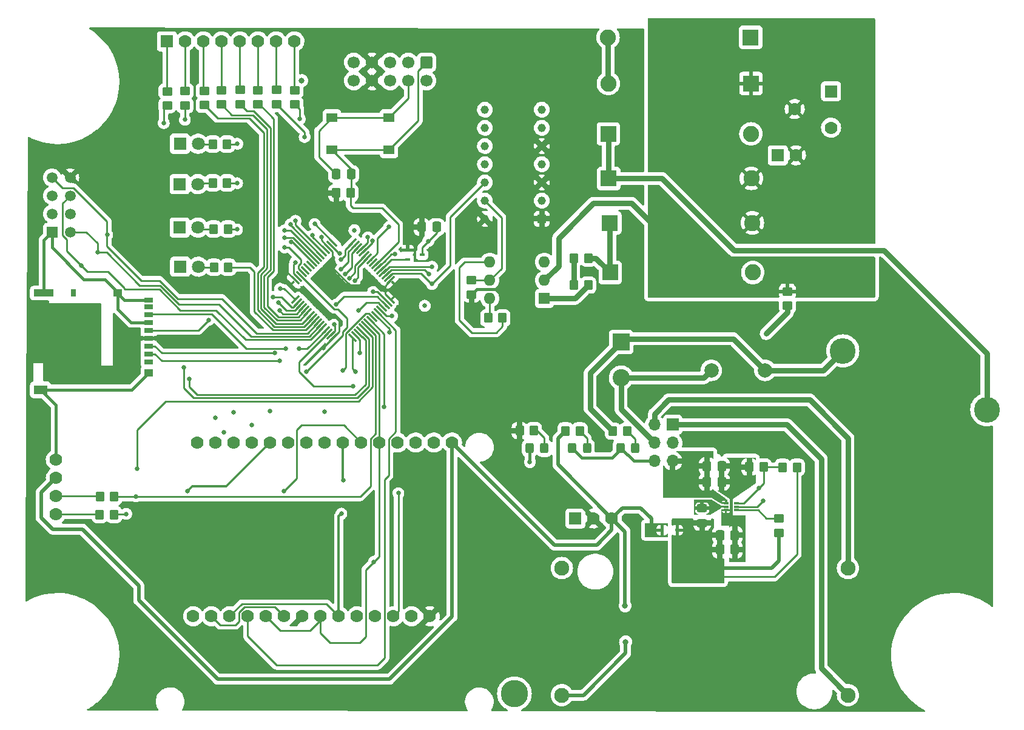
<source format=gbr>
%TF.GenerationSoftware,KiCad,Pcbnew,(6.0.4)*%
%TF.CreationDate,2023-03-10T14:52:47-05:00*%
%TF.ProjectId,cc_pcbRedo,63635f70-6362-4526-9564-6f2e6b696361,rev?*%
%TF.SameCoordinates,Original*%
%TF.FileFunction,Copper,L1,Top*%
%TF.FilePolarity,Positive*%
%FSLAX46Y46*%
G04 Gerber Fmt 4.6, Leading zero omitted, Abs format (unit mm)*
G04 Created by KiCad (PCBNEW (6.0.4)) date 2023-03-10 14:52:47*
%MOMM*%
%LPD*%
G01*
G04 APERTURE LIST*
G04 Aperture macros list*
%AMRoundRect*
0 Rectangle with rounded corners*
0 $1 Rounding radius*
0 $2 $3 $4 $5 $6 $7 $8 $9 X,Y pos of 4 corners*
0 Add a 4 corners polygon primitive as box body*
4,1,4,$2,$3,$4,$5,$6,$7,$8,$9,$2,$3,0*
0 Add four circle primitives for the rounded corners*
1,1,$1+$1,$2,$3*
1,1,$1+$1,$4,$5*
1,1,$1+$1,$6,$7*
1,1,$1+$1,$8,$9*
0 Add four rect primitives between the rounded corners*
20,1,$1+$1,$2,$3,$4,$5,0*
20,1,$1+$1,$4,$5,$6,$7,0*
20,1,$1+$1,$6,$7,$8,$9,0*
20,1,$1+$1,$8,$9,$2,$3,0*%
G04 Aperture macros list end*
%TA.AperFunction,ComponentPad*%
%ADD10C,2.096000*%
%TD*%
%TA.AperFunction,ComponentPad*%
%ADD11R,1.778000X1.778000*%
%TD*%
%TA.AperFunction,ComponentPad*%
%ADD12C,1.778000*%
%TD*%
%TA.AperFunction,ComponentPad*%
%ADD13R,2.250000X2.250000*%
%TD*%
%TA.AperFunction,ComponentPad*%
%ADD14C,2.250000*%
%TD*%
%TA.AperFunction,ComponentPad*%
%ADD15C,2.000000*%
%TD*%
%TA.AperFunction,SMDPad,CuDef*%
%ADD16RoundRect,0.250000X0.350000X0.450000X-0.350000X0.450000X-0.350000X-0.450000X0.350000X-0.450000X0*%
%TD*%
%TA.AperFunction,SMDPad,CuDef*%
%ADD17RoundRect,0.250000X-0.450000X0.350000X-0.450000X-0.350000X0.450000X-0.350000X0.450000X0.350000X0*%
%TD*%
%TA.AperFunction,SMDPad,CuDef*%
%ADD18RoundRect,0.250000X-0.337500X-0.475000X0.337500X-0.475000X0.337500X0.475000X-0.337500X0.475000X0*%
%TD*%
%TA.AperFunction,SMDPad,CuDef*%
%ADD19RoundRect,0.250000X0.337500X0.475000X-0.337500X0.475000X-0.337500X-0.475000X0.337500X-0.475000X0*%
%TD*%
%TA.AperFunction,ComponentPad*%
%ADD20R,1.600000X1.600000*%
%TD*%
%TA.AperFunction,ComponentPad*%
%ADD21O,1.600000X1.600000*%
%TD*%
%TA.AperFunction,SMDPad,CuDef*%
%ADD22RoundRect,0.250000X-0.325000X-0.450000X0.325000X-0.450000X0.325000X0.450000X-0.325000X0.450000X0*%
%TD*%
%TA.AperFunction,SMDPad,CuDef*%
%ADD23RoundRect,0.250000X-0.350000X-0.450000X0.350000X-0.450000X0.350000X0.450000X-0.350000X0.450000X0*%
%TD*%
%TA.AperFunction,ComponentPad*%
%ADD24R,1.800000X1.800000*%
%TD*%
%TA.AperFunction,ComponentPad*%
%ADD25C,1.800000*%
%TD*%
%TA.AperFunction,SMDPad,CuDef*%
%ADD26RoundRect,0.075000X0.441942X0.548008X-0.548008X-0.441942X-0.441942X-0.548008X0.548008X0.441942X0*%
%TD*%
%TA.AperFunction,SMDPad,CuDef*%
%ADD27RoundRect,0.075000X-0.441942X0.548008X-0.548008X0.441942X0.441942X-0.548008X0.548008X-0.441942X0*%
%TD*%
%TA.AperFunction,ComponentPad*%
%ADD28R,1.500000X1.500000*%
%TD*%
%TA.AperFunction,ComponentPad*%
%ADD29C,1.500000*%
%TD*%
%TA.AperFunction,ComponentPad*%
%ADD30RoundRect,0.250000X-0.600000X0.600000X-0.600000X-0.600000X0.600000X-0.600000X0.600000X0.600000X0*%
%TD*%
%TA.AperFunction,ComponentPad*%
%ADD31C,1.700000*%
%TD*%
%TA.AperFunction,SMDPad,CuDef*%
%ADD32RoundRect,0.250000X-0.450000X0.325000X-0.450000X-0.325000X0.450000X-0.325000X0.450000X0.325000X0*%
%TD*%
%TA.AperFunction,ComponentPad*%
%ADD33R,2.400000X2.400000*%
%TD*%
%TA.AperFunction,ComponentPad*%
%ADD34C,2.400000*%
%TD*%
%TA.AperFunction,ComponentPad*%
%ADD35R,1.170000X1.170000*%
%TD*%
%TA.AperFunction,ComponentPad*%
%ADD36C,1.170000*%
%TD*%
%TA.AperFunction,SMDPad,CuDef*%
%ADD37R,0.700000X0.340000*%
%TD*%
%TA.AperFunction,SMDPad,CuDef*%
%ADD38RoundRect,0.250000X0.450000X-0.350000X0.450000X0.350000X-0.450000X0.350000X-0.450000X-0.350000X0*%
%TD*%
%TA.AperFunction,SMDPad,CuDef*%
%ADD39R,1.200000X0.700000*%
%TD*%
%TA.AperFunction,SMDPad,CuDef*%
%ADD40R,0.800000X1.000000*%
%TD*%
%TA.AperFunction,SMDPad,CuDef*%
%ADD41R,1.900000X1.300000*%
%TD*%
%TA.AperFunction,SMDPad,CuDef*%
%ADD42R,1.200000X1.000000*%
%TD*%
%TA.AperFunction,SMDPad,CuDef*%
%ADD43R,2.800000X1.000000*%
%TD*%
%TA.AperFunction,SMDPad,CuDef*%
%ADD44R,0.600000X0.450000*%
%TD*%
%TA.AperFunction,SMDPad,CuDef*%
%ADD45R,0.700000X0.450000*%
%TD*%
%TA.AperFunction,ComponentPad*%
%ADD46C,3.600000*%
%TD*%
%TA.AperFunction,ComponentPad*%
%ADD47R,1.700000X1.700000*%
%TD*%
%TA.AperFunction,ComponentPad*%
%ADD48O,1.700000X1.700000*%
%TD*%
%TA.AperFunction,SMDPad,CuDef*%
%ADD49R,1.550000X1.300000*%
%TD*%
%TA.AperFunction,ViaPad*%
%ADD50C,0.635000*%
%TD*%
%TA.AperFunction,ViaPad*%
%ADD51C,0.800000*%
%TD*%
%TA.AperFunction,ViaPad*%
%ADD52C,1.016000*%
%TD*%
%TA.AperFunction,ViaPad*%
%ADD53C,3.810000*%
%TD*%
%TA.AperFunction,Conductor*%
%ADD54C,0.254000*%
%TD*%
%TA.AperFunction,Conductor*%
%ADD55C,0.304800*%
%TD*%
%TA.AperFunction,Conductor*%
%ADD56C,0.250000*%
%TD*%
%TA.AperFunction,Conductor*%
%ADD57C,0.762000*%
%TD*%
%TA.AperFunction,Conductor*%
%ADD58C,0.508000*%
%TD*%
%TA.AperFunction,Conductor*%
%ADD59C,0.415036*%
%TD*%
G04 APERTURE END LIST*
D10*
%TO.P,J7,4,Pin_4*%
%TO.N,GND*%
X152916195Y-115337602D03*
%TO.P,J7,3,Pin_3*%
%TO.N,Net-(D9-Pad2)*%
X152916195Y-133087602D03*
%TO.P,J7,2,Pin_2*%
%TO.N,DC_MOD_GND*%
X192866195Y-115337602D03*
%TO.P,J7,1,Pin_1*%
%TO.N,DC_MOD*%
X192866195Y-133087602D03*
%TD*%
D11*
%TO.P,U7,1,GND*%
%TO.N,GND*%
X154813000Y-108407200D03*
D12*
%TO.P,U7,2,VO*%
%TO.N,+3V3*%
X157353000Y-108407200D03*
%TO.P,U7,3,VI*%
%TO.N,+5V*%
X159893000Y-108407200D03*
%TD*%
D13*
%TO.P,D15,1,K*%
%TO.N,VAC_GND*%
X179317200Y-47675800D03*
D14*
%TO.P,D15,2,A*%
%TO.N,Net-(D13-Pad2)*%
X159417200Y-47675800D03*
%TD*%
D15*
%TO.P,C18,1*%
%TO.N,+9V*%
X181279800Y-87731600D03*
%TO.P,C18,2*%
%TO.N,9_GND*%
X173779800Y-87731600D03*
%TD*%
D16*
%TO.P,R18,1*%
%TO.N,PA8*%
X106359200Y-73329800D03*
%TO.P,R18,2*%
%TO.N,Net-(D7-Pad2)*%
X104359200Y-73329800D03*
%TD*%
D12*
%TO.P,U3,1*%
%TO.N,GND*%
X82296000Y-100203000D03*
%TO.P,U3,2*%
%TO.N,+5V*%
X82296000Y-102743000D03*
%TO.P,U3,3*%
%TO.N,Net-(R30-Pad2)*%
X82296000Y-105283000D03*
%TO.P,U3,4*%
%TO.N,Net-(R1-Pad1)*%
X82296000Y-107823000D03*
%TD*%
D17*
%TO.P,R7,1*%
%TO.N,Net-(J3-Pad2)*%
X100330000Y-48733200D03*
%TO.P,R7,2*%
%TO.N,PC10*%
X100330000Y-50733200D03*
%TD*%
D18*
%TO.P,C11,1*%
%TO.N,Net-(C11-Pad1)*%
X174982493Y-110744000D03*
%TO.P,C11,2*%
%TO.N,GND*%
X177057493Y-110744000D03*
%TD*%
D19*
%TO.P,C8,1*%
%TO.N,/NRST*%
X123507512Y-60330004D03*
%TO.P,C8,2*%
%TO.N,GND*%
X121432512Y-60330004D03*
%TD*%
D20*
%TO.P,U9,1*%
%TO.N,Net-(R22-Pad1)*%
X150484992Y-77683589D03*
D21*
%TO.P,U9,2*%
%TO.N,VAC_GND*%
X150484992Y-75143589D03*
%TO.P,U9,3,NC*%
%TO.N,unconnected-(U9-Pad3)*%
X150484992Y-72603589D03*
%TO.P,U9,4*%
%TO.N,GND*%
X142864992Y-72603589D03*
%TO.P,U9,5*%
%TO.N,Net-(R27-Pad2)*%
X142864992Y-75143589D03*
%TO.P,U9,6*%
%TO.N,Net-(R25-Pad2)*%
X142864992Y-77683589D03*
%TD*%
D22*
%TO.P,D2,1,K*%
%TO.N,GND*%
X154381192Y-98552000D03*
%TO.P,D2,2,A*%
%TO.N,Net-(D2-Pad2)*%
X156431192Y-98552000D03*
%TD*%
D23*
%TO.P,R24,1*%
%TO.N,GND*%
X179076602Y-101219000D03*
%TO.P,R24,2*%
%TO.N,Net-(C16-Pad2)*%
X181076602Y-101219000D03*
%TD*%
D13*
%TO.P,D10,1,K*%
%TO.N,Net-(D10-Pad1)*%
X159671200Y-74066400D03*
D14*
%TO.P,D10,2,A*%
%TO.N,VAC*%
X179571200Y-74066400D03*
%TD*%
D24*
%TO.P,D4,1,K*%
%TO.N,GND*%
X99613796Y-56083200D03*
D25*
%TO.P,D4,2,A*%
%TO.N,Net-(D4-Pad2)*%
X102153796Y-56083200D03*
%TD*%
D17*
%TO.P,R9,1*%
%TO.N,Net-(J3-Pad4)*%
X105410000Y-48606200D03*
%TO.P,R9,2*%
%TO.N,PC8*%
X105410000Y-50606200D03*
%TD*%
D26*
%TO.P,U6,1,VBAT*%
%TO.N,+3V3*%
X129032842Y-75159443D03*
%TO.P,U6,2,PC13*%
%TO.N,PC13*%
X128679289Y-74805890D03*
%TO.P,U6,3,PC14*%
%TO.N,/PC14*%
X128325736Y-74452337D03*
%TO.P,U6,4,PC15*%
%TO.N,/PC15*%
X127972182Y-74098783D03*
%TO.P,U6,5,PF0*%
%TO.N,/PF0*%
X127618629Y-73745230D03*
%TO.P,U6,6,PF1*%
%TO.N,/PF1*%
X127265075Y-73391676D03*
%TO.P,U6,7,NRST*%
%TO.N,/NRST*%
X126911522Y-73038123D03*
%TO.P,U6,8,PC0*%
%TO.N,/PC0*%
X126557969Y-72684570D03*
%TO.P,U6,9,PC1*%
%TO.N,/PC1*%
X126204415Y-72331016D03*
%TO.P,U6,10,PC2*%
%TO.N,PC2*%
X125850862Y-71977463D03*
%TO.P,U6,11,PC3*%
%TO.N,PC3*%
X125497309Y-71623910D03*
%TO.P,U6,12,VSSA*%
%TO.N,GND*%
X125143755Y-71270356D03*
%TO.P,U6,13,VDDA*%
%TO.N,/3VA*%
X124790202Y-70916803D03*
%TO.P,U6,14,PA0*%
%TO.N,PA0*%
X124436648Y-70563249D03*
%TO.P,U6,15,PA1*%
%TO.N,PA1*%
X124083095Y-70209696D03*
%TO.P,U6,16,PA2*%
%TO.N,PA2*%
X123729542Y-69856143D03*
D27*
%TO.P,U6,17,PA3*%
%TO.N,PA3*%
X121007180Y-69856143D03*
%TO.P,U6,18,VSS*%
%TO.N,GND*%
X120653627Y-70209696D03*
%TO.P,U6,19,VDD*%
%TO.N,+3V3*%
X120300074Y-70563249D03*
%TO.P,U6,20,PA4*%
%TO.N,PA4*%
X119946520Y-70916803D03*
%TO.P,U6,21,PA5*%
%TO.N,PA5*%
X119592967Y-71270356D03*
%TO.P,U6,22,PA6*%
%TO.N,PA6*%
X119239413Y-71623910D03*
%TO.P,U6,23,PA7*%
%TO.N,PA7*%
X118885860Y-71977463D03*
%TO.P,U6,24,PC4*%
%TO.N,PC4*%
X118532307Y-72331016D03*
%TO.P,U6,25,PC5*%
%TO.N,PC5*%
X118178753Y-72684570D03*
%TO.P,U6,26,PB0*%
%TO.N,/PB0*%
X117825200Y-73038123D03*
%TO.P,U6,27,PB1*%
%TO.N,/PB1*%
X117471647Y-73391676D03*
%TO.P,U6,28,PB2*%
%TO.N,/PB2*%
X117118093Y-73745230D03*
%TO.P,U6,29,PB10*%
%TO.N,PB10*%
X116764540Y-74098783D03*
%TO.P,U6,30,PB11*%
%TO.N,PB11*%
X116410986Y-74452337D03*
%TO.P,U6,31,VSS*%
%TO.N,GND*%
X116057433Y-74805890D03*
%TO.P,U6,32,VDD*%
%TO.N,+3V3*%
X115703880Y-75159443D03*
D26*
%TO.P,U6,33,PB12*%
%TO.N,/PB12*%
X115703880Y-77881805D03*
%TO.P,U6,34,PB13*%
%TO.N,/PB13*%
X116057433Y-78235358D03*
%TO.P,U6,35,PB14*%
%TO.N,PB14*%
X116410986Y-78588911D03*
%TO.P,U6,36,PB15*%
%TO.N,/PB15*%
X116764540Y-78942465D03*
%TO.P,U6,37,PC6*%
%TO.N,PC6*%
X117118093Y-79296018D03*
%TO.P,U6,38,PC7*%
%TO.N,PC7*%
X117471647Y-79649572D03*
%TO.P,U6,39,PC8*%
%TO.N,PC8*%
X117825200Y-80003125D03*
%TO.P,U6,40,PC9*%
%TO.N,PC9*%
X118178753Y-80356678D03*
%TO.P,U6,41,PA8*%
%TO.N,PA8*%
X118532307Y-80710232D03*
%TO.P,U6,42,PA9*%
%TO.N,PA9*%
X118885860Y-81063785D03*
%TO.P,U6,43,PA10*%
%TO.N,PA10*%
X119239413Y-81417338D03*
%TO.P,U6,44,PA11*%
%TO.N,PA11*%
X119592967Y-81770892D03*
%TO.P,U6,45,PA12*%
%TO.N,/PA12*%
X119946520Y-82124445D03*
%TO.P,U6,46,PA13*%
%TO.N,/PA13*%
X120300074Y-82477999D03*
%TO.P,U6,47,VSS*%
%TO.N,GND*%
X120653627Y-82831552D03*
%TO.P,U6,48,VDDIO2*%
%TO.N,+3V3*%
X121007180Y-83185105D03*
D27*
%TO.P,U6,49,PA14*%
%TO.N,/PA14*%
X123729542Y-83185105D03*
%TO.P,U6,50,PA15*%
%TO.N,/PA15*%
X124083095Y-82831552D03*
%TO.P,U6,51,PC10*%
%TO.N,PC10*%
X124436648Y-82477999D03*
%TO.P,U6,52,PC11*%
%TO.N,PC11*%
X124790202Y-82124445D03*
%TO.P,U6,53,PC12*%
%TO.N,PC12*%
X125143755Y-81770892D03*
%TO.P,U6,54,PD2*%
%TO.N,PD2*%
X125497309Y-81417338D03*
%TO.P,U6,55,PB3*%
%TO.N,PB3*%
X125850862Y-81063785D03*
%TO.P,U6,56,PB4*%
%TO.N,PB4*%
X126204415Y-80710232D03*
%TO.P,U6,57,PB5*%
%TO.N,PB5*%
X126557969Y-80356678D03*
%TO.P,U6,58,PB6*%
%TO.N,/PB6*%
X126911522Y-80003125D03*
%TO.P,U6,59,PB7*%
%TO.N,PB7*%
X127265075Y-79649572D03*
%TO.P,U6,60,PF11*%
%TO.N,PF11*%
X127618629Y-79296018D03*
%TO.P,U6,61,PB8*%
%TO.N,PB8*%
X127972182Y-78942465D03*
%TO.P,U6,62,PB9*%
%TO.N,PB9*%
X128325736Y-78588911D03*
%TO.P,U6,63,VSS*%
%TO.N,GND*%
X128679289Y-78235358D03*
%TO.P,U6,64,VDD*%
%TO.N,+3V3*%
X129032842Y-77881805D03*
%TD*%
D17*
%TO.P,R10,1*%
%TO.N,Net-(J3-Pad5)*%
X108026200Y-48580800D03*
%TO.P,R10,2*%
%TO.N,PC7*%
X108026200Y-50580800D03*
%TD*%
%TO.P,R6,1*%
%TO.N,Net-(J3-Pad1)*%
X97840800Y-48758600D03*
%TO.P,R6,2*%
%TO.N,PC11*%
X97840800Y-50758600D03*
%TD*%
%TO.P,R11,1*%
%TO.N,Net-(J3-Pad6)*%
X110515400Y-48606200D03*
%TO.P,R11,2*%
%TO.N,PC6*%
X110515400Y-50606200D03*
%TD*%
D28*
%TO.P,U1,1*%
%TO.N,GND*%
X81766800Y-68411903D03*
D29*
%TO.P,U1,2*%
%TO.N,PA10*%
X84306800Y-68411903D03*
%TO.P,U1,3*%
%TO.N,unconnected-(U1-Pad3)*%
X81766800Y-65871903D03*
%TO.P,U1,4*%
%TO.N,unconnected-(U1-Pad4)*%
X84306800Y-65871903D03*
%TO.P,U1,5*%
%TO.N,unconnected-(U1-Pad5)*%
X81766800Y-63331903D03*
%TO.P,U1,6*%
%TO.N,PA11*%
X84306800Y-63331903D03*
%TO.P,U1,7*%
%TO.N,PA9*%
X81766800Y-60791903D03*
%TO.P,U1,8*%
%TO.N,+3V3*%
X84306800Y-60791903D03*
%TD*%
D11*
%TO.P,J5,1,Pin_1*%
%TO.N,VAC*%
X183057800Y-57708800D03*
D12*
%TO.P,J5,2,Pin_2*%
%TO.N,VAC_GND*%
X185597800Y-57708800D03*
%TD*%
D13*
%TO.P,D12,1,K*%
%TO.N,Net-(D12-Pad1)*%
X159411993Y-54711600D03*
D14*
%TO.P,D12,2,A*%
%TO.N,VAC*%
X179311993Y-54711600D03*
%TD*%
D24*
%TO.P,D5,1,K*%
%TO.N,GND*%
X99593400Y-61722000D03*
D25*
%TO.P,D5,2,A*%
%TO.N,Net-(D5-Pad2)*%
X102133400Y-61722000D03*
%TD*%
D23*
%TO.P,R4,1*%
%TO.N,+3V3*%
X147031200Y-96139000D03*
%TO.P,R4,2*%
%TO.N,Net-(D3-Pad2)*%
X149031200Y-96139000D03*
%TD*%
D17*
%TO.P,R29,1*%
%TO.N,VAC_GND*%
X184409994Y-76710005D03*
%TO.P,R29,2*%
%TO.N,9_GND*%
X184409994Y-78710005D03*
%TD*%
%TO.P,R8,1*%
%TO.N,Net-(J3-Pad3)*%
X103022400Y-48682400D03*
%TO.P,R8,2*%
%TO.N,PC9*%
X103022400Y-50682400D03*
%TD*%
D16*
%TO.P,R15,1*%
%TO.N,PA5*%
X106202406Y-56134000D03*
%TO.P,R15,2*%
%TO.N,Net-(D4-Pad2)*%
X104202406Y-56134000D03*
%TD*%
D30*
%TO.P,J1,1,Pin_1*%
%TO.N,/NRST*%
X134035800Y-44729400D03*
D31*
%TO.P,J1,2,Pin_2*%
%TO.N,/PA13*%
X134035800Y-47269400D03*
%TO.P,J1,3,Pin_3*%
%TO.N,GND*%
X131495800Y-44729400D03*
%TO.P,J1,4,Pin_4*%
X131495800Y-47269400D03*
%TO.P,J1,5,Pin_5*%
%TO.N,unconnected-(J1-Pad5)*%
X128955800Y-44729400D03*
%TO.P,J1,6,Pin_6*%
%TO.N,/PA14*%
X128955800Y-47269400D03*
%TO.P,J1,7,Pin_7*%
%TO.N,+3V3*%
X126415800Y-44729400D03*
%TO.P,J1,8,Pin_8*%
X126415800Y-47269400D03*
%TO.P,J1,9,Pin_9*%
%TO.N,/U5V*%
X123875800Y-44729400D03*
%TO.P,J1,10,Pin_10*%
X123875800Y-47269400D03*
%TD*%
D22*
%TO.P,D3,1,K*%
%TO.N,GND*%
X148428600Y-98602800D03*
%TO.P,D3,2,A*%
%TO.N,Net-(D3-Pad2)*%
X150478600Y-98602800D03*
%TD*%
D16*
%TO.P,R25,1*%
%TO.N,GND*%
X144637000Y-80416400D03*
%TO.P,R25,2*%
%TO.N,Net-(R25-Pad2)*%
X142637000Y-80416400D03*
%TD*%
D32*
%TO.P,L2,1,1*%
%TO.N,Net-(L2-Pad1)*%
X172500011Y-106995002D03*
%TO.P,L2,2,2*%
%TO.N,Net-(C11-Pad1)*%
X172500011Y-109045002D03*
%TD*%
D23*
%TO.P,R3,1*%
%TO.N,+5V*%
X153422602Y-96189800D03*
%TO.P,R3,2*%
%TO.N,Net-(D2-Pad2)*%
X155422602Y-96189800D03*
%TD*%
D16*
%TO.P,R16,1*%
%TO.N,PA6*%
X106211804Y-61544200D03*
%TO.P,R16,2*%
%TO.N,Net-(D5-Pad2)*%
X104211804Y-61544200D03*
%TD*%
D33*
%TO.P,C17,1*%
%TO.N,+9V*%
X161188400Y-83769200D03*
D34*
%TO.P,C17,2*%
%TO.N,9_GND*%
X161188400Y-88769200D03*
%TD*%
D35*
%TO.P,U5,1*%
%TO.N,+3V3*%
X150121600Y-66573400D03*
D36*
%TO.P,U5,2*%
%TO.N,unconnected-(U5-Pad2)*%
X150121600Y-64033400D03*
%TO.P,U5,3*%
%TO.N,+3V3*%
X150121600Y-61493400D03*
%TO.P,U5,4*%
%TO.N,unconnected-(U5-Pad4)*%
X150121600Y-58953400D03*
%TO.P,U5,5*%
%TO.N,+3V3*%
X150121600Y-56413400D03*
%TO.P,U5,6*%
%TO.N,unconnected-(U5-Pad6)*%
X150121600Y-53873400D03*
%TO.P,U5,7,GND*%
%TO.N,GND*%
X150121600Y-51333400D03*
%TO.P,U5,8*%
%TO.N,unconnected-(U5-Pad8)*%
X142181600Y-51333400D03*
%TO.P,U5,9*%
%TO.N,GND*%
X142181600Y-53873400D03*
%TO.P,U5,10*%
%TO.N,unconnected-(U5-Pad10)*%
X142181600Y-56413400D03*
%TO.P,U5,11*%
%TO.N,GND*%
X142181600Y-58953400D03*
%TO.P,U5,12*%
%TO.N,PC13*%
X142181600Y-61493400D03*
%TO.P,U5,13*%
%TO.N,Net-(R27-Pad2)*%
X142181600Y-64033400D03*
%TO.P,U5,14,VCC*%
%TO.N,+3V3*%
X142181600Y-66573400D03*
%TD*%
D18*
%TO.P,C13,1*%
%TO.N,DC_DES*%
X173162507Y-103301800D03*
%TO.P,C13,2*%
%TO.N,GND*%
X175237507Y-103301800D03*
%TD*%
%TO.P,C14,1*%
%TO.N,DC_DES*%
X173162507Y-101117400D03*
%TO.P,C14,2*%
%TO.N,GND*%
X175237507Y-101117400D03*
%TD*%
D23*
%TO.P,R5,1*%
%TO.N,+3V3*%
X121430007Y-62959996D03*
%TO.P,R5,2*%
%TO.N,/NRST*%
X123430007Y-62959996D03*
%TD*%
D37*
%TO.P,U8,1,VIN*%
%TO.N,DC_DES*%
X175830789Y-106256201D03*
%TO.P,U8,2,SW*%
%TO.N,Net-(L2-Pad1)*%
X175830800Y-106756200D03*
%TO.P,U8,3,GND*%
%TO.N,GND*%
X175830800Y-107256200D03*
%TO.P,U8,4,PG*%
%TO.N,Net-(R26-Pad2)*%
X177330800Y-107256200D03*
%TO.P,U8,5,EN*%
%TO.N,Net-(R19-Pad2)*%
X177330811Y-106756200D03*
%TO.P,U8,6,FB*%
%TO.N,Net-(C16-Pad2)*%
X177330800Y-106256200D03*
%TD*%
D38*
%TO.P,R27,1*%
%TO.N,+3V3*%
X140329996Y-77149987D03*
%TO.P,R27,2*%
%TO.N,Net-(R27-Pad2)*%
X140329996Y-75149987D03*
%TD*%
D24*
%TO.P,D7,1,K*%
%TO.N,GND*%
X99664596Y-73253600D03*
D25*
%TO.P,D7,2,A*%
%TO.N,Net-(D7-Pad2)*%
X102204596Y-73253600D03*
%TD*%
D16*
%TO.P,R17,1*%
%TO.N,PA7*%
X106333800Y-67995800D03*
%TO.P,R17,2*%
%TO.N,Net-(D6-Pad2)*%
X104333800Y-67995800D03*
%TD*%
D39*
%TO.P,J2,1,DAT2*%
%TO.N,unconnected-(J2-Pad1)*%
X95254594Y-86539603D03*
%TO.P,J2,2,DAT3/CD*%
%TO.N,PB9*%
X95254594Y-85439603D03*
%TO.P,J2,3,CMD*%
%TO.N,PC3*%
X95254594Y-84339603D03*
%TO.P,J2,4,VDD*%
%TO.N,+3V3*%
X95254594Y-83239603D03*
%TO.P,J2,5,CLK*%
%TO.N,PB10*%
X95254594Y-82139603D03*
%TO.P,J2,6,VSS*%
%TO.N,GND*%
X95254594Y-81039603D03*
%TO.P,J2,7,DAT0*%
%TO.N,PC2*%
X95254594Y-79939603D03*
%TO.P,J2,8,DAT1*%
%TO.N,unconnected-(J2-Pad8)*%
X95254594Y-78839603D03*
%TO.P,J2,9,DET_B*%
%TO.N,GND*%
X95254594Y-77889603D03*
D40*
%TO.P,J2,10,DET_A*%
%TO.N,unconnected-(J2-Pad10)*%
X84754594Y-76939603D03*
D41*
%TO.P,J2,11,SHIELD*%
%TO.N,GND*%
X80154594Y-90439603D03*
D42*
X90954594Y-76939603D03*
D43*
X80604594Y-76939603D03*
D42*
X95254594Y-88089603D03*
%TD*%
D23*
%TO.P,R1,1*%
%TO.N,Net-(R1-Pad1)*%
X88433400Y-107873800D03*
%TO.P,R1,2*%
%TO.N,PC12*%
X90433400Y-107873800D03*
%TD*%
%TO.P,R2,1*%
%TO.N,+9V*%
X160036000Y-96215200D03*
%TO.P,R2,2*%
%TO.N,Net-(D1-Pad2)*%
X162036000Y-96215200D03*
%TD*%
D12*
%TO.P,U4,1,VCC*%
%TO.N,+3V3*%
X134493000Y-122072400D03*
%TO.P,U4,2,GND*%
%TO.N,GND*%
X131953000Y-122072400D03*
%TO.P,U4,3,CS*%
%TO.N,PB8*%
X129413000Y-122072400D03*
%TO.P,U4,4,RST*%
%TO.N,PB11*%
X126873000Y-122072400D03*
%TO.P,U4,5,DC*%
%TO.N,PB14*%
X124333000Y-122072400D03*
%TO.P,U4,6,SDI*%
%TO.N,PB5*%
X121793000Y-122072400D03*
%TO.P,U4,7,SCK*%
%TO.N,PB3*%
X119253000Y-122072400D03*
%TO.P,U4,8,LED*%
%TO.N,+3V3*%
X116713000Y-122072400D03*
%TO.P,U4,9,SDO*%
%TO.N,PB4*%
X114173000Y-122072400D03*
%TO.P,U4,10,T_CLK*%
%TO.N,PB3*%
X111633000Y-122072400D03*
%TO.P,U4,11,T_CS*%
%TO.N,PB7*%
X109093000Y-122072400D03*
%TO.P,U4,12,T_DIN*%
%TO.N,PB5*%
X106553000Y-122072400D03*
%TO.P,U4,13,T_DO*%
%TO.N,PB4*%
X104013000Y-122072400D03*
%TO.P,U4,14,T_IRQ*%
%TO.N,PA0*%
X101473000Y-122072400D03*
%TD*%
D17*
%TO.P,R13,1*%
%TO.N,Net-(J3-Pad8)*%
X115671600Y-48606200D03*
%TO.P,R13,2*%
%TO.N,PC4*%
X115671600Y-50606200D03*
%TD*%
D24*
%TO.P,D6,1,K*%
%TO.N,GND*%
X99588396Y-67792600D03*
D25*
%TO.P,D6,2,A*%
%TO.N,Net-(D6-Pad2)*%
X102128396Y-67792600D03*
%TD*%
D23*
%TO.P,R23,1*%
%TO.N,Net-(C16-Pad2)*%
X183743598Y-101269800D03*
%TO.P,R23,2*%
%TO.N,Net-(C11-Pad1)*%
X185743598Y-101269800D03*
%TD*%
D13*
%TO.P,D11,1,K*%
%TO.N,Net-(D10-Pad1)*%
X159620400Y-67132200D03*
D14*
%TO.P,D11,2,A*%
%TO.N,VAC_GND*%
X179520400Y-67132200D03*
%TD*%
D17*
%TO.P,R12,1*%
%TO.N,Net-(J3-Pad7)*%
X113157000Y-48580800D03*
%TO.P,R12,2*%
%TO.N,PC5*%
X113157000Y-50580800D03*
%TD*%
D16*
%TO.P,R30,1*%
%TO.N,PD2*%
X90458800Y-105359200D03*
%TO.P,R30,2*%
%TO.N,Net-(R30-Pad2)*%
X88458800Y-105359200D03*
%TD*%
D18*
%TO.P,C12,1*%
%TO.N,Net-(C11-Pad1)*%
X174984500Y-112750600D03*
%TO.P,C12,2*%
%TO.N,GND*%
X177059500Y-112750600D03*
%TD*%
D44*
%TO.P,D16,1,K*%
%TO.N,+5V*%
X166920200Y-110032800D03*
%TO.P,D16,2,A*%
%TO.N,Net-(C11-Pad1)*%
X169020200Y-110032800D03*
%TD*%
D45*
%TO.P,U10,1,V+*%
%TO.N,+3V3*%
X131410200Y-70927200D03*
%TO.P,U10,2,CLOCK*%
%TO.N,/PF0*%
X131410200Y-72227200D03*
%TO.P,U10,3,GND*%
%TO.N,GND*%
X133410200Y-71577200D03*
%TD*%
D13*
%TO.P,D13,1,K*%
%TO.N,VAC*%
X179266400Y-41224200D03*
D14*
%TO.P,D13,2,A*%
%TO.N,Net-(D13-Pad2)*%
X159366400Y-41224200D03*
%TD*%
D13*
%TO.P,D14,1,K*%
%TO.N,Net-(D12-Pad1)*%
X159468000Y-60934600D03*
D14*
%TO.P,D14,2,A*%
%TO.N,VAC_GND*%
X179368000Y-60934600D03*
%TD*%
D12*
%TO.P,U2,1,VCC*%
%TO.N,+5V*%
X137595162Y-97810439D03*
%TO.P,U2,2,GND*%
%TO.N,GND*%
X135055162Y-97810439D03*
%TO.P,U2,3,3Vo*%
%TO.N,unconnected-(U2-Pad3)*%
X132515162Y-97810439D03*
%TO.P,U2,4,LITE*%
%TO.N,unconnected-(U2-Pad4)*%
X129975162Y-97810439D03*
%TO.P,U2,5,SCK*%
%TO.N,PB3*%
X127435162Y-97810439D03*
%TO.P,U2,6,MISO*%
%TO.N,PB4*%
X124895162Y-97810439D03*
%TO.P,U2,7,MOSI*%
%TO.N,PB5*%
X122355162Y-97810439D03*
%TO.P,U2,8,CS*%
%TO.N,PB8*%
X119815162Y-97810439D03*
%TO.P,U2,9,RST*%
%TO.N,PB11*%
X117275162Y-97810439D03*
%TO.P,U2,10,WAIT*%
%TO.N,unconnected-(U2-Pad10)*%
X114735162Y-97810439D03*
%TO.P,U2,11,T_INT*%
%TO.N,PA0*%
X112195162Y-97810439D03*
%TO.P,U2,12,Y+*%
%TO.N,PA1*%
X109655162Y-97810439D03*
%TO.P,U2,13,Y-*%
%TO.N,PA2*%
X107115162Y-97810439D03*
%TO.P,U2,14,X-*%
%TO.N,PA3*%
X104575162Y-97810439D03*
%TO.P,U2,15,X+*%
%TO.N,PA4*%
X102035162Y-97810439D03*
%TD*%
D46*
%TO.P,L1,1,1*%
%TO.N,Net-(D12-Pad1)*%
X212237204Y-93213809D03*
%TO.P,L1,2,2*%
%TO.N,+9V*%
X192137204Y-85013809D03*
%TD*%
D16*
%TO.P,R22,1*%
%TO.N,Net-(R22-Pad1)*%
X156600400Y-75819000D03*
%TO.P,R22,2*%
%TO.N,Net-(R21-Pad1)*%
X154600400Y-75819000D03*
%TD*%
D47*
%TO.P,J4,1,Pin_1*%
%TO.N,DC_MOD*%
X168396590Y-95315811D03*
D48*
%TO.P,J4,2,Pin_2*%
%TO.N,DC_MOD_GND*%
X165856590Y-95315811D03*
%TO.P,J4,3,Pin_3*%
%TO.N,+9V*%
X168396590Y-97855811D03*
%TO.P,J4,4,Pin_4*%
%TO.N,9_GND*%
X165856590Y-97855811D03*
%TO.P,J4,5,Pin_5*%
%TO.N,DC_DES*%
X168396590Y-100395811D03*
%TO.P,J4,6,Pin_6*%
%TO.N,GND*%
X165856590Y-100395811D03*
%TD*%
D22*
%TO.P,D1,1,K*%
%TO.N,GND*%
X161103200Y-98552000D03*
%TO.P,D1,2,A*%
%TO.N,Net-(D1-Pad2)*%
X163153200Y-98552000D03*
%TD*%
D49*
%TO.P,SW1,1,1*%
%TO.N,GND*%
X128795600Y-52436200D03*
X120835600Y-52436200D03*
%TO.P,SW1,2,2*%
%TO.N,/NRST*%
X128795600Y-56936200D03*
X120835600Y-56936200D03*
%TD*%
D38*
%TO.P,R26,1*%
%TO.N,Net-(C11-Pad1)*%
X183235600Y-110397800D03*
%TO.P,R26,2*%
%TO.N,Net-(R26-Pad2)*%
X183235600Y-108397800D03*
%TD*%
D23*
%TO.P,R21,1*%
%TO.N,Net-(R21-Pad1)*%
X154600400Y-72059800D03*
%TO.P,R21,2*%
%TO.N,Net-(D10-Pad1)*%
X156600400Y-72059800D03*
%TD*%
D19*
%TO.P,C19,1*%
%TO.N,GND*%
X135428900Y-67716400D03*
%TO.P,C19,2*%
%TO.N,+3V3*%
X133353900Y-67716400D03*
%TD*%
D11*
%TO.P,J6,1,Pin_1*%
%TO.N,VAC*%
X190500000Y-48761650D03*
D12*
%TO.P,J6,2,Pin_2*%
%TO.N,VAC_GND*%
X185420000Y-51250850D03*
%TO.P,J6,3,Pin_3*%
%TO.N,unconnected-(J6-Pad3)*%
X190500000Y-53841650D03*
%TD*%
D11*
%TO.P,J3,1,Pin_1*%
%TO.N,Net-(J3-Pad1)*%
X97815400Y-41783000D03*
D12*
%TO.P,J3,2,Pin_2*%
%TO.N,Net-(J3-Pad2)*%
X100355400Y-41783000D03*
%TO.P,J3,3,Pin_3*%
%TO.N,Net-(J3-Pad3)*%
X102895400Y-41783000D03*
%TO.P,J3,4,Pin_4*%
%TO.N,Net-(J3-Pad4)*%
X105435400Y-41783000D03*
%TO.P,J3,5,Pin_5*%
%TO.N,Net-(J3-Pad5)*%
X107975400Y-41783000D03*
%TO.P,J3,6,Pin_6*%
%TO.N,Net-(J3-Pad6)*%
X110515400Y-41783000D03*
%TO.P,J3,7,Pin_7*%
%TO.N,Net-(J3-Pad7)*%
X113055400Y-41783000D03*
%TO.P,J3,8,Pin_8*%
%TO.N,Net-(J3-Pad8)*%
X115595400Y-41783000D03*
%TD*%
D50*
%TO.N,PA9*%
X89458800Y-68808600D03*
%TO.N,PB14*%
X113379880Y-78282800D03*
%TO.N,PB11*%
X117275162Y-87883988D03*
%TO.N,PB3*%
X126695200Y-114477800D03*
%TO.N,PB10*%
X114249200Y-70561200D03*
X103606600Y-80695800D03*
%TO.N,PB4*%
X114173000Y-104571800D03*
X128079162Y-92862400D03*
%TO.N,PB5*%
X122326400Y-87757000D03*
X122402600Y-103073200D03*
X122148600Y-107746800D03*
%TO.N,PB8*%
X124580000Y-79350000D03*
X119811800Y-93497400D03*
X130098800Y-104876600D03*
%TO.N,PA0*%
X122658060Y-74251396D03*
X100685600Y-104571800D03*
X112191800Y-93421200D03*
%TO.N,PA1*%
X109651800Y-95351600D03*
X122095959Y-73634600D03*
%TO.N,PA2*%
X107111800Y-93573600D03*
X122095959Y-72237600D03*
%TO.N,PA3*%
X104571800Y-94361000D03*
X118414800Y-67284600D03*
%TO.N,PA4*%
X118126783Y-68893417D03*
X105791000Y-96342200D03*
%TO.N,PA10*%
X88112600Y-71247000D03*
%TO.N,PC2*%
X114350800Y-84683600D03*
X124005076Y-75192821D03*
%TO.N,PC3*%
X123248142Y-74841478D03*
X112839162Y-85327600D03*
%TO.N,PC5*%
X115114232Y-69823694D03*
X117024903Y-55143400D03*
%TO.N,PC4*%
X114198389Y-69164200D03*
X116332000Y-52603400D03*
%TO.N,PA5*%
X115736892Y-66844569D03*
X107619800Y-56083200D03*
%TO.N,PA6*%
X107594400Y-61595000D03*
X115062000Y-67335400D03*
%TO.N,PC10*%
X100939600Y-88925400D03*
X100304600Y-52730400D03*
%TO.N,PA7*%
X107585400Y-68046600D03*
X114198400Y-68173600D03*
%TO.N,PC12*%
X93675200Y-101422200D03*
X92125800Y-107772200D03*
%TO.N,PC11*%
X97358200Y-53187600D03*
X100126800Y-87350600D03*
%TO.N,PC13*%
X134807909Y-75666600D03*
%TO.N,/PC14*%
X134346315Y-74289285D03*
%TO.N,/PC15*%
X134807909Y-73253600D03*
%TO.N,/PF1*%
X129590800Y-71500695D03*
%TO.N,/PC1*%
X128803400Y-67716400D03*
%TO.N,/3VA*%
X125845814Y-69148629D03*
%TO.N,/PB12*%
X113588800Y-76327000D03*
%TO.N,/PB13*%
X112572800Y-77495400D03*
%TO.N,/PB15*%
X113521600Y-79405362D03*
%TO.N,PA11*%
X85852000Y-73075800D03*
%TO.N,/PA12*%
X116259686Y-84712886D03*
%TO.N,/PA13*%
X123774200Y-89916000D03*
%TO.N,/PA14*%
X124129800Y-87909400D03*
%TO.N,/PA15*%
X124739400Y-85293200D03*
%TO.N,/PB6*%
X128854200Y-82372200D03*
%TO.N,Net-(C16-Pad2)*%
X180450800Y-104149200D03*
D51*
%TO.N,+5V*%
X116611400Y-47269400D03*
X161747200Y-120599200D03*
X165430200Y-109880400D03*
D50*
%TO.N,PD2*%
X93472000Y-105333800D03*
%TO.N,PB9*%
X113538000Y-86410800D03*
X121407279Y-78537875D03*
%TO.N,PF11*%
X129209800Y-80137000D03*
D52*
%TO.N,VAC_GND*%
X166801800Y-73329800D03*
D50*
%TO.N,+3V3*%
X128235759Y-76571421D03*
X135990000Y-105190000D03*
X119650559Y-84597821D03*
X120737954Y-80117954D03*
X114470000Y-73320000D03*
X126102159Y-75834821D03*
X119353730Y-69146650D03*
X143900000Y-101930000D03*
X144610000Y-76440000D03*
D52*
%TO.N,DC_DES*%
X171551600Y-99872800D03*
D50*
%TO.N,Net-(R19-Pad2)*%
X181000400Y-105943400D03*
%TO.N,9_GND*%
X181440000Y-82600000D03*
D53*
%TO.N,GND*%
X146304000Y-132892800D03*
D50*
X126593600Y-76708000D03*
X134289800Y-69672200D03*
X115713559Y-72659821D03*
X176600000Y-104300000D03*
X175700000Y-108400000D03*
X176600000Y-108400000D03*
X126503239Y-69662621D03*
X123968559Y-68164021D03*
X121160000Y-81340000D03*
X133798359Y-78705021D03*
X176600000Y-105200000D03*
X121927844Y-71420207D03*
X177500000Y-108404711D03*
X148463000Y-100533200D03*
D51*
%TO.N,Net-(D9-Pad2)*%
X161823400Y-125653800D03*
D50*
%TO.N,Net-(C11-Pad1)*%
X174625000Y-116560600D03*
D52*
X174020000Y-115350000D03*
%TD*%
D54*
%TO.N,/NRST*%
X123800000Y-65080000D02*
X123430000Y-64710000D01*
%TO.N,PC13*%
X137337800Y-73136709D02*
X137337800Y-66337200D01*
X137337800Y-66337200D02*
X142181600Y-61493400D01*
X134807909Y-75666600D02*
X137337800Y-73136709D01*
%TO.N,/NRST*%
X127507495Y-72442145D02*
X126911520Y-73038120D01*
X127507495Y-72415905D02*
X127507495Y-72442145D01*
X130124200Y-69799200D02*
X127507495Y-72415905D01*
X127843400Y-65080000D02*
X130124200Y-67360800D01*
X123800000Y-65080000D02*
X127843400Y-65080000D01*
X123507500Y-62882500D02*
X123430000Y-62960000D01*
X130124200Y-67360800D02*
X130124200Y-69799200D01*
X123507500Y-59608100D02*
X123507500Y-62882500D01*
X123430000Y-62960000D02*
X123430000Y-64710000D01*
X120835600Y-56936200D02*
X123507500Y-59608100D01*
%TO.N,/PC1*%
X127177800Y-71348600D02*
X126204413Y-72321987D01*
X127177800Y-69291200D02*
X127177800Y-71348600D01*
X128752600Y-67716400D02*
X127177800Y-69291200D01*
X128803400Y-67716400D02*
X128752600Y-67716400D01*
X126204413Y-72321987D02*
X126204413Y-72331013D01*
%TO.N,PA9*%
X118885858Y-81063782D02*
X117392280Y-82557360D01*
X89433400Y-68783200D02*
X89458800Y-68808600D01*
X84752707Y-62255389D02*
X83230289Y-62255389D01*
X99329504Y-77724000D02*
X96789504Y-75184000D01*
X89433400Y-70408800D02*
X89433400Y-68834000D01*
X89433400Y-66936082D02*
X84752707Y-62255389D01*
X105460800Y-77724000D02*
X99329504Y-77724000D01*
X117392280Y-82557360D02*
X110294160Y-82557360D01*
X96789504Y-75184000D02*
X94234000Y-75184000D01*
X89433400Y-66936082D02*
X89433400Y-68783200D01*
X83230289Y-62255389D02*
X81766800Y-60791900D01*
X94208600Y-75184000D02*
X89433400Y-70408800D01*
X110294160Y-82557360D02*
X105460800Y-77724000D01*
X89433400Y-68834000D02*
X89458800Y-68808600D01*
%TO.N,PB14*%
X115617172Y-79382720D02*
X116410984Y-78588908D01*
X114479800Y-79382720D02*
X115617172Y-79382720D01*
X113379880Y-78282800D02*
X114479800Y-79382720D01*
%TO.N,PB11*%
X117275162Y-87883988D02*
X122326492Y-82832658D01*
X122940000Y-81752226D02*
X122940000Y-80490000D01*
X122940000Y-80490000D02*
X121631886Y-79181886D01*
X122326492Y-82365734D02*
X122940000Y-81752226D01*
X121631886Y-79181886D02*
X121140536Y-79181886D01*
X121140536Y-79181886D02*
X116410984Y-74452334D01*
X122326492Y-82832658D02*
X122326492Y-82365734D01*
%TO.N,PB3*%
X119253000Y-124434600D02*
X119253000Y-122072400D01*
X119253000Y-122072400D02*
X119253000Y-122605800D01*
X113639600Y-124079000D02*
X111633000Y-122072400D01*
X124739400Y-125755400D02*
X120573800Y-125755400D01*
X127435162Y-97810439D02*
X127435162Y-113737838D01*
X119253000Y-122605800D02*
X117779800Y-124079000D01*
X120573800Y-125755400D02*
X119253000Y-124434600D01*
X117779800Y-124079000D02*
X113639600Y-124079000D01*
X125603000Y-121623407D02*
X125603000Y-124891800D01*
X127435162Y-82648084D02*
X127435162Y-97810439D01*
X125603000Y-124891800D02*
X124739400Y-125755400D01*
X125603000Y-121623407D02*
X125603000Y-115570000D01*
X125603000Y-115570000D02*
X126695200Y-114477800D01*
X127435162Y-113737838D02*
X126695200Y-114477800D01*
X125850860Y-81063782D02*
X127435162Y-82648084D01*
%TO.N,PB10*%
X116509833Y-72795699D02*
X116168563Y-73136969D01*
X116168563Y-73136969D02*
X116168563Y-73502805D01*
X114837168Y-70561200D02*
X115597284Y-71321316D01*
X114249200Y-70561200D02*
X114837168Y-70561200D01*
X102162800Y-82139600D02*
X95254600Y-82139600D01*
X116168563Y-73502805D02*
X116764538Y-74098780D01*
X116509833Y-72233866D02*
X116509833Y-72795699D01*
X115597284Y-71321316D02*
X116509833Y-72233866D01*
X103606600Y-80695800D02*
X102162800Y-82139600D01*
%TO.N,PB4*%
X104013000Y-122072400D02*
X105228511Y-123287911D01*
X115950673Y-102794127D02*
X114173000Y-104571800D01*
X128143000Y-92798562D02*
X128143000Y-82648816D01*
X128143000Y-82648816D02*
X126204413Y-80710229D01*
X122487123Y-95402400D02*
X116560600Y-95402400D01*
X115950673Y-96012327D02*
X115950673Y-102794127D01*
X128079162Y-92862400D02*
X128143000Y-92798562D01*
X107877489Y-121568918D02*
X108644007Y-120802400D01*
X107877489Y-122805311D02*
X107877489Y-121568918D01*
X116560600Y-95402400D02*
X115950673Y-96012327D01*
X108644007Y-120802400D02*
X112903000Y-120802400D01*
X107394889Y-123287911D02*
X107877489Y-122805311D01*
X112903000Y-120802400D02*
X114173000Y-122072400D01*
X105228511Y-123287911D02*
X107394889Y-123287911D01*
X124895162Y-97810439D02*
X122487123Y-95402400D01*
%TO.N,PB5*%
X122780012Y-87303388D02*
X122780012Y-82553588D01*
X122780012Y-82553588D02*
X125572899Y-79760701D01*
D55*
X122148600Y-107746800D02*
X121793000Y-108102400D01*
D54*
X120065800Y-120345200D02*
X108280200Y-120345200D01*
D55*
X122380562Y-103095238D02*
X122402600Y-103073200D01*
D54*
X121793000Y-122072400D02*
X120065800Y-120345200D01*
D55*
X122355162Y-103095238D02*
X122380562Y-103095238D01*
D54*
X125572899Y-79760701D02*
X125961993Y-79760701D01*
X125961993Y-79760701D02*
X126557967Y-80356675D01*
D55*
X122355162Y-103095238D02*
X122355162Y-97810439D01*
X121793000Y-108102400D02*
X121793000Y-122072400D01*
D54*
X122326400Y-87757000D02*
X122780012Y-87303388D01*
X108280200Y-120345200D02*
X106553000Y-122072400D01*
%TO.N,PB8*%
X130124200Y-121361200D02*
X129413000Y-122072400D01*
X124586600Y-79350000D02*
X125653800Y-78282800D01*
X127312518Y-78282800D02*
X127972180Y-78942462D01*
X130098800Y-104876600D02*
X130124200Y-104902000D01*
X130124200Y-104902000D02*
X130124200Y-121361200D01*
X124580000Y-79350000D02*
X124586600Y-79350000D01*
X125653800Y-78282800D02*
X127312518Y-78282800D01*
%TO.N,PB7*%
X128759651Y-97306957D02*
X128759651Y-102405749D01*
X127265073Y-79649569D02*
X129743200Y-82127696D01*
X129743200Y-96323408D02*
X128759651Y-97306957D01*
X128197489Y-127910711D02*
X127203200Y-128905000D01*
X113131600Y-128905000D02*
X109093000Y-124866400D01*
X128759651Y-102405749D02*
X128197489Y-102967911D01*
X127203200Y-128905000D02*
X113131600Y-128905000D01*
X129743200Y-82127696D02*
X129743200Y-96323408D01*
X128197489Y-102967911D02*
X128197489Y-127910711D01*
X109093000Y-124866400D02*
X109093000Y-122072400D01*
%TO.N,PA0*%
X124436646Y-70563246D02*
X123596400Y-71403492D01*
D55*
X100685600Y-104571800D02*
X101371400Y-103886000D01*
D54*
X123596400Y-73313056D02*
X122658060Y-74251396D01*
X123596400Y-71403492D02*
X123596400Y-73075800D01*
D55*
X106119601Y-103886000D02*
X112195162Y-97810439D01*
X101371400Y-103886000D02*
X106119601Y-103886000D01*
D54*
X123596400Y-73075800D02*
X123596400Y-73313056D01*
%TO.N,PA1*%
X123110290Y-71182496D02*
X124083093Y-70209693D01*
X123110290Y-72620269D02*
X123110290Y-71182496D01*
X122095959Y-73634600D02*
X123110290Y-72620269D01*
%TO.N,PA2*%
X122656770Y-70928910D02*
X122656770Y-71526230D01*
X122656770Y-71526230D02*
X122656770Y-71676789D01*
X122656770Y-71676789D02*
X122095959Y-72237600D01*
X123729540Y-69856140D02*
X122656770Y-70928910D01*
%TO.N,PA3*%
X120986340Y-69856140D02*
X118414800Y-67284600D01*
X121007178Y-69856140D02*
X120973974Y-69856140D01*
X121007178Y-69856140D02*
X120986340Y-69856140D01*
%TO.N,PA4*%
X118126783Y-69097065D02*
X118126783Y-68893417D01*
X119946518Y-70916800D02*
X118126783Y-69097065D01*
%TO.N,PA10*%
X99490524Y-78526394D02*
X96833930Y-75869800D01*
X96833930Y-75869800D02*
X94005400Y-75869800D01*
X119239411Y-81417335D02*
X117645866Y-83010880D01*
X105043994Y-78526394D02*
X99490524Y-78526394D01*
X94005400Y-75869800D02*
X89382600Y-71247000D01*
X109528480Y-83010880D02*
X105043994Y-78526394D01*
X117645866Y-83010880D02*
X109528480Y-83010880D01*
X89382600Y-71247000D02*
X88112600Y-71247000D01*
X86547500Y-68411900D02*
X84306800Y-68411900D01*
X86547500Y-68411900D02*
X88112600Y-69977000D01*
X88112600Y-69977000D02*
X88112600Y-71247000D01*
%TO.N,PC2*%
X95336600Y-79857600D02*
X95254600Y-79939600D01*
X124503440Y-73667360D02*
X124503440Y-74694457D01*
X104063800Y-79857600D02*
X95336600Y-79857600D01*
X124503440Y-74694457D02*
X124005076Y-75192821D01*
X124503440Y-73324880D02*
X124503440Y-73667360D01*
X125850860Y-71977460D02*
X124503440Y-73324880D01*
X114350800Y-84683600D02*
X108889800Y-84683600D01*
X108889800Y-84683600D02*
X104063800Y-79857600D01*
%TO.N,PC3*%
X96108600Y-84339600D02*
X95254600Y-84339600D01*
X123248142Y-74841478D02*
X124049920Y-74039700D01*
X112839162Y-85327600D02*
X97096600Y-85327600D01*
X97096600Y-85327600D02*
X96108600Y-84339600D01*
X124049920Y-74039700D02*
X124049920Y-73071294D01*
X124049920Y-73071294D02*
X125497307Y-71623907D01*
%TO.N,PC7*%
X117471645Y-79649569D02*
X116377934Y-80743280D01*
X109882894Y-51532720D02*
X108978120Y-51532720D01*
X108978120Y-51532720D02*
X108026200Y-50580800D01*
X113191828Y-80743280D02*
X111367960Y-78919412D01*
X111367960Y-78919412D02*
X111367960Y-74528362D01*
X112231560Y-53881386D02*
X109882894Y-51532720D01*
X116377934Y-80743280D02*
X113191828Y-80743280D01*
X112231560Y-73664762D02*
X112231560Y-53881386D01*
X111367960Y-74528362D02*
X112231560Y-73664762D01*
%TO.N,PC6*%
X112685080Y-73852616D02*
X111821480Y-74716216D01*
X111821480Y-78731558D02*
X113379682Y-80289760D01*
X110708974Y-50606200D02*
X112685080Y-52582306D01*
X113379682Y-80289760D02*
X116124346Y-80289760D01*
X110515400Y-50606200D02*
X110708974Y-50606200D01*
X112685080Y-52582306D02*
X112685080Y-73852616D01*
X116124346Y-80289760D02*
X117118091Y-79296015D01*
X111821480Y-74716216D02*
X111821480Y-78731558D01*
%TO.N,PC5*%
X115317878Y-69823694D02*
X118178751Y-72684567D01*
X117024903Y-55143400D02*
X117024903Y-54448703D01*
X117024903Y-54448703D02*
X113157000Y-50580800D01*
X115114232Y-69823694D02*
X115317878Y-69823694D01*
%TO.N,PC4*%
X116332000Y-51266600D02*
X115671600Y-50606200D01*
X116332000Y-52603400D02*
X116332000Y-51266600D01*
X114213864Y-69179675D02*
X115380967Y-69179675D01*
X114198389Y-69164200D02*
X114213864Y-69179675D01*
X115380967Y-69179675D02*
X118532305Y-72331013D01*
D56*
%TO.N,/NRST*%
X128795600Y-56936200D02*
X120835600Y-56936200D01*
X132861289Y-45903911D02*
X134035800Y-44729400D01*
X128795600Y-56936200D02*
X132861289Y-52870511D01*
X132861289Y-52870511D02*
X132861289Y-45903911D01*
D54*
%TO.N,PA5*%
X107569000Y-56134000D02*
X106202400Y-56134000D01*
X115736892Y-67414280D02*
X119592965Y-71270353D01*
X115736892Y-66844569D02*
X115736892Y-67414280D01*
X107619800Y-56083200D02*
X107569000Y-56134000D01*
%TO.N,Net-(D1-Pad2)*%
X163153200Y-97332400D02*
X163153200Y-98552000D01*
X162036000Y-96215200D02*
X163153200Y-97332400D01*
%TO.N,PA6*%
X115062000Y-67446496D02*
X115062000Y-67335400D01*
X106262600Y-61595000D02*
X106211800Y-61544200D01*
X119239411Y-71623907D02*
X115062000Y-67446496D01*
X107594400Y-61595000D02*
X106262600Y-61595000D01*
D56*
%TO.N,Net-(D2-Pad2)*%
X156431200Y-97198400D02*
X155422600Y-96189800D01*
X156431200Y-98552000D02*
X156431200Y-97198400D01*
D54*
%TO.N,PC10*%
X124436646Y-82477996D02*
X125032621Y-83073971D01*
X100304600Y-52730400D02*
X100304600Y-50758600D01*
X100939600Y-90043000D02*
X102031800Y-91135200D01*
X100939600Y-88925400D02*
X100939600Y-90043000D01*
X102031800Y-91135200D02*
X124079000Y-91135200D01*
X125526800Y-83502416D02*
X125063292Y-83038908D01*
X125526800Y-89687400D02*
X125526800Y-83502416D01*
X100304600Y-50758600D02*
X100330000Y-50733200D01*
X124079000Y-91135200D02*
X125526800Y-89687400D01*
%TO.N,PA7*%
X118885858Y-71977460D02*
X115081998Y-68173600D01*
X115081998Y-68173600D02*
X114198400Y-68173600D01*
X107534600Y-67995800D02*
X107585400Y-68046600D01*
X106333800Y-67995800D02*
X107534600Y-67995800D01*
%TO.N,Net-(D3-Pad2)*%
X150495000Y-98586400D02*
X150478600Y-98602800D01*
X150495000Y-97155000D02*
X150495000Y-98586400D01*
X149479000Y-96139000D02*
X150495000Y-97155000D01*
X149031200Y-96139000D02*
X149479000Y-96139000D01*
%TO.N,PA8*%
X110007400Y-73964800D02*
X109372400Y-73329800D01*
X117138694Y-82103840D02*
X112609240Y-82103840D01*
X110007400Y-79502000D02*
X110007400Y-73964800D01*
X112609240Y-82103840D02*
X110007400Y-79502000D01*
X118532305Y-80710229D02*
X117138694Y-82103840D01*
X109372400Y-73329800D02*
X106359200Y-73329800D01*
D56*
%TO.N,Net-(D4-Pad2)*%
X104202400Y-56134000D02*
X102204600Y-56134000D01*
X102204600Y-56134000D02*
X102153800Y-56083200D01*
D57*
%TO.N,Net-(R22-Pad1)*%
X156600400Y-75819000D02*
X154735800Y-77683600D01*
X154735800Y-77683600D02*
X150485000Y-77683600D01*
D54*
%TO.N,PC12*%
X126495680Y-83122816D02*
X125143753Y-81770889D01*
X91973400Y-107823000D02*
X91922600Y-107772200D01*
X124524534Y-92042240D02*
X126495680Y-90071094D01*
X91922600Y-107772200D02*
X90535000Y-107772200D01*
X93675200Y-96048080D02*
X93675200Y-101422200D01*
X97655640Y-92067640D02*
X93675200Y-96048080D01*
X98025960Y-92067640D02*
X97655640Y-92067640D01*
X126495680Y-90071094D02*
X126495680Y-83122816D01*
X98025960Y-92067640D02*
X124524534Y-92067640D01*
X90535000Y-107772200D02*
X90433400Y-107873800D01*
%TO.N,PC11*%
X100126800Y-87350600D02*
X100126800Y-90220800D01*
X100126800Y-90220800D02*
X101494720Y-91588720D01*
X126009400Y-83343642D02*
X124790200Y-82124442D01*
X101494720Y-91588720D02*
X124336680Y-91588720D01*
X97358200Y-51241200D02*
X97840800Y-50758600D01*
X97358200Y-53187600D02*
X97358200Y-51241200D01*
X126009400Y-89916000D02*
X126009400Y-83343642D01*
X124336680Y-91588720D02*
X126009400Y-89916000D01*
%TO.N,PC9*%
X110460920Y-74152654D02*
X111324520Y-73289054D01*
X112816120Y-81650320D02*
X110460920Y-79295120D01*
X116885106Y-81650320D02*
X112816120Y-81650320D01*
X109267120Y-52523520D02*
X104863520Y-52523520D01*
X111324520Y-54580920D02*
X109267120Y-52523520D01*
X104863520Y-52523520D02*
X103022400Y-50682400D01*
X118178751Y-80356675D02*
X116885106Y-81650320D01*
X110460920Y-79295120D02*
X110460920Y-74152654D01*
X111324520Y-73289054D02*
X111324520Y-54580920D01*
%TO.N,PC8*%
X109778800Y-52070000D02*
X106873800Y-52070000D01*
X117825198Y-80003122D02*
X116631520Y-81196800D01*
X111778040Y-54069240D02*
X109778800Y-52070000D01*
X110914440Y-79107266D02*
X110914440Y-74340508D01*
X113003974Y-81196800D02*
X110914440Y-79107266D01*
X116631520Y-81196800D02*
X113003974Y-81196800D01*
X106873800Y-52070000D02*
X105410000Y-50606200D01*
X110914440Y-74340508D02*
X111778040Y-73476908D01*
X111778040Y-73476908D02*
X111778040Y-54069240D01*
%TO.N,PC13*%
X134696185Y-75666600D02*
X133239497Y-74209912D01*
X133239497Y-74209912D02*
X129275262Y-74209912D01*
X134807900Y-75666600D02*
X134696185Y-75666600D01*
X129275262Y-74209912D02*
X128679287Y-74805887D01*
%TO.N,/PC14*%
X133764148Y-73707120D02*
X129086480Y-73707120D01*
X128341266Y-74452334D02*
X128325734Y-74452334D01*
X129086480Y-73707120D02*
X128341266Y-74452334D01*
X134346314Y-74289286D02*
X133764148Y-73707120D01*
%TO.N,/PC15*%
X127983620Y-74098780D02*
X127972180Y-74098780D01*
X134807900Y-73253600D02*
X128828800Y-73253600D01*
X128828800Y-73253600D02*
X127983620Y-74098780D01*
%TO.N,/PF0*%
X127625973Y-73745227D02*
X129144000Y-72227200D01*
X127618627Y-73745227D02*
X127625973Y-73745227D01*
X129144000Y-72227200D02*
X131410200Y-72227200D01*
%TO.N,/PF1*%
X129159300Y-71500700D02*
X129590800Y-71500700D01*
X128193800Y-72466200D02*
X129159300Y-71500700D01*
X127268327Y-73391673D02*
X128193800Y-72466200D01*
X127265073Y-73391673D02*
X127268327Y-73391673D01*
%TO.N,/3VA*%
X125845814Y-69861186D02*
X125845814Y-69148629D01*
X124790200Y-70916800D02*
X125845814Y-69861186D01*
%TO.N,/PB12*%
X114149076Y-76327000D02*
X115703878Y-77881802D01*
X113588800Y-76327000D02*
X114149076Y-76327000D01*
%TO.N,/PB13*%
X113759690Y-77495400D02*
X115193490Y-78929200D01*
X115363586Y-78929200D02*
X116057431Y-78235355D01*
X112572800Y-77495400D02*
X113759690Y-77495400D01*
X115193490Y-78929200D02*
X115363586Y-78929200D01*
%TO.N,/PB15*%
X115870760Y-79836240D02*
X116764538Y-78942462D01*
X114300000Y-79836240D02*
X115870760Y-79836240D01*
X113952478Y-79836240D02*
X113521600Y-79405362D01*
X114300000Y-79836240D02*
X113952478Y-79836240D01*
%TO.N,PA11*%
X96735336Y-76412580D02*
X91881111Y-76412580D01*
X83839411Y-69488411D02*
X83230289Y-68879289D01*
X83230289Y-64408411D02*
X84306800Y-63331900D01*
X83839411Y-70606011D02*
X83839411Y-71063211D01*
X83230289Y-68879289D02*
X83230289Y-64408411D01*
X89601242Y-73915962D02*
X86692162Y-73915962D01*
X91881111Y-76195831D02*
X89601242Y-73915962D01*
X108801834Y-83464400D02*
X104687034Y-79349600D01*
X86692162Y-73915962D02*
X85852000Y-73075800D01*
X119592965Y-81770889D02*
X117899454Y-83464400D01*
X117899454Y-83464400D02*
X108801834Y-83464400D01*
X83839411Y-70606011D02*
X83839411Y-69488411D01*
X83839411Y-71063211D02*
X85852000Y-73075800D01*
X99672356Y-79349600D02*
X96735336Y-76412580D01*
X104687034Y-79349600D02*
X99672356Y-79349600D01*
X91881111Y-76412580D02*
X91881111Y-76195831D01*
%TO.N,/PA12*%
X119946518Y-82124442D02*
X117358069Y-84712891D01*
X117358069Y-84712891D02*
X116259691Y-84712891D01*
%TO.N,/PA13*%
X123774200Y-89916000D02*
X118262400Y-89916000D01*
X116230400Y-87884000D02*
X116230400Y-86563200D01*
X120300072Y-82493528D02*
X120300072Y-82477996D01*
X116230400Y-86563200D02*
X120300072Y-82493528D01*
X118262400Y-89916000D02*
X116230400Y-87884000D01*
%TO.N,/PA14*%
X124129800Y-87909400D02*
X123729540Y-87509140D01*
X123729540Y-87509140D02*
X123729540Y-83185102D01*
%TO.N,/PA15*%
X124739400Y-83487856D02*
X124739400Y-85293200D01*
X124083093Y-82831549D02*
X124739400Y-83487856D01*
%TO.N,/PB6*%
X128854200Y-81945802D02*
X128854200Y-82372200D01*
X126911520Y-80003122D02*
X128854200Y-81945802D01*
%TO.N,Net-(R26-Pad2)*%
X181470574Y-108397800D02*
X183235600Y-108397800D01*
X180328974Y-107256200D02*
X181470574Y-108397800D01*
X177330800Y-107256200D02*
X180328974Y-107256200D01*
%TO.N,Net-(C16-Pad2)*%
X177330800Y-106256200D02*
X178343800Y-106256200D01*
X180450800Y-104149200D02*
X181076600Y-103523400D01*
X183692800Y-101219000D02*
X183743600Y-101269800D01*
X181076600Y-103523400D02*
X181076600Y-101219000D01*
X178343800Y-106256200D02*
X180450800Y-104149200D01*
X181076600Y-101219000D02*
X183692800Y-101219000D01*
D58*
%TO.N,+5V*%
X137595162Y-97810439D02*
X137595162Y-122124838D01*
X152380000Y-97232400D02*
X153422600Y-96189800D01*
X104910000Y-130860000D02*
X93878420Y-119828420D01*
X159893000Y-110047000D02*
X157820000Y-112120000D01*
X152380000Y-100894200D02*
X152380000Y-97232400D01*
X165430200Y-108432600D02*
X163931600Y-106934000D01*
X128860000Y-130860000D02*
X104910000Y-130860000D01*
X161747200Y-110261400D02*
X161747200Y-110769400D01*
X151904723Y-112120000D02*
X137595162Y-97810439D01*
X159893000Y-108407200D02*
X159893000Y-110047000D01*
X81850000Y-109890000D02*
X80260000Y-108300000D01*
X157820000Y-112120000D02*
X151904723Y-112120000D01*
X80260000Y-104779000D02*
X82296000Y-102743000D01*
X85992238Y-109890000D02*
X81850000Y-109890000D01*
X137595162Y-122124838D02*
X128860000Y-130860000D01*
X159893000Y-108407200D02*
X152380000Y-100894200D01*
X159893000Y-108407200D02*
X161747200Y-110261400D01*
X161747200Y-110769400D02*
X161747200Y-120599200D01*
X80260000Y-108300000D02*
X80260000Y-104779000D01*
X161366200Y-106934000D02*
X159893000Y-108407200D01*
X163931600Y-106934000D02*
X161366200Y-106934000D01*
X93878420Y-119828420D02*
X93878420Y-117776182D01*
X165430200Y-109880400D02*
X165430200Y-108432600D01*
X93878420Y-117776182D02*
X85992238Y-109890000D01*
D54*
%TO.N,PD2*%
X93497400Y-105359200D02*
X124790200Y-105359200D01*
X93472000Y-105333800D02*
X93497400Y-105359200D01*
X126219651Y-97306957D02*
X126219651Y-103929749D01*
X90458800Y-105359200D02*
X93446600Y-105359200D01*
X124790200Y-105359200D02*
X125577600Y-104571800D01*
X126949200Y-82869228D02*
X126949200Y-96577408D01*
X93446600Y-105359200D02*
X93472000Y-105333800D01*
D56*
X124790200Y-105359200D02*
X124866400Y-105283000D01*
D54*
X126219651Y-103929749D02*
X125577600Y-104571800D01*
X125497307Y-81417335D02*
X126949200Y-82869228D01*
X125577600Y-104571800D02*
X124866400Y-105283000D01*
X126949200Y-96577408D02*
X126219651Y-97306957D01*
%TO.N,Net-(R1-Pad1)*%
X82296000Y-107823000D02*
X88382600Y-107823000D01*
X88382600Y-107823000D02*
X88433400Y-107873800D01*
%TO.N,PB9*%
X128325734Y-78588908D02*
X128325734Y-78592534D01*
X122534965Y-77410189D02*
X121407279Y-78537875D01*
X97079800Y-86410800D02*
X96108600Y-85439600D01*
X113538000Y-86410800D02*
X97079800Y-86410800D01*
X128473200Y-78740000D02*
X127143389Y-77410189D01*
X127143389Y-77410189D02*
X122534965Y-77410189D01*
X96108600Y-85439600D02*
X95254600Y-85439600D01*
X128325734Y-78592534D02*
X128473200Y-78740000D01*
D56*
%TO.N,Net-(D6-Pad2)*%
X104333800Y-67995800D02*
X102458600Y-67995800D01*
X102458600Y-67995800D02*
X102255400Y-67792600D01*
D54*
%TO.N,PF11*%
X128459612Y-80137000D02*
X127618627Y-79296015D01*
X129209800Y-80137000D02*
X128459612Y-80137000D01*
D57*
%TO.N,VAC_GND*%
X166801800Y-73329800D02*
X166801800Y-68554600D01*
X157353000Y-64389000D02*
X152476200Y-69265800D01*
X152476200Y-73152400D02*
X150485000Y-75143600D01*
X152476200Y-69265800D02*
X152476200Y-73152400D01*
X166801800Y-68554600D02*
X162636200Y-64389000D01*
X162636200Y-64389000D02*
X157353000Y-64389000D01*
D56*
%TO.N,+3V3*%
X120300072Y-70527212D02*
X120300072Y-70563246D01*
D54*
X147031200Y-96139000D02*
X147031200Y-102225600D01*
D56*
X119353730Y-69146650D02*
X119353730Y-69580870D01*
X127701621Y-76571421D02*
X126939621Y-75809421D01*
D54*
X121872972Y-82319308D02*
X121872972Y-80815834D01*
X121007178Y-83185102D02*
X121872972Y-82319308D01*
D56*
X129032840Y-75159440D02*
X129012740Y-75159440D01*
X114470000Y-73925562D02*
X115703878Y-75159440D01*
X126102159Y-75834821D02*
X123333559Y-75834821D01*
D59*
X140330000Y-77150000D02*
X141040000Y-76440000D01*
D54*
X150469600Y-105664000D02*
X154609800Y-105664000D01*
X147031200Y-102225600D02*
X150469600Y-105664000D01*
D56*
X119650559Y-84541721D02*
X121007178Y-83185102D01*
X120929400Y-73430662D02*
X120929400Y-71192574D01*
X114470000Y-73320000D02*
X114470000Y-73925562D01*
X120929400Y-71192574D02*
X120300072Y-70563246D01*
X128235759Y-77084721D02*
X129032840Y-77881802D01*
X128235759Y-76571421D02*
X128235759Y-77084721D01*
X119353730Y-69580870D02*
X120300072Y-70527212D01*
X123333559Y-75834821D02*
X120929400Y-73430662D01*
D54*
X121175092Y-80117954D02*
X120737954Y-80117954D01*
D56*
X128235759Y-75936421D02*
X128235759Y-76571421D01*
D59*
X141040000Y-76440000D02*
X144610000Y-76440000D01*
D54*
X121872972Y-80815834D02*
X121175092Y-80117954D01*
X154609800Y-105664000D02*
X157353000Y-108407200D01*
D56*
X126939621Y-75809421D02*
X126127559Y-75809421D01*
X129012740Y-75159440D02*
X128235759Y-75936421D01*
X119650559Y-84597821D02*
X119650559Y-84541721D01*
X128235759Y-76571421D02*
X127701621Y-76571421D01*
%TO.N,Net-(R30-Pad2)*%
X82296000Y-105283000D02*
X88382600Y-105283000D01*
X88382600Y-105283000D02*
X88458800Y-105359200D01*
D57*
%TO.N,Net-(R21-Pad1)*%
X154600400Y-72059800D02*
X154600400Y-75819000D01*
D54*
%TO.N,Net-(R19-Pad2)*%
X177330800Y-106756200D02*
X180187600Y-106756200D01*
X180187600Y-106756200D02*
X181000400Y-105943400D01*
D56*
%TO.N,Net-(R27-Pad2)*%
X142181600Y-64033400D02*
X144526000Y-66377800D01*
D54*
X142865000Y-75143600D02*
X140336400Y-75143600D01*
D56*
X144526000Y-73482600D02*
X142865000Y-75143600D01*
D54*
X140336400Y-75143600D02*
X140330000Y-75150000D01*
D56*
X144526000Y-66377800D02*
X144526000Y-73482600D01*
%TO.N,Net-(D13-Pad2)*%
X159366400Y-47625000D02*
X159417200Y-47675800D01*
D57*
X159366407Y-41224200D02*
X159366407Y-47625000D01*
%TO.N,Net-(D10-Pad1)*%
X156600400Y-72059800D02*
X157664600Y-72059800D01*
X159620400Y-67132200D02*
X159620400Y-74015600D01*
X159620400Y-74015600D02*
X159671200Y-74066400D01*
X157664600Y-72059800D02*
X159671200Y-74066400D01*
%TO.N,Net-(D12-Pad1)*%
X166903400Y-60934600D02*
X176936400Y-70967600D01*
X159468000Y-60934600D02*
X166903400Y-60934600D01*
X159412000Y-54711600D02*
X159412000Y-60878593D01*
X176936400Y-70967600D02*
X197866000Y-70967600D01*
X212237200Y-85338800D02*
X212237200Y-93213800D01*
X197866000Y-70967600D02*
X212237200Y-85338800D01*
D56*
X159412000Y-60878600D02*
X159468000Y-60934600D01*
D57*
%TO.N,DC_MOD*%
X192866200Y-133087600D02*
X189128400Y-129349800D01*
X168396600Y-95315800D02*
X184342800Y-95315800D01*
X189128400Y-129349800D02*
X189128400Y-100101400D01*
X184342800Y-95315800D02*
X189128400Y-100101400D01*
%TO.N,DC_MOD_GND*%
X192866200Y-97209800D02*
X187502800Y-91846400D01*
X192866200Y-115337600D02*
X192866200Y-97209800D01*
X165856600Y-93807600D02*
X165856600Y-95315800D01*
X187502800Y-91846400D02*
X167817800Y-91846400D01*
X167817800Y-91846400D02*
X165856600Y-93807600D01*
D54*
%TO.N,Net-(J3-Pad1)*%
X97815400Y-48733200D02*
X97840800Y-48758600D01*
X97815400Y-41783000D02*
X97815400Y-48733200D01*
%TO.N,Net-(J3-Pad2)*%
X100355400Y-48707800D02*
X100330000Y-48733200D01*
X100355400Y-41783000D02*
X100355400Y-48707800D01*
%TO.N,Net-(J3-Pad3)*%
X102895400Y-48555400D02*
X103022400Y-48682400D01*
X102895400Y-41783000D02*
X102895400Y-48555400D01*
%TO.N,Net-(J3-Pad4)*%
X105435400Y-48580800D02*
X105410000Y-48606200D01*
X105435400Y-41783000D02*
X105435400Y-48580800D01*
%TO.N,Net-(J3-Pad5)*%
X107975400Y-48530000D02*
X108026200Y-48580800D01*
X107975400Y-41783000D02*
X107975400Y-48530000D01*
%TO.N,Net-(J3-Pad6)*%
X110515400Y-41783000D02*
X110515400Y-48606200D01*
%TO.N,Net-(J3-Pad7)*%
X113055400Y-41783000D02*
X113055400Y-48479200D01*
X113055400Y-48479200D02*
X113157000Y-48580800D01*
%TO.N,Net-(J3-Pad8)*%
X115595400Y-48530000D02*
X115671600Y-48606200D01*
X115595400Y-41783000D02*
X115595400Y-48530000D01*
D57*
%TO.N,+9V*%
X189419400Y-87731600D02*
X192137200Y-85013800D01*
X156870400Y-88087200D02*
X156870400Y-93049600D01*
X181279800Y-87731600D02*
X189419400Y-87731600D01*
X176860200Y-83312000D02*
X181279800Y-87731600D01*
X160731200Y-83312000D02*
X176860200Y-83312000D01*
X161188400Y-83769200D02*
X156870400Y-88087200D01*
X156870400Y-93049600D02*
X160036000Y-96215200D01*
X161188400Y-83769200D02*
X160731200Y-83312000D01*
D56*
%TO.N,Net-(D5-Pad2)*%
X102311200Y-61544200D02*
X102133400Y-61722000D01*
X104211800Y-61544200D02*
X102311200Y-61544200D01*
%TO.N,Net-(D7-Pad2)*%
X102280800Y-73329800D02*
X102204600Y-73253600D01*
X104359200Y-73329800D02*
X102280800Y-73329800D01*
D57*
%TO.N,9_GND*%
X184410000Y-78710000D02*
X184410000Y-79630000D01*
X184410000Y-79630000D02*
X181440000Y-82600000D01*
X172742200Y-88769200D02*
X173779800Y-87731600D01*
X161188400Y-88769200D02*
X161188400Y-93187600D01*
X161188400Y-93187600D02*
X165856600Y-97855800D01*
X161188400Y-88769200D02*
X172742200Y-88769200D01*
D59*
%TO.N,GND*%
X81766800Y-68411900D02*
X81766800Y-70565400D01*
X148428600Y-100498800D02*
X148463000Y-100533200D01*
X90954600Y-76939600D02*
X90954600Y-76983104D01*
D54*
X133410200Y-70551800D02*
X134289800Y-69672200D01*
D56*
X126503239Y-69662621D02*
X126503239Y-69910867D01*
D59*
X159969200Y-99898200D02*
X161103200Y-98764200D01*
X91861096Y-77889600D02*
X95254600Y-77889600D01*
D56*
X121160000Y-81340000D02*
X121247599Y-81427599D01*
D59*
X82296000Y-92581000D02*
X80154600Y-90439600D01*
D56*
X126503239Y-69910867D02*
X125143753Y-71270353D01*
D59*
X81766800Y-70565400D02*
X86233000Y-75031600D01*
X80154600Y-90439600D02*
X92904600Y-90439600D01*
D54*
X121432500Y-60330000D02*
X119010000Y-57907500D01*
D59*
X162947000Y-100395800D02*
X165856600Y-100395800D01*
D54*
X143760000Y-82480000D02*
X144637000Y-81603000D01*
X138610000Y-73380000D02*
X138610000Y-80700000D01*
X135428900Y-68533100D02*
X134289800Y-69672200D01*
D59*
X161103200Y-98764200D02*
X161103200Y-98552000D01*
X89140104Y-75031600D02*
X90954600Y-76846096D01*
D56*
X121247599Y-81427599D02*
X121247599Y-82237575D01*
D54*
X119010000Y-54261800D02*
X120835600Y-52436200D01*
D59*
X80604600Y-76939600D02*
X80604600Y-69574100D01*
D56*
X121927844Y-71420207D02*
X121864139Y-71420207D01*
D54*
X128795600Y-52436200D02*
X120835600Y-52436200D01*
D59*
X92789600Y-81039600D02*
X95254600Y-81039600D01*
D56*
X121864139Y-71420207D02*
X120653625Y-70209693D01*
D54*
X133410200Y-71577200D02*
X133410200Y-70551800D01*
D56*
X115463457Y-72909923D02*
X115463457Y-74211913D01*
D59*
X154381200Y-98552000D02*
X155727400Y-99898200D01*
D56*
X115713559Y-72659821D02*
X115463457Y-72909923D01*
X115463457Y-74211913D02*
X116057431Y-74805887D01*
D59*
X161103200Y-98552000D02*
X162947000Y-100395800D01*
D54*
X139386400Y-72603600D02*
X138610000Y-73380000D01*
D59*
X86233000Y-75031600D02*
X89140104Y-75031600D01*
X82296000Y-100203000D02*
X82296000Y-92581000D01*
X80604600Y-69574100D02*
X81766800Y-68411900D01*
D54*
X135428900Y-67716400D02*
X135428900Y-68533100D01*
D56*
X127151932Y-76708000D02*
X128679287Y-78235355D01*
D59*
X90954600Y-79204600D02*
X92789600Y-81039600D01*
X90954600Y-76939600D02*
X90954600Y-79204600D01*
X92904600Y-90439600D02*
X95254600Y-88089600D01*
D56*
X126593600Y-76708000D02*
X127151932Y-76708000D01*
X121247599Y-82237575D02*
X120653625Y-82831549D01*
D54*
X140390000Y-82480000D02*
X143760000Y-82480000D01*
D59*
X155727400Y-99898200D02*
X159969200Y-99898200D01*
X90954600Y-76983104D02*
X91861096Y-77889600D01*
X90954600Y-76846096D02*
X90954600Y-76939600D01*
D54*
X119010000Y-57907500D02*
X119010000Y-54261800D01*
X144637000Y-81603000D02*
X144637000Y-80416400D01*
X131495800Y-49736000D02*
X128795600Y-52436200D01*
D59*
X148428600Y-98602800D02*
X148428600Y-100498800D01*
D54*
X131495800Y-47269400D02*
X131495800Y-49736000D01*
X142865000Y-72603600D02*
X139386400Y-72603600D01*
X138610000Y-80700000D02*
X140390000Y-82480000D01*
D56*
%TO.N,Net-(R25-Pad2)*%
X142865000Y-80188400D02*
X142637000Y-80416400D01*
X142865000Y-77683600D02*
X142865000Y-80188400D01*
D58*
%TO.N,Net-(D9-Pad2)*%
X155972400Y-133087600D02*
X161823400Y-127236600D01*
X161823400Y-127236600D02*
X161823400Y-125653800D01*
X152916200Y-133087600D02*
X155972400Y-133087600D01*
D54*
%TO.N,Net-(C11-Pad1)*%
X182579390Y-116560600D02*
X182755095Y-116384895D01*
D58*
X183230000Y-110403400D02*
X183230000Y-114360000D01*
X182240000Y-115350000D02*
X174020000Y-115350000D01*
X183230000Y-114360000D02*
X182240000Y-115350000D01*
D54*
X185743596Y-101269800D02*
X185743596Y-113396395D01*
D58*
X183235600Y-110397800D02*
X183230000Y-110403400D01*
D54*
X185743596Y-113396395D02*
X182755095Y-116384895D01*
X182755095Y-116384895D02*
X182650003Y-116489988D01*
X174625000Y-116560600D02*
X182579390Y-116560600D01*
%TD*%
%TA.AperFunction,Conductor*%
%TO.N,+5V*%
G36*
X167701614Y-109107586D02*
G01*
X167716200Y-109142800D01*
X167716200Y-109473000D01*
X167701614Y-109508214D01*
X167666400Y-109522800D01*
X167631186Y-109508214D01*
X167626550Y-109502866D01*
X167585234Y-109447738D01*
X167580262Y-109442766D01*
X167469501Y-109359756D01*
X167463341Y-109356383D01*
X167333330Y-109307644D01*
X167327304Y-109306211D01*
X167269621Y-109299945D01*
X167266947Y-109299800D01*
X167155106Y-109299800D01*
X167148101Y-109302701D01*
X167145200Y-109309706D01*
X167145200Y-110755893D01*
X167148101Y-110762898D01*
X167155106Y-110765799D01*
X167266946Y-110765799D01*
X167269621Y-110765654D01*
X167327305Y-110759389D01*
X167333329Y-110757957D01*
X167463341Y-110709217D01*
X167469501Y-110705844D01*
X167580262Y-110622834D01*
X167585234Y-110617862D01*
X167626550Y-110562734D01*
X167659340Y-110543303D01*
X167696266Y-110552750D01*
X167715697Y-110585540D01*
X167716200Y-110592600D01*
X167716200Y-110948200D01*
X167701614Y-110983414D01*
X167666400Y-110998000D01*
X164540200Y-110998000D01*
X164504986Y-110983414D01*
X164490400Y-110948200D01*
X164490400Y-110304546D01*
X166112201Y-110304546D01*
X166112346Y-110307221D01*
X166118611Y-110364905D01*
X166120043Y-110370929D01*
X166168783Y-110500941D01*
X166172156Y-110507101D01*
X166255166Y-110617862D01*
X166260138Y-110622834D01*
X166370899Y-110705844D01*
X166377059Y-110709217D01*
X166507070Y-110757956D01*
X166513096Y-110759389D01*
X166570779Y-110765655D01*
X166573453Y-110765800D01*
X166685294Y-110765800D01*
X166692299Y-110762899D01*
X166695200Y-110755894D01*
X166695200Y-110267706D01*
X166692299Y-110260701D01*
X166685294Y-110257800D01*
X166122107Y-110257800D01*
X166115102Y-110260701D01*
X166112201Y-110267706D01*
X166112201Y-110304546D01*
X164490400Y-110304546D01*
X164490400Y-109797894D01*
X166112200Y-109797894D01*
X166115101Y-109804899D01*
X166122106Y-109807800D01*
X166685294Y-109807800D01*
X166692299Y-109804899D01*
X166695200Y-109797894D01*
X166695200Y-109309707D01*
X166692299Y-109302702D01*
X166685294Y-109299801D01*
X166573454Y-109299801D01*
X166570779Y-109299946D01*
X166513095Y-109306211D01*
X166507071Y-109307643D01*
X166377059Y-109356383D01*
X166370899Y-109359756D01*
X166260138Y-109442766D01*
X166255166Y-109447738D01*
X166172156Y-109558499D01*
X166168783Y-109564659D01*
X166120044Y-109694670D01*
X166118611Y-109700696D01*
X166112345Y-109758379D01*
X166112200Y-109761053D01*
X166112200Y-109797894D01*
X164490400Y-109797894D01*
X164490400Y-109142800D01*
X164504986Y-109107586D01*
X164540200Y-109093000D01*
X167666400Y-109093000D01*
X167701614Y-109107586D01*
G37*
%TD.AperFunction*%
%TD*%
%TA.AperFunction,Conductor*%
%TO.N,DC_DES*%
G36*
X174085366Y-99047396D02*
G01*
X174099952Y-99082658D01*
X174099023Y-100049267D01*
X174084404Y-100084465D01*
X174049176Y-100099017D01*
X174014041Y-100084462D01*
X173975045Y-100045535D01*
X173970531Y-100041969D01*
X173824997Y-99952262D01*
X173819786Y-99949831D01*
X173657341Y-99895950D01*
X173652068Y-99894820D01*
X173552809Y-99884650D01*
X173546408Y-99887301D01*
X173543507Y-99894306D01*
X173543507Y-104524893D01*
X173546408Y-104531898D01*
X173552803Y-104534546D01*
X173653353Y-104524114D01*
X173658662Y-104522967D01*
X173820990Y-104468811D01*
X173826202Y-104466370D01*
X173971577Y-104376408D01*
X173976091Y-104372830D01*
X174009823Y-104339040D01*
X174045024Y-104324423D01*
X174080250Y-104338979D01*
X174094867Y-104374271D01*
X174094809Y-104434539D01*
X174094810Y-104434540D01*
X174094800Y-104444446D01*
X175550084Y-105467633D01*
X175966379Y-105760324D01*
X175986796Y-105792510D01*
X175987536Y-105801185D01*
X175986171Y-106353464D01*
X175259971Y-106353800D01*
X174795467Y-106086201D01*
X174778272Y-106076295D01*
X175302989Y-106076295D01*
X175305890Y-106083300D01*
X175312895Y-106086201D01*
X175650883Y-106086201D01*
X175657888Y-106083300D01*
X175660789Y-106076295D01*
X175660789Y-105918308D01*
X175657888Y-105911303D01*
X175650883Y-105908402D01*
X175465726Y-105908402D01*
X175460877Y-105908880D01*
X175416228Y-105917760D01*
X175407336Y-105921443D01*
X175356681Y-105955290D01*
X175349878Y-105962093D01*
X175316031Y-106012747D01*
X175312347Y-106021641D01*
X175303466Y-106066290D01*
X175302989Y-106071136D01*
X175302989Y-106076295D01*
X174778272Y-106076295D01*
X173835657Y-105533259D01*
X173830000Y-105530000D01*
X167097588Y-105520275D01*
X167062396Y-105505638D01*
X167047863Y-105469993D01*
X167063770Y-103825882D01*
X172067008Y-103825882D01*
X172067140Y-103828436D01*
X172077693Y-103930146D01*
X172078840Y-103935455D01*
X172132996Y-104097783D01*
X172135437Y-104102995D01*
X172225399Y-104248370D01*
X172228977Y-104252884D01*
X172349964Y-104373662D01*
X172354483Y-104377231D01*
X172500017Y-104466938D01*
X172505228Y-104469369D01*
X172667673Y-104523250D01*
X172672946Y-104524380D01*
X172772205Y-104534550D01*
X172778606Y-104531899D01*
X172781507Y-104524894D01*
X172781507Y-103692706D01*
X172778606Y-103685701D01*
X172771601Y-103682800D01*
X172076914Y-103682800D01*
X172069909Y-103685701D01*
X172067008Y-103692706D01*
X172067008Y-103825882D01*
X167063770Y-103825882D01*
X167072623Y-102910894D01*
X172067007Y-102910894D01*
X172069908Y-102917899D01*
X172076913Y-102920800D01*
X172771601Y-102920800D01*
X172778606Y-102917899D01*
X172781507Y-102910894D01*
X172781507Y-101508306D01*
X172778606Y-101501301D01*
X172771601Y-101498400D01*
X172076914Y-101498400D01*
X172069909Y-101501301D01*
X172067008Y-101508306D01*
X172067008Y-101641482D01*
X172067140Y-101644036D01*
X172077693Y-101745746D01*
X172078840Y-101751055D01*
X172132996Y-101913383D01*
X172135437Y-101918595D01*
X172225399Y-102063970D01*
X172228973Y-102068479D01*
X172334953Y-102174275D01*
X172349570Y-102209477D01*
X172335014Y-102244703D01*
X172228145Y-102351757D01*
X172224576Y-102356276D01*
X172134869Y-102501810D01*
X172132438Y-102507021D01*
X172078557Y-102669466D01*
X172077427Y-102674739D01*
X172067135Y-102775183D01*
X172067007Y-102777701D01*
X172067007Y-102910894D01*
X167072623Y-102910894D01*
X167090724Y-101040111D01*
X167105650Y-101005040D01*
X167141004Y-100990795D01*
X167176075Y-101005721D01*
X167182983Y-101014573D01*
X167295913Y-101198857D01*
X167298321Y-101202148D01*
X167441851Y-101367843D01*
X167444763Y-101370695D01*
X167613434Y-101510728D01*
X167616769Y-101513063D01*
X167806040Y-101623665D01*
X167809720Y-101625428D01*
X168006334Y-101700507D01*
X168013915Y-101700295D01*
X168015590Y-101698524D01*
X168015590Y-101689474D01*
X168777590Y-101689474D01*
X168780491Y-101696479D01*
X168783335Y-101697657D01*
X168891836Y-101665104D01*
X168895625Y-101663619D01*
X169092488Y-101567177D01*
X169095995Y-101565086D01*
X169274468Y-101437783D01*
X169277568Y-101435164D01*
X169432855Y-101280417D01*
X169435497Y-101277313D01*
X169563419Y-101099291D01*
X169565518Y-101095797D01*
X169662651Y-100899265D01*
X169664147Y-100895485D01*
X169697323Y-100786289D01*
X169696584Y-100778744D01*
X169694230Y-100776811D01*
X168787496Y-100776811D01*
X168780491Y-100779712D01*
X168777590Y-100786717D01*
X168777590Y-101689474D01*
X168015590Y-101689474D01*
X168015590Y-100726494D01*
X172067007Y-100726494D01*
X172069908Y-100733499D01*
X172076913Y-100736400D01*
X172771601Y-100736400D01*
X172778606Y-100733499D01*
X172781507Y-100726494D01*
X172781507Y-99894307D01*
X172778606Y-99887302D01*
X172772211Y-99884654D01*
X172671661Y-99895086D01*
X172666352Y-99896233D01*
X172504024Y-99950389D01*
X172498812Y-99952830D01*
X172353437Y-100042792D01*
X172348923Y-100046370D01*
X172228145Y-100167357D01*
X172224576Y-100171876D01*
X172134869Y-100317410D01*
X172132438Y-100322621D01*
X172078557Y-100485066D01*
X172077427Y-100490339D01*
X172067135Y-100590783D01*
X172067007Y-100593301D01*
X172067007Y-100726494D01*
X168015590Y-100726494D01*
X168015590Y-100064611D01*
X168030176Y-100029397D01*
X168065390Y-100014811D01*
X169691242Y-100014811D01*
X169698247Y-100011910D01*
X169699599Y-100008645D01*
X169687041Y-99958647D01*
X169685734Y-99954809D01*
X169598314Y-99753755D01*
X169596394Y-99750175D01*
X169477313Y-99566104D01*
X169474838Y-99562889D01*
X169327292Y-99400739D01*
X169324315Y-99397963D01*
X169152270Y-99262091D01*
X169148887Y-99259843D01*
X168956957Y-99153892D01*
X168953255Y-99152228D01*
X168903021Y-99134439D01*
X168874696Y-99108934D01*
X168872701Y-99070871D01*
X168898206Y-99042546D01*
X168919301Y-99037696D01*
X169367088Y-99034601D01*
X169367363Y-99034600D01*
X170230000Y-99033400D01*
X171900000Y-99033400D01*
X171900000Y-99033093D01*
X171901424Y-99032810D01*
X174050152Y-99032810D01*
X174085366Y-99047396D01*
G37*
%TD.AperFunction*%
%TD*%
%TA.AperFunction,Conductor*%
%TO.N,GND*%
G36*
X179996573Y-99903427D02*
G01*
X180000000Y-99911700D01*
X180000000Y-100242112D01*
X179996573Y-100250385D01*
X179988300Y-100253812D01*
X179980034Y-100250392D01*
X179900073Y-100170569D01*
X179899016Y-100169734D01*
X179749705Y-100077699D01*
X179748481Y-100077128D01*
X179581967Y-100021897D01*
X179580726Y-100021631D01*
X179477269Y-100011031D01*
X179476660Y-100011000D01*
X179459929Y-100011000D01*
X179458284Y-100011682D01*
X179457602Y-100013327D01*
X179457602Y-102424672D01*
X179458284Y-102426317D01*
X179459929Y-102426999D01*
X179476656Y-102426999D01*
X179477266Y-102426968D01*
X179582034Y-102416097D01*
X179583266Y-102415831D01*
X179749694Y-102360308D01*
X179750909Y-102359738D01*
X179900058Y-102267441D01*
X179901119Y-102266600D01*
X179980020Y-102187562D01*
X179988290Y-102184128D01*
X179996566Y-102187548D01*
X180000000Y-102195828D01*
X180000000Y-103493846D01*
X179996573Y-103502119D01*
X179994928Y-103503487D01*
X176801918Y-105698681D01*
X176801918Y-105698682D01*
X176800000Y-105700000D01*
X176800000Y-108000000D01*
X178588300Y-108000000D01*
X178596573Y-108003427D01*
X178600000Y-108011700D01*
X178600000Y-114478300D01*
X178596573Y-114486573D01*
X178588300Y-114490000D01*
X176294101Y-114490000D01*
X176285828Y-114486573D01*
X176282401Y-114478299D01*
X176282454Y-113866081D01*
X176285882Y-113857808D01*
X176294155Y-113854382D01*
X176300293Y-113856122D01*
X176398897Y-113916901D01*
X176400121Y-113917472D01*
X176566635Y-113972703D01*
X176567876Y-113972969D01*
X176671333Y-113983569D01*
X176671942Y-113983600D01*
X176676173Y-113983600D01*
X176677818Y-113982918D01*
X176678500Y-113981273D01*
X176678500Y-113981272D01*
X177440500Y-113981272D01*
X177441182Y-113982917D01*
X177442827Y-113983599D01*
X177447054Y-113983599D01*
X177447664Y-113983568D01*
X177552432Y-113972697D01*
X177553664Y-113972431D01*
X177720092Y-113916908D01*
X177721307Y-113916338D01*
X177870456Y-113824041D01*
X177871517Y-113823200D01*
X177995431Y-113699071D01*
X177996266Y-113698014D01*
X178088301Y-113548703D01*
X178088872Y-113547479D01*
X178144103Y-113380965D01*
X178144369Y-113379724D01*
X178154969Y-113276267D01*
X178155000Y-113275658D01*
X178155000Y-113133927D01*
X178154318Y-113132282D01*
X178152673Y-113131600D01*
X177442827Y-113131600D01*
X177441182Y-113132282D01*
X177440500Y-113133927D01*
X177440500Y-113981272D01*
X176678500Y-113981272D01*
X176678500Y-112019327D01*
X176677384Y-112016633D01*
X176676493Y-112012155D01*
X176676493Y-111475273D01*
X177438493Y-111475273D01*
X177439609Y-111477967D01*
X177440500Y-111482445D01*
X177440500Y-112367273D01*
X177441182Y-112368918D01*
X177442827Y-112369600D01*
X178152672Y-112369600D01*
X178154317Y-112368918D01*
X178154999Y-112367273D01*
X178154999Y-112225546D01*
X178154968Y-112224936D01*
X178144097Y-112120168D01*
X178143831Y-112118936D01*
X178088308Y-111952508D01*
X178087738Y-111951293D01*
X177995441Y-111802144D01*
X177994600Y-111801083D01*
X177947985Y-111754549D01*
X177944551Y-111746279D01*
X177947971Y-111738003D01*
X177993424Y-111692471D01*
X177994259Y-111691414D01*
X178086294Y-111542103D01*
X178086865Y-111540879D01*
X178142096Y-111374365D01*
X178142362Y-111373124D01*
X178152962Y-111269667D01*
X178152993Y-111269058D01*
X178152993Y-111127327D01*
X178152311Y-111125682D01*
X178150666Y-111125000D01*
X177440820Y-111125000D01*
X177439175Y-111125682D01*
X177438493Y-111127327D01*
X177438493Y-111475273D01*
X176676493Y-111475273D01*
X176676493Y-110360673D01*
X177438493Y-110360673D01*
X177439175Y-110362318D01*
X177440820Y-110363000D01*
X178150665Y-110363000D01*
X178152310Y-110362318D01*
X178152992Y-110360673D01*
X178152992Y-110218946D01*
X178152961Y-110218336D01*
X178142090Y-110113568D01*
X178141824Y-110112336D01*
X178086301Y-109945908D01*
X178085731Y-109944693D01*
X177993434Y-109795544D01*
X177992593Y-109794483D01*
X177868464Y-109670569D01*
X177867407Y-109669734D01*
X177718096Y-109577699D01*
X177716872Y-109577128D01*
X177550358Y-109521897D01*
X177549117Y-109521631D01*
X177445660Y-109511031D01*
X177445051Y-109511000D01*
X177440820Y-109511000D01*
X177439175Y-109511682D01*
X177438493Y-109513327D01*
X177438493Y-110360673D01*
X176676493Y-110360673D01*
X176676493Y-109513328D01*
X176675811Y-109511683D01*
X176674166Y-109511001D01*
X176669939Y-109511001D01*
X176669329Y-109511032D01*
X176564561Y-109521903D01*
X176563329Y-109522169D01*
X176396901Y-109577692D01*
X176395686Y-109578262D01*
X176300682Y-109637053D01*
X176291843Y-109638493D01*
X176284576Y-109633261D01*
X176282825Y-109627103D01*
X176282843Y-109420729D01*
X176282843Y-109418401D01*
X176154008Y-109417841D01*
X175213322Y-109413748D01*
X175205064Y-109410285D01*
X175201673Y-109402091D01*
X175194549Y-107443130D01*
X175303001Y-107443130D01*
X175303114Y-107444280D01*
X175313090Y-107494440D01*
X175313958Y-107496535D01*
X175351974Y-107553428D01*
X175353572Y-107555026D01*
X175410468Y-107593044D01*
X175412556Y-107593909D01*
X175462720Y-107603887D01*
X175463869Y-107604000D01*
X175701473Y-107604000D01*
X175703118Y-107603318D01*
X175703800Y-107601673D01*
X175703800Y-107601672D01*
X175957800Y-107601672D01*
X175958482Y-107603317D01*
X175960127Y-107603999D01*
X176197730Y-107603999D01*
X176198880Y-107603886D01*
X176249040Y-107593910D01*
X176251135Y-107593042D01*
X176308028Y-107555026D01*
X176309626Y-107553428D01*
X176347644Y-107496532D01*
X176348509Y-107494444D01*
X176358487Y-107444280D01*
X176358600Y-107443131D01*
X176358600Y-107385527D01*
X176357918Y-107383882D01*
X176356273Y-107383200D01*
X175960127Y-107383200D01*
X175958482Y-107383882D01*
X175957800Y-107385527D01*
X175957800Y-107601672D01*
X175703800Y-107601672D01*
X175703800Y-107385527D01*
X175703118Y-107383882D01*
X175701473Y-107383200D01*
X175305328Y-107383200D01*
X175303683Y-107383882D01*
X175303001Y-107385527D01*
X175303001Y-107443130D01*
X175194549Y-107443130D01*
X175194532Y-107438545D01*
X175194534Y-107438271D01*
X175199773Y-107173069D01*
X175203363Y-107164865D01*
X175211471Y-107161600D01*
X176200000Y-107161600D01*
X176352200Y-107162600D01*
X176352150Y-107129200D01*
X176356272Y-107129200D01*
X176357917Y-107128518D01*
X176358599Y-107126873D01*
X176358599Y-107069270D01*
X176358486Y-107068120D01*
X176352232Y-107036678D01*
X176352007Y-107034414D01*
X176350000Y-105700000D01*
X174586408Y-104495595D01*
X174581508Y-104488100D01*
X174583344Y-104479336D01*
X174590840Y-104474436D01*
X174596689Y-104474829D01*
X174744642Y-104523903D01*
X174745883Y-104524169D01*
X174849340Y-104534769D01*
X174849949Y-104534800D01*
X174854180Y-104534800D01*
X174855825Y-104534118D01*
X174856507Y-104532473D01*
X174856507Y-104532472D01*
X175618507Y-104532472D01*
X175619189Y-104534117D01*
X175620834Y-104534799D01*
X175625061Y-104534799D01*
X175625671Y-104534768D01*
X175730439Y-104523897D01*
X175731671Y-104523631D01*
X175898099Y-104468108D01*
X175899314Y-104467538D01*
X176048463Y-104375241D01*
X176049524Y-104374400D01*
X176173438Y-104250271D01*
X176174273Y-104249214D01*
X176266308Y-104099903D01*
X176266879Y-104098679D01*
X176322110Y-103932165D01*
X176322376Y-103930924D01*
X176332976Y-103827467D01*
X176333007Y-103826858D01*
X176333007Y-103685127D01*
X176332325Y-103683482D01*
X176330680Y-103682800D01*
X175620834Y-103682800D01*
X175619189Y-103683482D01*
X175618507Y-103685127D01*
X175618507Y-104532472D01*
X174856507Y-104532472D01*
X174856507Y-102918473D01*
X175618507Y-102918473D01*
X175619189Y-102920118D01*
X175620834Y-102920800D01*
X176330679Y-102920800D01*
X176332324Y-102920118D01*
X176333006Y-102918473D01*
X176333006Y-102776746D01*
X176332975Y-102776136D01*
X176322104Y-102671368D01*
X176321838Y-102670136D01*
X176266315Y-102503708D01*
X176265745Y-102502493D01*
X176173448Y-102353344D01*
X176172607Y-102352283D01*
X176048478Y-102228369D01*
X176047421Y-102227534D01*
X176034364Y-102219486D01*
X176029119Y-102212228D01*
X176030543Y-102203387D01*
X176034346Y-102199577D01*
X176048463Y-102190841D01*
X176049524Y-102190000D01*
X176173438Y-102065871D01*
X176174273Y-102064814D01*
X176266308Y-101915503D01*
X176266879Y-101914279D01*
X176322110Y-101747765D01*
X176322376Y-101746524D01*
X176325191Y-101719054D01*
X177968603Y-101719054D01*
X177968634Y-101719664D01*
X177979505Y-101824432D01*
X177979771Y-101825664D01*
X178035294Y-101992092D01*
X178035864Y-101993307D01*
X178128161Y-102142456D01*
X178129002Y-102143517D01*
X178253131Y-102267431D01*
X178254188Y-102268266D01*
X178403499Y-102360301D01*
X178404723Y-102360872D01*
X178571237Y-102416103D01*
X178572478Y-102416369D01*
X178675935Y-102426969D01*
X178676544Y-102427000D01*
X178693275Y-102427000D01*
X178694920Y-102426318D01*
X178695602Y-102424673D01*
X178695602Y-101602327D01*
X178694920Y-101600682D01*
X178693275Y-101600000D01*
X177970930Y-101600000D01*
X177969285Y-101600682D01*
X177968603Y-101602327D01*
X177968603Y-101719054D01*
X176325191Y-101719054D01*
X176332976Y-101643067D01*
X176333007Y-101642458D01*
X176333007Y-101500727D01*
X176332325Y-101499082D01*
X176330680Y-101498400D01*
X175620834Y-101498400D01*
X175619189Y-101499082D01*
X175618507Y-101500727D01*
X175618507Y-102918473D01*
X174856507Y-102918473D01*
X174856507Y-100835673D01*
X177968602Y-100835673D01*
X177969284Y-100837318D01*
X177970929Y-100838000D01*
X178693275Y-100838000D01*
X178694920Y-100837318D01*
X178695602Y-100835673D01*
X178695602Y-100013328D01*
X178694920Y-100011683D01*
X178693275Y-100011001D01*
X178676548Y-100011001D01*
X178675938Y-100011032D01*
X178571170Y-100021903D01*
X178569938Y-100022169D01*
X178403510Y-100077692D01*
X178402295Y-100078262D01*
X178253146Y-100170559D01*
X178252085Y-100171400D01*
X178128171Y-100295529D01*
X178127336Y-100296586D01*
X178035301Y-100445897D01*
X178034730Y-100447121D01*
X177979499Y-100613635D01*
X177979233Y-100614876D01*
X177968633Y-100718333D01*
X177968602Y-100718942D01*
X177968602Y-100835673D01*
X174856507Y-100835673D01*
X174856507Y-100748100D01*
X174859934Y-100739827D01*
X174868207Y-100736400D01*
X176330679Y-100736400D01*
X176332324Y-100735718D01*
X176333006Y-100734073D01*
X176333006Y-100592346D01*
X176332975Y-100591736D01*
X176322104Y-100486968D01*
X176321838Y-100485736D01*
X176266315Y-100319308D01*
X176265745Y-100318093D01*
X176173448Y-100168944D01*
X176172607Y-100167883D01*
X176048478Y-100043969D01*
X176047421Y-100043134D01*
X175898110Y-99951099D01*
X175896886Y-99950528D01*
X175813305Y-99922805D01*
X175806531Y-99916948D01*
X175805883Y-99908017D01*
X175811740Y-99901243D01*
X175816988Y-99900000D01*
X179988300Y-99900000D01*
X179996573Y-99903427D01*
G37*
%TD.AperFunction*%
%TD*%
%TA.AperFunction,Conductor*%
%TO.N,+3V3*%
G36*
X107995442Y-39881715D02*
G01*
X158031322Y-39952361D01*
X158099413Y-39972459D01*
X158145830Y-40026181D01*
X158155835Y-40096469D01*
X158126956Y-40160190D01*
X158040784Y-40261084D01*
X157906440Y-40480313D01*
X157904547Y-40484883D01*
X157904545Y-40484887D01*
X157809939Y-40713287D01*
X157808045Y-40717860D01*
X157803184Y-40738108D01*
X157763171Y-40904775D01*
X157748022Y-40967874D01*
X157727849Y-41224200D01*
X157748022Y-41480526D01*
X157808045Y-41730540D01*
X157809938Y-41735111D01*
X157809939Y-41735113D01*
X157859525Y-41854823D01*
X157906440Y-41968087D01*
X158040784Y-42187316D01*
X158207769Y-42382831D01*
X158403284Y-42549816D01*
X158407499Y-42552399D01*
X158407506Y-42552404D01*
X158416741Y-42558063D01*
X158464373Y-42610710D01*
X158476907Y-42665496D01*
X158476907Y-46272605D01*
X158456905Y-46340726D01*
X158432737Y-46368416D01*
X158258569Y-46517169D01*
X158091584Y-46712684D01*
X157957240Y-46931913D01*
X157955347Y-46936483D01*
X157955345Y-46936487D01*
X157860739Y-47164887D01*
X157858845Y-47169460D01*
X157857690Y-47174272D01*
X157803748Y-47398956D01*
X157798822Y-47419474D01*
X157778649Y-47675800D01*
X157798822Y-47932126D01*
X157799976Y-47936933D01*
X157799977Y-47936939D01*
X157827847Y-48053024D01*
X157858845Y-48182140D01*
X157860738Y-48186711D01*
X157860739Y-48186713D01*
X157944381Y-48388642D01*
X157957240Y-48419687D01*
X158091584Y-48638916D01*
X158258569Y-48834431D01*
X158454084Y-49001416D01*
X158673313Y-49135760D01*
X158677883Y-49137653D01*
X158677887Y-49137655D01*
X158890665Y-49225790D01*
X158910860Y-49234155D01*
X158991596Y-49253538D01*
X159156061Y-49293023D01*
X159156067Y-49293024D01*
X159160874Y-49294178D01*
X159417200Y-49314351D01*
X159673526Y-49294178D01*
X159678333Y-49293024D01*
X159678339Y-49293023D01*
X159842804Y-49253538D01*
X159923540Y-49234155D01*
X159943735Y-49225790D01*
X160156513Y-49137655D01*
X160156517Y-49137653D01*
X160161087Y-49135760D01*
X160380316Y-49001416D01*
X160575831Y-48834431D01*
X160742816Y-48638916D01*
X160877160Y-48419687D01*
X160890020Y-48388642D01*
X160973661Y-48186713D01*
X160973662Y-48186711D01*
X160975555Y-48182140D01*
X161006553Y-48053024D01*
X161034423Y-47936939D01*
X161034424Y-47936933D01*
X161035578Y-47932126D01*
X161055751Y-47675800D01*
X161035578Y-47419474D01*
X161030653Y-47398956D01*
X160976710Y-47174272D01*
X160975555Y-47169460D01*
X160973661Y-47164887D01*
X160879055Y-46936487D01*
X160879053Y-46936483D01*
X160877160Y-46931913D01*
X160742816Y-46712684D01*
X160575831Y-46517169D01*
X160380316Y-46350184D01*
X160376101Y-46347601D01*
X160376090Y-46347593D01*
X160316072Y-46310814D01*
X160268441Y-46258167D01*
X160255907Y-46203382D01*
X160255907Y-42665487D01*
X160275909Y-42597366D01*
X160316068Y-42558057D01*
X160329516Y-42549816D01*
X160525031Y-42382831D01*
X160692016Y-42187316D01*
X160826360Y-41968087D01*
X160873276Y-41854823D01*
X160922861Y-41735113D01*
X160922862Y-41735111D01*
X160924755Y-41730540D01*
X160984778Y-41480526D01*
X161004951Y-41224200D01*
X160984778Y-40967874D01*
X160969630Y-40904775D01*
X160929616Y-40738108D01*
X160924755Y-40717860D01*
X160922861Y-40713287D01*
X160828255Y-40484887D01*
X160828253Y-40484883D01*
X160826360Y-40480313D01*
X160692016Y-40261084D01*
X160609070Y-40163966D01*
X160580039Y-40099176D01*
X160590644Y-40028976D01*
X160637519Y-39975654D01*
X160705058Y-39956136D01*
X163945590Y-39960712D01*
X164257478Y-39961152D01*
X164325570Y-39981250D01*
X164371987Y-40034972D01*
X164383300Y-40087152D01*
X164383300Y-59919100D01*
X164363298Y-59987221D01*
X164309642Y-60033714D01*
X164257300Y-60045100D01*
X161227500Y-60045100D01*
X161159379Y-60025098D01*
X161112886Y-59971442D01*
X161101500Y-59919100D01*
X161101500Y-59761466D01*
X161094745Y-59699284D01*
X161043615Y-59562895D01*
X160956261Y-59446339D01*
X160839705Y-59358985D01*
X160703316Y-59307855D01*
X160641134Y-59301100D01*
X160427500Y-59301100D01*
X160359379Y-59281098D01*
X160312886Y-59227442D01*
X160301500Y-59175100D01*
X160301500Y-56471100D01*
X160321502Y-56402979D01*
X160375158Y-56356486D01*
X160427500Y-56345100D01*
X160585127Y-56345100D01*
X160647309Y-56338345D01*
X160783698Y-56287215D01*
X160900254Y-56199861D01*
X160987608Y-56083305D01*
X161038738Y-55946916D01*
X161045493Y-55884734D01*
X161045493Y-53538466D01*
X161038738Y-53476284D01*
X160987608Y-53339895D01*
X160900254Y-53223339D01*
X160783698Y-53135985D01*
X160647309Y-53084855D01*
X160585127Y-53078100D01*
X158238859Y-53078100D01*
X158176677Y-53084855D01*
X158040288Y-53135985D01*
X157923732Y-53223339D01*
X157836378Y-53339895D01*
X157785248Y-53476284D01*
X157778493Y-53538466D01*
X157778493Y-55884734D01*
X157785248Y-55946916D01*
X157836378Y-56083305D01*
X157923732Y-56199861D01*
X158040288Y-56287215D01*
X158176677Y-56338345D01*
X158238859Y-56345100D01*
X158396500Y-56345100D01*
X158464621Y-56365102D01*
X158511114Y-56418758D01*
X158522500Y-56471100D01*
X158522500Y-59175100D01*
X158502498Y-59243221D01*
X158448842Y-59289714D01*
X158396500Y-59301100D01*
X158294866Y-59301100D01*
X158232684Y-59307855D01*
X158096295Y-59358985D01*
X157979739Y-59446339D01*
X157892385Y-59562895D01*
X157841255Y-59699284D01*
X157834500Y-59761466D01*
X157834500Y-62107734D01*
X157841255Y-62169916D01*
X157892385Y-62306305D01*
X157979739Y-62422861D01*
X158096295Y-62510215D01*
X158232684Y-62561345D01*
X158294866Y-62568100D01*
X160641134Y-62568100D01*
X160703316Y-62561345D01*
X160839705Y-62510215D01*
X160956261Y-62422861D01*
X161043615Y-62306305D01*
X161094745Y-62169916D01*
X161101500Y-62107734D01*
X161101500Y-61950100D01*
X161121502Y-61881979D01*
X161175158Y-61835486D01*
X161227500Y-61824100D01*
X164257300Y-61824100D01*
X164325421Y-61844102D01*
X164371914Y-61897758D01*
X164383300Y-61950100D01*
X164383300Y-64573967D01*
X164363298Y-64642088D01*
X164309642Y-64688581D01*
X164239368Y-64698685D01*
X164174788Y-64669191D01*
X164168205Y-64663062D01*
X163321689Y-63816546D01*
X163308852Y-63801518D01*
X163300869Y-63790530D01*
X163251137Y-63745751D01*
X163246353Y-63741210D01*
X163232206Y-63727063D01*
X163216646Y-63714463D01*
X163211625Y-63710175D01*
X163166819Y-63669830D01*
X163166815Y-63669827D01*
X163161915Y-63665415D01*
X163156205Y-63662119D01*
X163156202Y-63662116D01*
X163150155Y-63658625D01*
X163133870Y-63647432D01*
X163131367Y-63645405D01*
X163123325Y-63638893D01*
X163063720Y-63608523D01*
X163057924Y-63605376D01*
X163052175Y-63602057D01*
X162999985Y-63571925D01*
X162987075Y-63567730D01*
X162968816Y-63560167D01*
X162956724Y-63554006D01*
X162892106Y-63536691D01*
X162885782Y-63534818D01*
X162877181Y-63532023D01*
X162822156Y-63514145D01*
X162815589Y-63513455D01*
X162815585Y-63513454D01*
X162809912Y-63512858D01*
X162808670Y-63512728D01*
X162789228Y-63509125D01*
X162776115Y-63505611D01*
X162769518Y-63505265D01*
X162769516Y-63505265D01*
X162709313Y-63502110D01*
X162702739Y-63501593D01*
X162686095Y-63499844D01*
X162686091Y-63499844D01*
X162682820Y-63499500D01*
X162662793Y-63499500D01*
X162656199Y-63499327D01*
X162595982Y-63496171D01*
X162595978Y-63496171D01*
X162589390Y-63495826D01*
X162582875Y-63496858D01*
X162582873Y-63496858D01*
X162575986Y-63497949D01*
X162556275Y-63499500D01*
X157432925Y-63499500D01*
X157413214Y-63497949D01*
X157406327Y-63496858D01*
X157406325Y-63496858D01*
X157399810Y-63495826D01*
X157393222Y-63496171D01*
X157393218Y-63496171D01*
X157333001Y-63499327D01*
X157326407Y-63499500D01*
X157306380Y-63499500D01*
X157303109Y-63499844D01*
X157303105Y-63499844D01*
X157286461Y-63501593D01*
X157279887Y-63502110D01*
X157219684Y-63505265D01*
X157219682Y-63505265D01*
X157213085Y-63505611D01*
X157199972Y-63509125D01*
X157180530Y-63512728D01*
X157179288Y-63512858D01*
X157173615Y-63513454D01*
X157173611Y-63513455D01*
X157167044Y-63514145D01*
X157112019Y-63532023D01*
X157103418Y-63534818D01*
X157097094Y-63536691D01*
X157032476Y-63554006D01*
X157020384Y-63560167D01*
X157002125Y-63567730D01*
X156989215Y-63571925D01*
X156937025Y-63602057D01*
X156931276Y-63605376D01*
X156925480Y-63608523D01*
X156865875Y-63638893D01*
X156857833Y-63645405D01*
X156855330Y-63647432D01*
X156839045Y-63658625D01*
X156832998Y-63662116D01*
X156832995Y-63662119D01*
X156827285Y-63665415D01*
X156822385Y-63669827D01*
X156822381Y-63669830D01*
X156777575Y-63710175D01*
X156772554Y-63714463D01*
X156756994Y-63727063D01*
X156742847Y-63741210D01*
X156738063Y-63745751D01*
X156688331Y-63790530D01*
X156680348Y-63801518D01*
X156667511Y-63816546D01*
X151903746Y-68580311D01*
X151888718Y-68593148D01*
X151877730Y-68601131D01*
X151873317Y-68606033D01*
X151873315Y-68606034D01*
X151832951Y-68650863D01*
X151828410Y-68655647D01*
X151814263Y-68669794D01*
X151812186Y-68672359D01*
X151801663Y-68685354D01*
X151797381Y-68690368D01*
X151786521Y-68702429D01*
X151757030Y-68735181D01*
X151757027Y-68735185D01*
X151752615Y-68740085D01*
X151749319Y-68745795D01*
X151749316Y-68745798D01*
X151745825Y-68751845D01*
X151734632Y-68768130D01*
X151726093Y-68778675D01*
X151695931Y-68837872D01*
X151695723Y-68838280D01*
X151692576Y-68844076D01*
X151659125Y-68902015D01*
X151657084Y-68908297D01*
X151654931Y-68914923D01*
X151647367Y-68933184D01*
X151641206Y-68945276D01*
X151631558Y-68981281D01*
X151623891Y-69009894D01*
X151622018Y-69016218D01*
X151601345Y-69079844D01*
X151600655Y-69086411D01*
X151600654Y-69086415D01*
X151599928Y-69093329D01*
X151596325Y-69112772D01*
X151592811Y-69125885D01*
X151592465Y-69132480D01*
X151592465Y-69132483D01*
X151589311Y-69192677D01*
X151588794Y-69199252D01*
X151587044Y-69215906D01*
X151586700Y-69219180D01*
X151586700Y-69239207D01*
X151586527Y-69245801D01*
X151583026Y-69312610D01*
X151584058Y-69319125D01*
X151584058Y-69319127D01*
X151585149Y-69326014D01*
X151586700Y-69345725D01*
X151586700Y-71550609D01*
X151566698Y-71618730D01*
X151513042Y-71665223D01*
X151442768Y-71675327D01*
X151378188Y-71645833D01*
X151371605Y-71639704D01*
X151329292Y-71597391D01*
X151324784Y-71594234D01*
X151324781Y-71594232D01*
X151181206Y-71493700D01*
X151141741Y-71466066D01*
X151136759Y-71463743D01*
X151136754Y-71463740D01*
X150939217Y-71371628D01*
X150939216Y-71371628D01*
X150934235Y-71369305D01*
X150928927Y-71367883D01*
X150928925Y-71367882D01*
X150718394Y-71311470D01*
X150718392Y-71311470D01*
X150713079Y-71310046D01*
X150484992Y-71290091D01*
X150256905Y-71310046D01*
X150251592Y-71311470D01*
X150251590Y-71311470D01*
X150041059Y-71367882D01*
X150041057Y-71367883D01*
X150035749Y-71369305D01*
X150030768Y-71371628D01*
X150030767Y-71371628D01*
X149833230Y-71463740D01*
X149833225Y-71463743D01*
X149828243Y-71466066D01*
X149788778Y-71493700D01*
X149645203Y-71594232D01*
X149645200Y-71594234D01*
X149640692Y-71597391D01*
X149478794Y-71759289D01*
X149347469Y-71946840D01*
X149345146Y-71951822D01*
X149345143Y-71951827D01*
X149261000Y-72132274D01*
X149250708Y-72154346D01*
X149249286Y-72159654D01*
X149249285Y-72159656D01*
X149193442Y-72368064D01*
X149191449Y-72375502D01*
X149171494Y-72603589D01*
X149191449Y-72831676D01*
X149192873Y-72836989D01*
X149192873Y-72836991D01*
X149248489Y-73044549D01*
X149250708Y-73052832D01*
X149253031Y-73057813D01*
X149253031Y-73057814D01*
X149345143Y-73255351D01*
X149345146Y-73255356D01*
X149347469Y-73260338D01*
X149402098Y-73338356D01*
X149474061Y-73441129D01*
X149478794Y-73447889D01*
X149640692Y-73609787D01*
X149645200Y-73612944D01*
X149645203Y-73612946D01*
X149677682Y-73635688D01*
X149828243Y-73741112D01*
X149833225Y-73743435D01*
X149833230Y-73743438D01*
X149867449Y-73759394D01*
X149920734Y-73806311D01*
X149940195Y-73874588D01*
X149919653Y-73942548D01*
X149867449Y-73987784D01*
X149833230Y-74003740D01*
X149833225Y-74003743D01*
X149828243Y-74006066D01*
X149730557Y-74074467D01*
X149645203Y-74134232D01*
X149645200Y-74134234D01*
X149640692Y-74137391D01*
X149478794Y-74299289D01*
X149475637Y-74303797D01*
X149475635Y-74303800D01*
X149428784Y-74370710D01*
X149347469Y-74486840D01*
X149345146Y-74491822D01*
X149345143Y-74491827D01*
X149253031Y-74689364D01*
X149250708Y-74694346D01*
X149249286Y-74699654D01*
X149249285Y-74699656D01*
X149197036Y-74894652D01*
X149191449Y-74915502D01*
X149171494Y-75143589D01*
X149191449Y-75371676D01*
X149192873Y-75376989D01*
X149192873Y-75376991D01*
X149243216Y-75564870D01*
X149250708Y-75592832D01*
X149253031Y-75597813D01*
X149253031Y-75597814D01*
X149345143Y-75795351D01*
X149345146Y-75795356D01*
X149347469Y-75800338D01*
X149404650Y-75882000D01*
X149468572Y-75973290D01*
X149478794Y-75987889D01*
X149640692Y-76149787D01*
X149645203Y-76152946D01*
X149649416Y-76156481D01*
X149648465Y-76157615D01*
X149688463Y-76207660D01*
X149695768Y-76278279D01*
X149663734Y-76341638D01*
X149602530Y-76377619D01*
X149585475Y-76380671D01*
X149574676Y-76381844D01*
X149438287Y-76432974D01*
X149321731Y-76520328D01*
X149234377Y-76636884D01*
X149183247Y-76773273D01*
X149176492Y-76835455D01*
X149176492Y-78531723D01*
X149183247Y-78593905D01*
X149234377Y-78730294D01*
X149321731Y-78846850D01*
X149438287Y-78934204D01*
X149574676Y-78985334D01*
X149636858Y-78992089D01*
X151333126Y-78992089D01*
X151395308Y-78985334D01*
X151531697Y-78934204D01*
X151648253Y-78846850D01*
X151735607Y-78730294D01*
X151742621Y-78711586D01*
X151763882Y-78654871D01*
X151806523Y-78598106D01*
X151873085Y-78573406D01*
X151881864Y-78573100D01*
X154655875Y-78573100D01*
X154675586Y-78574651D01*
X154682473Y-78575742D01*
X154682475Y-78575742D01*
X154688990Y-78576774D01*
X154695578Y-78576429D01*
X154695582Y-78576429D01*
X154755799Y-78573273D01*
X154762393Y-78573100D01*
X154782420Y-78573100D01*
X154785691Y-78572756D01*
X154785695Y-78572756D01*
X154802339Y-78571007D01*
X154808913Y-78570490D01*
X154869116Y-78567335D01*
X154869118Y-78567335D01*
X154875715Y-78566989D01*
X154888828Y-78563475D01*
X154908270Y-78559872D01*
X154909512Y-78559742D01*
X154915185Y-78559146D01*
X154915189Y-78559145D01*
X154921756Y-78558455D01*
X154985381Y-78537782D01*
X154991706Y-78535909D01*
X155005025Y-78532340D01*
X155056324Y-78518594D01*
X155068416Y-78512433D01*
X155086675Y-78504870D01*
X155099585Y-78500675D01*
X155157524Y-78467224D01*
X155163320Y-78464077D01*
X155222925Y-78433707D01*
X155233470Y-78425168D01*
X155249755Y-78413975D01*
X155255802Y-78410484D01*
X155255805Y-78410481D01*
X155261515Y-78407185D01*
X155266415Y-78402773D01*
X155266419Y-78402770D01*
X155298935Y-78373491D01*
X155311232Y-78362419D01*
X155316246Y-78358137D01*
X155329241Y-78347614D01*
X155331806Y-78345537D01*
X155345953Y-78331390D01*
X155350737Y-78326849D01*
X155395566Y-78286485D01*
X155395567Y-78286483D01*
X155400469Y-78282070D01*
X155408452Y-78271082D01*
X155421289Y-78256054D01*
X156612938Y-77064405D01*
X156675250Y-77030379D01*
X156702033Y-77027500D01*
X157000800Y-77027500D01*
X157004046Y-77027163D01*
X157004050Y-77027163D01*
X157099708Y-77017238D01*
X157099712Y-77017237D01*
X157106566Y-77016526D01*
X157113102Y-77014345D01*
X157113104Y-77014345D01*
X157245760Y-76970087D01*
X157274346Y-76960550D01*
X157424748Y-76867478D01*
X157549705Y-76742303D01*
X157558820Y-76727516D01*
X157638675Y-76597968D01*
X157638676Y-76597966D01*
X157642515Y-76591738D01*
X157675397Y-76492600D01*
X157696032Y-76430389D01*
X157696032Y-76430387D01*
X157698197Y-76423861D01*
X157699250Y-76413589D01*
X157706315Y-76344630D01*
X157708900Y-76319400D01*
X157708900Y-75318600D01*
X157705776Y-75288490D01*
X157698638Y-75219692D01*
X157698637Y-75219688D01*
X157697926Y-75212834D01*
X157690140Y-75189495D01*
X157644268Y-75052002D01*
X157641950Y-75045054D01*
X157548878Y-74894652D01*
X157536522Y-74882317D01*
X157428883Y-74774866D01*
X157423703Y-74769695D01*
X157398877Y-74754392D01*
X157279368Y-74680725D01*
X157279366Y-74680724D01*
X157273138Y-74676885D01*
X157169289Y-74642440D01*
X157111789Y-74623368D01*
X157111787Y-74623368D01*
X157105261Y-74621203D01*
X157098425Y-74620503D01*
X157098422Y-74620502D01*
X157045022Y-74615031D01*
X157000800Y-74610500D01*
X156200000Y-74610500D01*
X156196754Y-74610837D01*
X156196750Y-74610837D01*
X156101092Y-74620762D01*
X156101088Y-74620763D01*
X156094234Y-74621474D01*
X156087698Y-74623655D01*
X156087696Y-74623655D01*
X155990882Y-74655955D01*
X155926454Y-74677450D01*
X155776052Y-74770522D01*
X155717347Y-74829330D01*
X155705073Y-74841625D01*
X155642791Y-74875704D01*
X155571971Y-74870701D01*
X155515098Y-74828204D01*
X155490229Y-74761705D01*
X155489900Y-74752607D01*
X155489900Y-73126225D01*
X155509902Y-73058104D01*
X155563558Y-73011611D01*
X155633832Y-73001507D01*
X155698412Y-73031001D01*
X155704918Y-73037052D01*
X155736310Y-73068389D01*
X155777097Y-73109105D01*
X155783327Y-73112945D01*
X155783328Y-73112946D01*
X155920490Y-73197494D01*
X155927662Y-73201915D01*
X155973115Y-73216991D01*
X156089011Y-73255432D01*
X156089013Y-73255432D01*
X156095539Y-73257597D01*
X156102375Y-73258297D01*
X156102378Y-73258298D01*
X156145431Y-73262709D01*
X156200000Y-73268300D01*
X157000800Y-73268300D01*
X157004046Y-73267963D01*
X157004050Y-73267963D01*
X157099708Y-73258038D01*
X157099712Y-73258037D01*
X157106566Y-73257326D01*
X157113102Y-73255145D01*
X157113104Y-73255145D01*
X157245206Y-73211072D01*
X157274346Y-73201350D01*
X157358674Y-73149166D01*
X157427126Y-73130328D01*
X157494895Y-73151489D01*
X157514072Y-73167215D01*
X158000795Y-73653938D01*
X158034821Y-73716250D01*
X158037700Y-73743033D01*
X158037700Y-75239534D01*
X158044455Y-75301716D01*
X158095585Y-75438105D01*
X158182939Y-75554661D01*
X158299495Y-75642015D01*
X158435884Y-75693145D01*
X158498066Y-75699900D01*
X160844334Y-75699900D01*
X160906516Y-75693145D01*
X161042905Y-75642015D01*
X161159461Y-75554661D01*
X161246815Y-75438105D01*
X161297945Y-75301716D01*
X161304700Y-75239534D01*
X161304700Y-72893266D01*
X161303960Y-72886447D01*
X161300523Y-72854819D01*
X161297945Y-72831084D01*
X161246815Y-72694695D01*
X161159461Y-72578139D01*
X161042905Y-72490785D01*
X160906516Y-72439655D01*
X160844334Y-72432900D01*
X160635900Y-72432900D01*
X160567779Y-72412898D01*
X160521286Y-72359242D01*
X160509900Y-72306900D01*
X160509900Y-68891700D01*
X160529902Y-68823579D01*
X160583558Y-68777086D01*
X160635900Y-68765700D01*
X160793534Y-68765700D01*
X160855716Y-68758945D01*
X160992105Y-68707815D01*
X161108661Y-68620461D01*
X161196015Y-68503905D01*
X161247145Y-68367516D01*
X161253900Y-68305334D01*
X161253900Y-65959066D01*
X161247145Y-65896884D01*
X161196015Y-65760495D01*
X161108661Y-65643939D01*
X160992105Y-65556585D01*
X160983696Y-65553433D01*
X160983695Y-65553432D01*
X160901136Y-65522482D01*
X160844371Y-65479841D01*
X160819671Y-65413279D01*
X160834878Y-65343930D01*
X160885164Y-65293812D01*
X160945365Y-65278500D01*
X162215567Y-65278500D01*
X162283688Y-65298502D01*
X162304662Y-65315405D01*
X164346395Y-67357138D01*
X164380421Y-67419450D01*
X164383300Y-67446233D01*
X164383300Y-77445600D01*
X164383660Y-77448946D01*
X164383660Y-77448951D01*
X164394515Y-77549919D01*
X164395034Y-77554749D01*
X164395752Y-77558049D01*
X164395752Y-77558050D01*
X164402761Y-77590269D01*
X164406420Y-77607091D01*
X164441090Y-77711257D01*
X164520108Y-77834212D01*
X164523050Y-77837607D01*
X164523052Y-77837610D01*
X164555778Y-77875378D01*
X164566601Y-77887868D01*
X164569994Y-77890808D01*
X164670250Y-77977681D01*
X164670253Y-77977683D01*
X164677061Y-77983582D01*
X164810010Y-78044298D01*
X164833764Y-78051273D01*
X164873808Y-78063031D01*
X164873812Y-78063032D01*
X164878131Y-78064300D01*
X164882580Y-78064940D01*
X164882586Y-78064941D01*
X165018353Y-78084461D01*
X165018358Y-78084461D01*
X165022800Y-78085100D01*
X183084927Y-78085100D01*
X183153048Y-78105102D01*
X183199541Y-78158758D01*
X183210271Y-78223943D01*
X183201494Y-78309605D01*
X183201494Y-79110405D01*
X183201831Y-79113651D01*
X183201831Y-79113655D01*
X183211665Y-79208429D01*
X183212468Y-79216171D01*
X183268444Y-79383951D01*
X183272294Y-79390173D01*
X183272950Y-79391573D01*
X183283732Y-79461746D01*
X183254864Y-79526609D01*
X183247942Y-79534115D01*
X180778063Y-82003994D01*
X180768189Y-82016187D01*
X180694049Y-82107742D01*
X180694047Y-82107746D01*
X180689893Y-82112875D01*
X180686898Y-82118752D01*
X180686896Y-82118756D01*
X180608003Y-82273593D01*
X180608001Y-82273597D01*
X180605006Y-82279476D01*
X180556611Y-82460085D01*
X180556265Y-82466685D01*
X180556265Y-82466686D01*
X180547316Y-82637463D01*
X180546826Y-82646810D01*
X180547858Y-82653325D01*
X180547858Y-82653327D01*
X180551265Y-82674836D01*
X180576076Y-82831488D01*
X180578440Y-82837647D01*
X180578441Y-82837650D01*
X180640718Y-82999886D01*
X180643084Y-83006049D01*
X180744921Y-83162864D01*
X180877136Y-83295079D01*
X181033951Y-83396916D01*
X181040112Y-83399281D01*
X181040114Y-83399282D01*
X181202350Y-83461559D01*
X181202353Y-83461560D01*
X181208512Y-83463924D01*
X181319306Y-83481472D01*
X181386673Y-83492142D01*
X181386675Y-83492142D01*
X181393190Y-83493174D01*
X181399778Y-83492829D01*
X181399782Y-83492829D01*
X181573314Y-83483735D01*
X181573315Y-83483735D01*
X181579915Y-83483389D01*
X181652558Y-83463924D01*
X181754144Y-83436704D01*
X181754148Y-83436703D01*
X181760524Y-83434994D01*
X181766403Y-83431999D01*
X181766407Y-83431997D01*
X181921244Y-83353104D01*
X181921248Y-83353102D01*
X181927125Y-83350107D01*
X181932254Y-83345953D01*
X181932258Y-83345951D01*
X182033431Y-83264022D01*
X182036006Y-83261937D01*
X184982454Y-80315489D01*
X184997482Y-80302652D01*
X185008470Y-80294669D01*
X185053249Y-80244937D01*
X185057790Y-80240153D01*
X185071937Y-80226006D01*
X185078347Y-80218091D01*
X185084543Y-80210439D01*
X185088827Y-80205424D01*
X185129166Y-80160623D01*
X185129167Y-80160622D01*
X185133585Y-80155715D01*
X185140374Y-80143956D01*
X185151567Y-80127671D01*
X185155948Y-80122260D01*
X185155949Y-80122259D01*
X185160106Y-80117125D01*
X185166677Y-80104229D01*
X185190478Y-80057519D01*
X185193624Y-80051724D01*
X185210076Y-80023228D01*
X185227075Y-79993785D01*
X185229117Y-79987501D01*
X185229119Y-79987496D01*
X185231269Y-79980879D01*
X185238834Y-79962615D01*
X185241994Y-79956413D01*
X185241994Y-79956412D01*
X185244994Y-79950525D01*
X185262310Y-79885899D01*
X185264181Y-79879582D01*
X185282816Y-79822231D01*
X185284855Y-79815956D01*
X185285546Y-79809386D01*
X185286275Y-79802456D01*
X185289876Y-79783023D01*
X185291679Y-79776293D01*
X185293388Y-79769915D01*
X185294788Y-79743205D01*
X185318328Y-79676224D01*
X185334812Y-79658952D01*
X185334342Y-79658483D01*
X185390522Y-79602205D01*
X185459299Y-79533308D01*
X185480891Y-79498280D01*
X185548269Y-79388973D01*
X185548270Y-79388971D01*
X185552109Y-79382743D01*
X185590842Y-79265965D01*
X185605626Y-79221394D01*
X185605626Y-79221392D01*
X185607791Y-79214866D01*
X185609508Y-79198114D01*
X185618166Y-79113603D01*
X185618494Y-79110405D01*
X185618494Y-78309605D01*
X185616641Y-78291746D01*
X185609623Y-78224103D01*
X185622488Y-78154282D01*
X185671059Y-78102500D01*
X185734950Y-78085100D01*
X196520800Y-78085100D01*
X196524146Y-78084740D01*
X196524151Y-78084740D01*
X196626585Y-78073728D01*
X196626592Y-78073727D01*
X196629949Y-78073366D01*
X196640173Y-78071142D01*
X196679010Y-78062694D01*
X196679015Y-78062693D01*
X196682291Y-78061980D01*
X196786457Y-78027310D01*
X196909412Y-77948292D01*
X196916442Y-77942201D01*
X196959675Y-77904739D01*
X196963068Y-77901799D01*
X197018688Y-77837610D01*
X197052881Y-77798150D01*
X197052883Y-77798147D01*
X197058782Y-77791339D01*
X197119498Y-77658390D01*
X197130879Y-77619631D01*
X197138231Y-77594592D01*
X197138232Y-77594588D01*
X197139500Y-77590269D01*
X197141758Y-77574568D01*
X197159661Y-77450047D01*
X197159661Y-77450042D01*
X197160300Y-77445600D01*
X197160300Y-71983100D01*
X197180302Y-71914979D01*
X197233958Y-71868486D01*
X197286300Y-71857100D01*
X197445367Y-71857100D01*
X197513488Y-71877102D01*
X197534462Y-71894005D01*
X211310795Y-85670338D01*
X211344821Y-85732650D01*
X211347700Y-85759433D01*
X211347700Y-91000168D01*
X211327698Y-91068289D01*
X211277429Y-91113174D01*
X211080478Y-91210300D01*
X210828863Y-91378423D01*
X210825769Y-91381137D01*
X210825763Y-91381141D01*
X210649301Y-91535895D01*
X210601346Y-91577951D01*
X210598637Y-91581040D01*
X210404536Y-91802368D01*
X210404532Y-91802374D01*
X210401818Y-91805468D01*
X210233695Y-92057083D01*
X210231871Y-92060782D01*
X210231868Y-92060787D01*
X210199275Y-92126880D01*
X210099852Y-92328489D01*
X210098527Y-92332394D01*
X210098526Y-92332395D01*
X210005596Y-92606159D01*
X210002580Y-92615043D01*
X210001777Y-92619082D01*
X210001775Y-92619088D01*
X209944347Y-92907800D01*
X209943543Y-92911843D01*
X209943274Y-92915954D01*
X209943273Y-92915958D01*
X209931188Y-93100343D01*
X209923751Y-93213809D01*
X209924021Y-93217928D01*
X209943042Y-93508124D01*
X209943543Y-93515775D01*
X209944347Y-93519815D01*
X209944347Y-93519818D01*
X209999632Y-93797753D01*
X210002580Y-93812575D01*
X210003905Y-93816479D01*
X210003906Y-93816482D01*
X210072130Y-94017462D01*
X210099852Y-94099129D01*
X210101676Y-94102827D01*
X210230226Y-94363500D01*
X210233695Y-94370535D01*
X210401818Y-94622150D01*
X210404532Y-94625244D01*
X210404536Y-94625250D01*
X210579615Y-94824888D01*
X210601346Y-94849667D01*
X210604435Y-94852376D01*
X210825763Y-95046477D01*
X210825769Y-95046481D01*
X210828863Y-95049195D01*
X210832289Y-95051484D01*
X210832294Y-95051488D01*
X210998987Y-95162868D01*
X211080477Y-95217318D01*
X211084176Y-95219142D01*
X211084181Y-95219145D01*
X211167593Y-95260279D01*
X211351884Y-95351161D01*
X211355789Y-95352486D01*
X211355790Y-95352487D01*
X211634531Y-95447107D01*
X211634534Y-95447108D01*
X211638438Y-95448433D01*
X211642477Y-95449236D01*
X211642483Y-95449238D01*
X211931195Y-95506666D01*
X211931198Y-95506666D01*
X211935238Y-95507470D01*
X211939349Y-95507739D01*
X211939353Y-95507740D01*
X212233085Y-95526992D01*
X212237204Y-95527262D01*
X212241323Y-95526992D01*
X212535055Y-95507740D01*
X212535059Y-95507739D01*
X212539170Y-95507470D01*
X212543210Y-95506666D01*
X212543213Y-95506666D01*
X212831925Y-95449238D01*
X212831931Y-95449236D01*
X212835970Y-95448433D01*
X212839874Y-95447108D01*
X212839877Y-95447107D01*
X212929140Y-95416806D01*
X213000075Y-95413850D01*
X213061347Y-95449713D01*
X213093504Y-95513010D01*
X213095641Y-95535947D01*
X213129878Y-120649870D01*
X213109969Y-120718018D01*
X213056376Y-120764584D01*
X212986116Y-120774784D01*
X212922489Y-120746229D01*
X212683369Y-120543897D01*
X212681600Y-120542400D01*
X212122800Y-120136000D01*
X211534207Y-119816478D01*
X211237190Y-119655240D01*
X211237186Y-119655238D01*
X211233800Y-119653400D01*
X210522600Y-119374000D01*
X210180244Y-119259881D01*
X209839474Y-119146291D01*
X209839467Y-119146289D01*
X209836800Y-119145400D01*
X208871600Y-118916800D01*
X208868063Y-118916376D01*
X208868060Y-118916375D01*
X208239187Y-118840910D01*
X208239176Y-118840909D01*
X208236600Y-118840600D01*
X207550800Y-118815200D01*
X207525400Y-118815200D01*
X206611000Y-118866000D01*
X206607916Y-118866482D01*
X206607915Y-118866482D01*
X205801003Y-118992562D01*
X205798200Y-118993000D01*
X205795448Y-118993688D01*
X205795443Y-118993689D01*
X205089650Y-119170137D01*
X205089639Y-119170140D01*
X205087000Y-119170800D01*
X204350400Y-119424800D01*
X204347929Y-119425898D01*
X204347922Y-119425901D01*
X203668713Y-119727772D01*
X203664600Y-119729600D01*
X203123869Y-120069129D01*
X202592158Y-120402994D01*
X202572400Y-120415400D01*
X201785000Y-121050400D01*
X201782361Y-121053110D01*
X201782358Y-121053113D01*
X201430266Y-121414721D01*
X200845200Y-122015600D01*
X200461861Y-122521607D01*
X200218852Y-122842380D01*
X200210200Y-122853800D01*
X199955752Y-123334424D01*
X199882871Y-123472089D01*
X199753000Y-123717400D01*
X199657206Y-123928146D01*
X199381780Y-124534085D01*
X199372000Y-124555600D01*
X199370632Y-124560888D01*
X199370631Y-124560892D01*
X199087983Y-125653800D01*
X198991000Y-126028800D01*
X198990498Y-126032917D01*
X198877724Y-126957667D01*
X198864000Y-127070200D01*
X198874143Y-127404906D01*
X198888382Y-127874797D01*
X198889400Y-127908400D01*
X198889617Y-127910573D01*
X198889618Y-127910584D01*
X198990602Y-128920420D01*
X198991000Y-128924400D01*
X198991899Y-128928295D01*
X198991900Y-128928302D01*
X199142881Y-129582552D01*
X199143400Y-129584800D01*
X199143843Y-129586351D01*
X199143847Y-129586366D01*
X199220650Y-129855176D01*
X199346600Y-130296000D01*
X199348168Y-130299659D01*
X199348171Y-130299667D01*
X199798969Y-131351528D01*
X199803800Y-131362800D01*
X200261000Y-132201000D01*
X200264263Y-132205144D01*
X200264263Y-132205145D01*
X201155029Y-133336658D01*
X201200800Y-133394800D01*
X201810400Y-133979000D01*
X202750200Y-134715600D01*
X202754981Y-134718166D01*
X202754985Y-134718168D01*
X203580012Y-135160865D01*
X203630580Y-135210699D01*
X203646178Y-135279960D01*
X203621855Y-135346660D01*
X203565332Y-135389621D01*
X203520280Y-135397891D01*
X185001718Y-135374604D01*
X147371758Y-135327284D01*
X147303662Y-135307196D01*
X147257237Y-135253482D01*
X147247221Y-135183196D01*
X147276795Y-135118652D01*
X147325533Y-135084132D01*
X147333650Y-135080918D01*
X147337112Y-135079015D01*
X147596303Y-134936524D01*
X147596306Y-134936522D01*
X147599775Y-134934615D01*
X147784556Y-134800364D01*
X147842261Y-134758439D01*
X147842263Y-134758438D01*
X147845465Y-134756111D01*
X147923896Y-134682459D01*
X148063953Y-134550936D01*
X148063954Y-134550935D01*
X148066844Y-134548221D01*
X148260423Y-134314225D01*
X148423148Y-134057811D01*
X148424832Y-134054232D01*
X148424836Y-134054225D01*
X148520889Y-133850100D01*
X148552452Y-133783025D01*
X148555374Y-133774034D01*
X148605813Y-133618799D01*
X148646298Y-133494200D01*
X148703203Y-133195890D01*
X148710016Y-133087602D01*
X151354882Y-133087602D01*
X151374104Y-133331845D01*
X151375258Y-133336652D01*
X151375259Y-133336658D01*
X151388387Y-133391339D01*
X151431298Y-133570074D01*
X151433191Y-133574645D01*
X151433192Y-133574647D01*
X151517684Y-133778627D01*
X151525055Y-133796423D01*
X151653066Y-134005319D01*
X151812180Y-134191617D01*
X151998478Y-134350731D01*
X152207374Y-134478742D01*
X152211944Y-134480635D01*
X152211948Y-134480637D01*
X152429150Y-134570605D01*
X152433723Y-134572499D01*
X152517164Y-134592532D01*
X152667139Y-134628538D01*
X152667145Y-134628539D01*
X152671952Y-134629693D01*
X152916195Y-134648915D01*
X153160438Y-134629693D01*
X153165245Y-134628539D01*
X153165251Y-134628538D01*
X153315226Y-134592532D01*
X153398667Y-134572499D01*
X153403240Y-134570605D01*
X153620442Y-134480637D01*
X153620446Y-134480635D01*
X153625016Y-134478742D01*
X153833912Y-134350731D01*
X154020210Y-134191617D01*
X154179324Y-134005319D01*
X154237573Y-133910265D01*
X154290221Y-133862634D01*
X154345006Y-133850100D01*
X155905024Y-133850100D01*
X155923974Y-133851533D01*
X155938373Y-133853724D01*
X155938379Y-133853724D01*
X155945608Y-133854824D01*
X155952900Y-133854231D01*
X155952903Y-133854231D01*
X155998583Y-133850515D01*
X156008798Y-133850100D01*
X156016925Y-133850100D01*
X156020561Y-133849676D01*
X156020563Y-133849676D01*
X156024015Y-133849273D01*
X156045324Y-133846789D01*
X156049644Y-133846362D01*
X156122826Y-133840409D01*
X156129788Y-133838153D01*
X156135776Y-133836957D01*
X156141733Y-133835549D01*
X156149007Y-133834701D01*
X156155889Y-133832203D01*
X156155893Y-133832202D01*
X156218007Y-133809655D01*
X156222111Y-133808245D01*
X156291975Y-133785613D01*
X156298238Y-133781813D01*
X156303780Y-133779275D01*
X156309256Y-133776533D01*
X156316141Y-133774034D01*
X156369907Y-133738784D01*
X156377532Y-133733785D01*
X156381200Y-133731470D01*
X156443981Y-133693373D01*
X156448186Y-133689659D01*
X156448189Y-133689657D01*
X156452405Y-133685933D01*
X156452431Y-133685962D01*
X156455362Y-133683362D01*
X156458716Y-133680558D01*
X156464835Y-133676546D01*
X156518389Y-133620013D01*
X156520766Y-133617572D01*
X162314928Y-127823410D01*
X162329341Y-127811023D01*
X162341065Y-127802395D01*
X162346964Y-127798054D01*
X162381379Y-127757545D01*
X162388309Y-127750029D01*
X162394053Y-127744285D01*
X162396332Y-127741405D01*
X162411784Y-127721875D01*
X162414571Y-127718476D01*
X162457343Y-127668129D01*
X162462084Y-127662549D01*
X162465413Y-127656030D01*
X162468826Y-127650912D01*
X162472023Y-127645735D01*
X162476561Y-127640000D01*
X162507641Y-127573499D01*
X162509573Y-127569547D01*
X162539613Y-127510718D01*
X162539614Y-127510716D01*
X162542943Y-127504196D01*
X162544684Y-127497080D01*
X162546820Y-127491336D01*
X162548744Y-127485554D01*
X162551844Y-127478920D01*
X162566795Y-127407040D01*
X162567765Y-127402756D01*
X162583869Y-127336942D01*
X162585204Y-127331488D01*
X162585900Y-127320270D01*
X162585937Y-127320272D01*
X162586173Y-127316373D01*
X162586563Y-127312002D01*
X162588052Y-127304843D01*
X162585946Y-127227023D01*
X162585900Y-127223614D01*
X162585900Y-126183871D01*
X162602781Y-126120871D01*
X162654623Y-126031079D01*
X162654624Y-126031078D01*
X162657927Y-126025356D01*
X162716942Y-125843728D01*
X162736904Y-125653800D01*
X162736214Y-125647235D01*
X162717632Y-125470435D01*
X162717632Y-125470433D01*
X162716942Y-125463872D01*
X162657927Y-125282244D01*
X162653217Y-125274085D01*
X162619505Y-125215696D01*
X162562440Y-125116856D01*
X162545721Y-125098287D01*
X162439075Y-124979845D01*
X162439074Y-124979844D01*
X162434653Y-124974934D01*
X162301428Y-124878140D01*
X162285494Y-124866563D01*
X162285493Y-124866562D01*
X162280152Y-124862682D01*
X162274124Y-124859998D01*
X162274122Y-124859997D01*
X162111719Y-124787691D01*
X162111718Y-124787691D01*
X162105688Y-124785006D01*
X162012287Y-124765153D01*
X161925344Y-124746672D01*
X161925339Y-124746672D01*
X161918887Y-124745300D01*
X161727913Y-124745300D01*
X161721461Y-124746672D01*
X161721456Y-124746672D01*
X161634513Y-124765153D01*
X161541112Y-124785006D01*
X161535082Y-124787691D01*
X161535081Y-124787691D01*
X161372678Y-124859997D01*
X161372676Y-124859998D01*
X161366648Y-124862682D01*
X161361307Y-124866562D01*
X161361306Y-124866563D01*
X161345372Y-124878140D01*
X161212147Y-124974934D01*
X161207726Y-124979844D01*
X161207725Y-124979845D01*
X161101080Y-125098287D01*
X161084360Y-125116856D01*
X161027295Y-125215696D01*
X160993584Y-125274085D01*
X160988873Y-125282244D01*
X160929858Y-125463872D01*
X160929168Y-125470433D01*
X160929168Y-125470435D01*
X160910586Y-125647235D01*
X160909896Y-125653800D01*
X160929858Y-125843728D01*
X160988873Y-126025356D01*
X160992176Y-126031078D01*
X160992177Y-126031079D01*
X161044019Y-126120871D01*
X161060900Y-126183871D01*
X161060900Y-126868572D01*
X161040898Y-126936693D01*
X161023995Y-126957667D01*
X155693467Y-132288195D01*
X155631155Y-132322221D01*
X155604372Y-132325100D01*
X154345003Y-132325100D01*
X154276882Y-132305098D01*
X154237570Y-132264935D01*
X154226936Y-132247582D01*
X154179324Y-132169885D01*
X154152151Y-132138069D01*
X154023418Y-131987343D01*
X154020210Y-131983587D01*
X153833912Y-131824473D01*
X153625016Y-131696462D01*
X153620446Y-131694569D01*
X153620442Y-131694567D01*
X153403240Y-131604599D01*
X153403238Y-131604598D01*
X153398667Y-131602705D01*
X153302191Y-131579543D01*
X153165251Y-131546666D01*
X153165245Y-131546665D01*
X153160438Y-131545511D01*
X152916195Y-131526289D01*
X152671952Y-131545511D01*
X152667145Y-131546665D01*
X152667139Y-131546666D01*
X152530199Y-131579543D01*
X152433723Y-131602705D01*
X152429152Y-131604598D01*
X152429150Y-131604599D01*
X152211948Y-131694567D01*
X152211944Y-131694569D01*
X152207374Y-131696462D01*
X151998478Y-131824473D01*
X151812180Y-131983587D01*
X151653066Y-132169885D01*
X151525055Y-132378781D01*
X151523162Y-132383351D01*
X151523160Y-132383355D01*
X151433192Y-132600557D01*
X151431298Y-132605130D01*
X151430143Y-132609942D01*
X151375259Y-132838546D01*
X151375258Y-132838552D01*
X151374104Y-132843359D01*
X151354882Y-133087602D01*
X148710016Y-133087602D01*
X148722272Y-132892800D01*
X148703203Y-132589710D01*
X148646298Y-132291400D01*
X148552452Y-132002575D01*
X148467429Y-131821891D01*
X148424836Y-131731375D01*
X148424832Y-131731368D01*
X148423148Y-131727789D01*
X148260423Y-131471375D01*
X148066844Y-131237379D01*
X147845465Y-131029489D01*
X147599775Y-130850985D01*
X147589020Y-130845072D01*
X147337112Y-130706585D01*
X147337109Y-130706584D01*
X147333650Y-130704682D01*
X147179611Y-130643694D01*
X147054970Y-130594345D01*
X147054967Y-130594344D01*
X147051287Y-130592887D01*
X147047448Y-130591901D01*
X147047444Y-130591900D01*
X146910874Y-130556835D01*
X146757139Y-130517362D01*
X146753211Y-130516866D01*
X146753207Y-130516865D01*
X146633768Y-130501777D01*
X146455845Y-130479300D01*
X146152155Y-130479300D01*
X145974232Y-130501777D01*
X145854793Y-130516865D01*
X145854789Y-130516866D01*
X145850861Y-130517362D01*
X145697126Y-130556835D01*
X145560556Y-130591900D01*
X145560552Y-130591901D01*
X145556713Y-130592887D01*
X145553033Y-130594344D01*
X145553030Y-130594345D01*
X145428389Y-130643694D01*
X145274350Y-130704682D01*
X145270891Y-130706584D01*
X145270888Y-130706585D01*
X145018981Y-130845072D01*
X145008225Y-130850985D01*
X144762535Y-131029489D01*
X144541156Y-131237379D01*
X144347577Y-131471375D01*
X144184852Y-131727789D01*
X144183168Y-131731368D01*
X144183164Y-131731375D01*
X144140571Y-131821891D01*
X144055548Y-132002575D01*
X143961702Y-132291400D01*
X143904797Y-132589710D01*
X143885728Y-132892800D01*
X143904797Y-133195890D01*
X143961702Y-133494200D01*
X144002187Y-133618799D01*
X144052627Y-133774034D01*
X144055548Y-133783025D01*
X144087111Y-133850100D01*
X144183164Y-134054225D01*
X144183168Y-134054232D01*
X144184852Y-134057811D01*
X144347577Y-134314225D01*
X144541156Y-134548221D01*
X144544046Y-134550935D01*
X144544047Y-134550936D01*
X144684104Y-134682459D01*
X144762535Y-134756111D01*
X144765737Y-134758438D01*
X144765739Y-134758439D01*
X144823444Y-134800364D01*
X145008225Y-134934615D01*
X145011694Y-134936522D01*
X145011697Y-134936524D01*
X145270888Y-135079015D01*
X145274350Y-135080918D01*
X145278020Y-135082371D01*
X145281614Y-135084062D01*
X145280920Y-135085537D01*
X145331644Y-135125122D01*
X145355113Y-135192128D01*
X145338631Y-135261185D01*
X145287431Y-135310368D01*
X145229121Y-135324590D01*
X143180582Y-135322014D01*
X143112486Y-135301926D01*
X143066061Y-135248212D01*
X143056045Y-135177926D01*
X143079939Y-135120415D01*
X143089996Y-135107005D01*
X143108600Y-135082200D01*
X143111133Y-135077135D01*
X143234429Y-134830543D01*
X143234433Y-134830533D01*
X143235600Y-134828200D01*
X143337200Y-134574200D01*
X143378415Y-134347520D01*
X143387500Y-134297552D01*
X143387501Y-134297544D01*
X143388000Y-134294800D01*
X143413400Y-134015400D01*
X143398503Y-133851533D01*
X143388305Y-133739352D01*
X143388304Y-133739347D01*
X143388000Y-133736000D01*
X143387088Y-133731438D01*
X143338135Y-133486674D01*
X143338134Y-133486672D01*
X143337200Y-133482000D01*
X143235600Y-133202600D01*
X143032400Y-132847000D01*
X142676800Y-132466000D01*
X142618198Y-132425429D01*
X142544721Y-132374561D01*
X142346600Y-132237400D01*
X142268972Y-132210002D01*
X141920459Y-132086997D01*
X141920456Y-132086996D01*
X141914800Y-132085000D01*
X141718546Y-132055562D01*
X141414036Y-132009885D01*
X141414033Y-132009885D01*
X141406800Y-132008800D01*
X141253542Y-132021572D01*
X141107575Y-132033735D01*
X141107570Y-132033736D01*
X141102000Y-132034200D01*
X141096600Y-132035640D01*
X141096594Y-132035641D01*
X140726231Y-132134405D01*
X140721000Y-132135800D01*
X140716087Y-132138068D01*
X140716083Y-132138069D01*
X140438852Y-132266022D01*
X140390800Y-132288200D01*
X140386198Y-132291422D01*
X140386197Y-132291422D01*
X140173086Y-132440600D01*
X140136800Y-132466000D01*
X139882800Y-132720000D01*
X139879347Y-132725180D01*
X139879345Y-132725182D01*
X139815067Y-132821600D01*
X139628800Y-133101000D01*
X139626525Y-133106308D01*
X139626523Y-133106312D01*
X139504369Y-133391339D01*
X139476400Y-133456600D01*
X139475132Y-133463576D01*
X139475131Y-133463578D01*
X139426220Y-133732591D01*
X139425600Y-133736000D01*
X139400200Y-134015400D01*
X139400717Y-134021087D01*
X139424267Y-134280132D01*
X139425600Y-134294800D01*
X139501800Y-134625000D01*
X139578000Y-134828200D01*
X139730400Y-135082200D01*
X139731677Y-135084024D01*
X139731682Y-135084032D01*
X139732736Y-135085537D01*
X139755917Y-135118652D01*
X139756385Y-135119321D01*
X139779065Y-135186597D01*
X139761771Y-135255456D01*
X139709995Y-135304033D01*
X139653005Y-135317578D01*
X106764736Y-135276222D01*
X100047611Y-135267775D01*
X99979515Y-135247687D01*
X99933090Y-135193973D01*
X99923074Y-135123687D01*
X99946968Y-135066177D01*
X99950598Y-135061336D01*
X99954000Y-135056800D01*
X99966381Y-135032039D01*
X100079829Y-134805143D01*
X100079833Y-134805133D01*
X100081000Y-134802800D01*
X100182600Y-134548800D01*
X100225250Y-134314225D01*
X100232900Y-134272152D01*
X100232901Y-134272144D01*
X100233400Y-134269400D01*
X100258800Y-133990000D01*
X100240424Y-133787867D01*
X100233705Y-133713952D01*
X100233704Y-133713947D01*
X100233400Y-133710600D01*
X100229955Y-133693373D01*
X100183535Y-133461274D01*
X100183534Y-133461272D01*
X100182600Y-133456600D01*
X100081000Y-133177200D01*
X99877800Y-132821600D01*
X99522200Y-132440600D01*
X99500287Y-132425429D01*
X99364150Y-132331181D01*
X99192000Y-132212000D01*
X98976100Y-132135800D01*
X98765859Y-132061597D01*
X98765856Y-132061596D01*
X98760200Y-132059600D01*
X98563946Y-132030162D01*
X98259436Y-131984485D01*
X98259433Y-131984485D01*
X98252200Y-131983400D01*
X98098942Y-131996172D01*
X97952975Y-132008335D01*
X97952970Y-132008336D01*
X97947400Y-132008800D01*
X97942000Y-132010240D01*
X97941994Y-132010241D01*
X97654161Y-132086997D01*
X97566400Y-132110400D01*
X97561487Y-132112668D01*
X97561483Y-132112669D01*
X97277618Y-132243684D01*
X97236200Y-132262800D01*
X97231598Y-132266022D01*
X97231597Y-132266022D01*
X97063979Y-132383355D01*
X96982200Y-132440600D01*
X96728200Y-132694600D01*
X96724747Y-132699780D01*
X96724745Y-132699782D01*
X96707812Y-132725182D01*
X96474200Y-133075600D01*
X96471925Y-133080908D01*
X96471923Y-133080912D01*
X96362318Y-133336658D01*
X96321800Y-133431200D01*
X96320532Y-133438176D01*
X96320531Y-133438178D01*
X96274808Y-133689657D01*
X96271000Y-133710600D01*
X96245600Y-133990000D01*
X96246117Y-133995687D01*
X96258455Y-134131400D01*
X96271000Y-134269400D01*
X96347200Y-134599600D01*
X96423400Y-134802800D01*
X96575800Y-135056800D01*
X96577075Y-135058622D01*
X96577078Y-135058626D01*
X96581561Y-135065030D01*
X96604240Y-135132307D01*
X96586945Y-135201165D01*
X96535169Y-135249742D01*
X96478180Y-135263286D01*
X86781922Y-135251093D01*
X86713826Y-135231005D01*
X86667401Y-135177291D01*
X86657385Y-135107005D01*
X86686959Y-135042461D01*
X86721441Y-135014644D01*
X86831853Y-134954026D01*
X87173600Y-134766400D01*
X87187182Y-134756111D01*
X87360248Y-134625000D01*
X88011800Y-134131400D01*
X88012906Y-134130478D01*
X88012919Y-134130468D01*
X88543645Y-133688196D01*
X88773800Y-133496400D01*
X89434200Y-132683600D01*
X89665853Y-132322221D01*
X90066864Y-131696645D01*
X90066867Y-131696639D01*
X90069200Y-131693000D01*
X90376510Y-131027161D01*
X90676811Y-130376510D01*
X90676812Y-130376507D01*
X90678800Y-130372200D01*
X90825595Y-129865090D01*
X90957180Y-129410525D01*
X90957181Y-129410519D01*
X90958200Y-129407000D01*
X90959418Y-129399695D01*
X91135451Y-128343497D01*
X91135452Y-128343488D01*
X91136000Y-128340200D01*
X91186800Y-127476600D01*
X91182021Y-127404906D01*
X91110827Y-126337001D01*
X91110826Y-126336996D01*
X91110600Y-126333600D01*
X90991794Y-125660365D01*
X90959005Y-125474560D01*
X90959004Y-125474556D01*
X90958200Y-125470000D01*
X90678800Y-124631800D01*
X90678622Y-124631296D01*
X90678605Y-124631246D01*
X90497030Y-124116785D01*
X90374000Y-123768200D01*
X90368933Y-123759513D01*
X89665500Y-122553628D01*
X89665498Y-122553625D01*
X89662800Y-122549000D01*
X89002400Y-121761600D01*
X88342000Y-121101200D01*
X87681600Y-120542400D01*
X87122800Y-120136000D01*
X86534207Y-119816478D01*
X86237190Y-119655240D01*
X86237186Y-119655238D01*
X86233800Y-119653400D01*
X85522600Y-119374000D01*
X85180244Y-119259881D01*
X84839474Y-119146291D01*
X84839467Y-119146289D01*
X84836800Y-119145400D01*
X83871600Y-118916800D01*
X83868063Y-118916376D01*
X83868060Y-118916375D01*
X83239187Y-118840910D01*
X83239176Y-118840909D01*
X83236600Y-118840600D01*
X82550800Y-118815200D01*
X82525400Y-118815200D01*
X81611000Y-118866000D01*
X81607916Y-118866482D01*
X81607915Y-118866482D01*
X80801003Y-118992562D01*
X80798200Y-118993000D01*
X80795448Y-118993688D01*
X80795443Y-118993689D01*
X80089650Y-119170137D01*
X80089639Y-119170140D01*
X80087000Y-119170800D01*
X79350400Y-119424800D01*
X79347929Y-119425898D01*
X79347922Y-119425901D01*
X78668713Y-119727772D01*
X78664600Y-119729600D01*
X78231823Y-120001344D01*
X78163496Y-120020629D01*
X78095589Y-119999912D01*
X78049663Y-119945771D01*
X78038822Y-119893989D01*
X78186522Y-91137737D01*
X78696094Y-91137737D01*
X78696463Y-91141134D01*
X78696625Y-91142621D01*
X78702849Y-91199919D01*
X78753979Y-91336308D01*
X78841333Y-91452864D01*
X78957889Y-91540218D01*
X79094278Y-91591348D01*
X79156460Y-91598103D01*
X80248311Y-91598103D01*
X80316432Y-91618105D01*
X80337406Y-91635008D01*
X81543077Y-92840680D01*
X81577103Y-92902992D01*
X81579982Y-92929775D01*
X81579982Y-98929986D01*
X81559980Y-98998107D01*
X81529635Y-99030746D01*
X81377094Y-99145277D01*
X81364983Y-99154370D01*
X81339917Y-99180600D01*
X81253966Y-99270543D01*
X81206216Y-99320510D01*
X81076716Y-99510350D01*
X81046389Y-99575685D01*
X80983564Y-99711031D01*
X80979961Y-99718792D01*
X80918548Y-99940237D01*
X80917999Y-99945371D01*
X80917999Y-99945373D01*
X80915479Y-99968959D01*
X80894129Y-100168739D01*
X80894426Y-100173892D01*
X80894426Y-100173895D01*
X80897113Y-100220495D01*
X80907357Y-100398161D01*
X80908492Y-100403198D01*
X80908493Y-100403204D01*
X80956114Y-100614516D01*
X80957878Y-100622342D01*
X81044336Y-100835261D01*
X81047033Y-100839662D01*
X81047034Y-100839664D01*
X81109968Y-100942363D01*
X81164408Y-101031200D01*
X81314869Y-101204898D01*
X81318844Y-101208198D01*
X81318847Y-101208201D01*
X81354669Y-101237941D01*
X81491679Y-101351689D01*
X81496143Y-101354297D01*
X81496145Y-101354299D01*
X81513352Y-101364354D01*
X81562075Y-101415994D01*
X81575145Y-101485777D01*
X81548412Y-101551548D01*
X81525433Y-101573901D01*
X81402140Y-101666472D01*
X81364983Y-101694370D01*
X81206216Y-101860510D01*
X81203302Y-101864782D01*
X81203301Y-101864783D01*
X81160070Y-101928158D01*
X81076716Y-102050350D01*
X81034033Y-102142303D01*
X80984878Y-102248200D01*
X80979961Y-102258792D01*
X80918548Y-102480237D01*
X80917999Y-102485371D01*
X80917999Y-102485373D01*
X80912721Y-102534762D01*
X80894129Y-102708739D01*
X80894426Y-102713892D01*
X80894426Y-102713895D01*
X80897665Y-102770071D01*
X80907357Y-102938161D01*
X80908491Y-102943195D01*
X80908493Y-102943206D01*
X80913273Y-102964415D01*
X80908737Y-103035266D01*
X80879451Y-103081211D01*
X79768472Y-104192190D01*
X79754059Y-104204577D01*
X79736436Y-104217546D01*
X79731692Y-104223129D01*
X79731693Y-104223129D01*
X79702021Y-104258055D01*
X79695091Y-104265571D01*
X79689347Y-104271315D01*
X79687073Y-104274189D01*
X79687067Y-104274196D01*
X79671628Y-104293711D01*
X79668837Y-104297115D01*
X79626055Y-104347472D01*
X79626052Y-104347476D01*
X79621316Y-104353051D01*
X79617988Y-104359568D01*
X79614611Y-104364632D01*
X79611384Y-104369856D01*
X79606840Y-104375600D01*
X79603741Y-104382231D01*
X79575768Y-104442082D01*
X79573837Y-104446033D01*
X79567194Y-104459042D01*
X79540457Y-104511404D01*
X79538716Y-104518519D01*
X79536579Y-104524265D01*
X79534655Y-104530048D01*
X79531556Y-104536679D01*
X79520008Y-104592202D01*
X79516608Y-104608547D01*
X79515639Y-104612829D01*
X79498196Y-104684112D01*
X79497500Y-104695330D01*
X79497461Y-104695328D01*
X79497228Y-104699229D01*
X79496839Y-104703588D01*
X79495348Y-104710756D01*
X79495546Y-104718073D01*
X79497454Y-104788577D01*
X79497500Y-104791986D01*
X79497500Y-108232624D01*
X79496067Y-108251574D01*
X79493876Y-108265973D01*
X79493876Y-108265979D01*
X79492776Y-108273208D01*
X79493369Y-108280500D01*
X79493369Y-108280503D01*
X79497085Y-108326183D01*
X79497500Y-108336398D01*
X79497500Y-108344525D01*
X79500811Y-108372924D01*
X79501238Y-108377244D01*
X79507191Y-108450426D01*
X79509447Y-108457388D01*
X79510643Y-108463376D01*
X79512051Y-108469333D01*
X79512899Y-108476607D01*
X79515397Y-108483489D01*
X79515398Y-108483493D01*
X79537945Y-108545607D01*
X79539355Y-108549711D01*
X79561987Y-108619575D01*
X79565787Y-108625838D01*
X79568325Y-108631380D01*
X79571067Y-108636856D01*
X79573566Y-108643741D01*
X79577581Y-108649865D01*
X79613815Y-108705132D01*
X79616130Y-108708800D01*
X79654227Y-108771581D01*
X79657941Y-108775786D01*
X79657943Y-108775789D01*
X79661667Y-108780005D01*
X79661638Y-108780031D01*
X79664238Y-108782962D01*
X79667042Y-108786316D01*
X79671054Y-108792435D01*
X79681450Y-108802283D01*
X79727586Y-108845988D01*
X79730028Y-108848366D01*
X81263190Y-110381528D01*
X81275577Y-110395941D01*
X81288546Y-110413564D01*
X81294129Y-110418307D01*
X81329055Y-110447979D01*
X81336571Y-110454909D01*
X81342315Y-110460653D01*
X81345189Y-110462927D01*
X81345196Y-110462933D01*
X81364711Y-110478372D01*
X81368115Y-110481163D01*
X81418472Y-110523945D01*
X81418476Y-110523948D01*
X81424051Y-110528684D01*
X81430568Y-110532012D01*
X81435632Y-110535389D01*
X81440856Y-110538616D01*
X81446600Y-110543160D01*
X81513104Y-110574242D01*
X81517001Y-110576147D01*
X81582404Y-110609543D01*
X81589518Y-110611284D01*
X81595252Y-110613416D01*
X81601048Y-110615344D01*
X81607680Y-110618444D01*
X81679555Y-110633394D01*
X81683839Y-110634364D01*
X81755112Y-110651804D01*
X81760714Y-110652152D01*
X81760717Y-110652152D01*
X81766330Y-110652500D01*
X81766328Y-110652537D01*
X81770227Y-110652773D01*
X81774598Y-110653163D01*
X81781757Y-110654652D01*
X81859577Y-110652546D01*
X81862986Y-110652500D01*
X85624210Y-110652500D01*
X85692331Y-110672502D01*
X85713305Y-110689405D01*
X93079015Y-118055115D01*
X93113041Y-118117427D01*
X93115920Y-118144210D01*
X93115920Y-119761044D01*
X93114487Y-119779994D01*
X93112296Y-119794393D01*
X93112296Y-119794399D01*
X93111196Y-119801628D01*
X93111789Y-119808920D01*
X93111789Y-119808923D01*
X93115505Y-119854603D01*
X93115920Y-119864818D01*
X93115920Y-119872945D01*
X93119231Y-119901344D01*
X93119658Y-119905664D01*
X93125611Y-119978846D01*
X93127867Y-119985808D01*
X93129063Y-119991796D01*
X93130471Y-119997753D01*
X93131319Y-120005027D01*
X93133817Y-120011909D01*
X93133818Y-120011913D01*
X93156365Y-120074027D01*
X93157775Y-120078131D01*
X93180407Y-120147995D01*
X93184207Y-120154258D01*
X93186745Y-120159800D01*
X93189487Y-120165276D01*
X93191986Y-120172161D01*
X93196001Y-120178285D01*
X93232235Y-120233552D01*
X93234550Y-120237220D01*
X93272647Y-120300001D01*
X93276361Y-120304206D01*
X93276363Y-120304209D01*
X93280087Y-120308425D01*
X93280058Y-120308451D01*
X93282658Y-120311382D01*
X93285462Y-120314736D01*
X93289474Y-120320855D01*
X93294786Y-120325887D01*
X93346006Y-120374408D01*
X93348448Y-120376786D01*
X104323190Y-131351528D01*
X104335577Y-131365941D01*
X104348546Y-131383564D01*
X104354129Y-131388307D01*
X104389055Y-131417979D01*
X104396571Y-131424909D01*
X104402315Y-131430653D01*
X104405189Y-131432927D01*
X104405196Y-131432933D01*
X104424711Y-131448372D01*
X104428115Y-131451163D01*
X104478472Y-131493945D01*
X104478476Y-131493948D01*
X104484051Y-131498684D01*
X104490568Y-131502012D01*
X104495632Y-131505389D01*
X104500856Y-131508616D01*
X104506600Y-131513160D01*
X104513231Y-131516259D01*
X104573082Y-131544232D01*
X104577033Y-131546163D01*
X104586559Y-131551027D01*
X104642404Y-131579543D01*
X104649519Y-131581284D01*
X104655265Y-131583421D01*
X104661048Y-131585345D01*
X104667679Y-131588444D01*
X104739557Y-131603394D01*
X104743829Y-131604361D01*
X104815112Y-131621804D01*
X104820711Y-131622151D01*
X104820715Y-131622152D01*
X104826330Y-131622500D01*
X104826328Y-131622539D01*
X104830229Y-131622772D01*
X104834588Y-131623161D01*
X104841756Y-131624652D01*
X104849073Y-131624454D01*
X104919577Y-131622546D01*
X104922986Y-131622500D01*
X128792624Y-131622500D01*
X128811574Y-131623933D01*
X128825973Y-131626124D01*
X128825979Y-131626124D01*
X128833208Y-131627224D01*
X128840500Y-131626631D01*
X128840503Y-131626631D01*
X128886183Y-131622915D01*
X128896398Y-131622500D01*
X128904525Y-131622500D01*
X128908161Y-131622076D01*
X128908163Y-131622076D01*
X128911615Y-131621673D01*
X128932924Y-131619189D01*
X128937244Y-131618762D01*
X129010426Y-131612809D01*
X129017388Y-131610553D01*
X129023376Y-131609357D01*
X129029333Y-131607949D01*
X129036607Y-131607101D01*
X129043489Y-131604603D01*
X129043493Y-131604602D01*
X129105607Y-131582055D01*
X129109711Y-131580645D01*
X129179575Y-131558013D01*
X129185838Y-131554213D01*
X129191380Y-131551675D01*
X129196856Y-131548933D01*
X129203741Y-131546434D01*
X129265132Y-131506185D01*
X129268800Y-131503870D01*
X129331581Y-131465773D01*
X129335786Y-131462059D01*
X129335789Y-131462057D01*
X129340005Y-131458333D01*
X129340031Y-131458362D01*
X129342962Y-131455762D01*
X129346316Y-131452958D01*
X129352435Y-131448946D01*
X129405989Y-131392413D01*
X129408366Y-131389972D01*
X138086690Y-122711648D01*
X138101103Y-122699261D01*
X138112827Y-122690633D01*
X138118726Y-122686292D01*
X138153141Y-122645783D01*
X138160071Y-122638267D01*
X138165815Y-122632523D01*
X138168089Y-122629649D01*
X138168095Y-122629642D01*
X138183534Y-122610127D01*
X138186325Y-122606723D01*
X138229107Y-122556366D01*
X138229110Y-122556362D01*
X138233846Y-122550787D01*
X138237174Y-122544270D01*
X138240551Y-122539206D01*
X138243778Y-122533982D01*
X138248322Y-122528238D01*
X138279404Y-122461734D01*
X138281309Y-122457837D01*
X138314705Y-122392434D01*
X138316446Y-122385320D01*
X138318578Y-122379586D01*
X138320506Y-122373790D01*
X138323606Y-122367158D01*
X138338557Y-122295278D01*
X138339527Y-122290994D01*
X138355631Y-122225180D01*
X138356966Y-122219726D01*
X138357662Y-122208508D01*
X138357699Y-122208510D01*
X138357935Y-122204611D01*
X138358325Y-122200240D01*
X138359814Y-122193081D01*
X138357708Y-122115261D01*
X138357662Y-122111852D01*
X138357662Y-115337602D01*
X151354882Y-115337602D01*
X151374104Y-115581845D01*
X151375258Y-115586652D01*
X151375259Y-115586658D01*
X151378455Y-115599969D01*
X151431298Y-115820074D01*
X151525055Y-116046423D01*
X151653066Y-116255319D01*
X151812180Y-116441617D01*
X151998478Y-116600731D01*
X152207374Y-116728742D01*
X152211944Y-116730635D01*
X152211948Y-116730637D01*
X152429150Y-116820605D01*
X152433723Y-116822499D01*
X152517164Y-116842532D01*
X152667139Y-116878538D01*
X152667145Y-116878539D01*
X152671952Y-116879693D01*
X152916195Y-116898915D01*
X153160438Y-116879693D01*
X153165245Y-116878539D01*
X153165251Y-116878538D01*
X153315226Y-116842532D01*
X153398667Y-116822499D01*
X153403240Y-116820605D01*
X153620442Y-116730637D01*
X153620446Y-116730635D01*
X153625016Y-116728742D01*
X153833912Y-116600731D01*
X154020210Y-116441617D01*
X154179324Y-116255319D01*
X154307335Y-116046423D01*
X154393832Y-115837602D01*
X155077735Y-115837602D01*
X155097554Y-116152622D01*
X155156700Y-116462674D01*
X155157927Y-116466450D01*
X155243767Y-116730637D01*
X155254239Y-116762868D01*
X155255926Y-116766454D01*
X155255928Y-116766458D01*
X155386945Y-117044885D01*
X155386949Y-117044892D01*
X155388633Y-117048471D01*
X155557763Y-117314977D01*
X155758962Y-117558184D01*
X155761852Y-117560898D01*
X155761853Y-117560899D01*
X155795712Y-117592695D01*
X155989055Y-117774256D01*
X155992257Y-117776583D01*
X155992259Y-117776584D01*
X156035691Y-117808139D01*
X156244416Y-117959786D01*
X156247885Y-117961693D01*
X156247888Y-117961695D01*
X156295484Y-117987861D01*
X156521016Y-118111849D01*
X156524685Y-118113302D01*
X156524690Y-118113304D01*
X156535104Y-118117427D01*
X156814493Y-118228045D01*
X157120220Y-118306542D01*
X157433374Y-118346102D01*
X157749016Y-118346102D01*
X158062170Y-118306542D01*
X158367897Y-118228045D01*
X158647286Y-118117427D01*
X158657700Y-118113304D01*
X158657705Y-118113302D01*
X158661374Y-118111849D01*
X158886906Y-117987861D01*
X158934502Y-117961695D01*
X158934505Y-117961693D01*
X158937974Y-117959786D01*
X159146699Y-117808139D01*
X159190131Y-117776584D01*
X159190133Y-117776583D01*
X159193335Y-117774256D01*
X159386678Y-117592695D01*
X159420537Y-117560899D01*
X159420538Y-117560898D01*
X159423428Y-117558184D01*
X159624627Y-117314977D01*
X159793757Y-117048471D01*
X159795441Y-117044892D01*
X159795445Y-117044885D01*
X159926462Y-116766458D01*
X159926464Y-116766454D01*
X159928151Y-116762868D01*
X159938624Y-116730637D01*
X160024463Y-116466450D01*
X160025690Y-116462674D01*
X160084836Y-116152622D01*
X160104655Y-115837602D01*
X160084836Y-115522582D01*
X160025690Y-115212530D01*
X159928151Y-114912336D01*
X159926462Y-114908746D01*
X159795445Y-114630319D01*
X159795441Y-114630312D01*
X159793757Y-114626733D01*
X159624627Y-114360227D01*
X159423428Y-114117020D01*
X159392634Y-114088102D01*
X159334663Y-114033664D01*
X159193335Y-113900948D01*
X158937974Y-113715418D01*
X158892804Y-113690585D01*
X158664843Y-113565262D01*
X158664842Y-113565261D01*
X158661374Y-113563355D01*
X158657705Y-113561902D01*
X158657700Y-113561900D01*
X158371567Y-113448612D01*
X158371566Y-113448612D01*
X158367897Y-113447159D01*
X158062170Y-113368662D01*
X157749016Y-113329102D01*
X157433374Y-113329102D01*
X157120220Y-113368662D01*
X156814493Y-113447159D01*
X156810824Y-113448612D01*
X156810823Y-113448612D01*
X156524690Y-113561900D01*
X156524685Y-113561902D01*
X156521016Y-113563355D01*
X156517548Y-113565261D01*
X156517547Y-113565262D01*
X156289587Y-113690585D01*
X156244416Y-113715418D01*
X155989055Y-113900948D01*
X155847727Y-114033664D01*
X155789757Y-114088102D01*
X155758962Y-114117020D01*
X155557763Y-114360227D01*
X155388633Y-114626733D01*
X155386949Y-114630312D01*
X155386945Y-114630319D01*
X155255928Y-114908746D01*
X155254239Y-114912336D01*
X155156700Y-115212530D01*
X155097554Y-115522582D01*
X155080028Y-115801161D01*
X155077735Y-115837602D01*
X154393832Y-115837602D01*
X154401092Y-115820074D01*
X154453935Y-115599969D01*
X154457131Y-115586658D01*
X154457132Y-115586652D01*
X154458286Y-115581845D01*
X154477508Y-115337602D01*
X154458286Y-115093359D01*
X154457132Y-115088552D01*
X154457131Y-115088546D01*
X154402247Y-114859942D01*
X154401092Y-114855130D01*
X154399198Y-114850557D01*
X154309230Y-114633355D01*
X154309228Y-114633351D01*
X154307335Y-114628781D01*
X154179324Y-114419885D01*
X154020210Y-114233587D01*
X153833912Y-114074473D01*
X153625016Y-113946462D01*
X153620446Y-113944569D01*
X153620442Y-113944567D01*
X153403240Y-113854599D01*
X153403238Y-113854598D01*
X153398667Y-113852705D01*
X153315226Y-113832672D01*
X153165251Y-113796666D01*
X153165245Y-113796665D01*
X153160438Y-113795511D01*
X152916195Y-113776289D01*
X152671952Y-113795511D01*
X152667145Y-113796665D01*
X152667139Y-113796666D01*
X152517164Y-113832672D01*
X152433723Y-113852705D01*
X152429152Y-113854598D01*
X152429150Y-113854599D01*
X152211948Y-113944567D01*
X152211944Y-113944569D01*
X152207374Y-113946462D01*
X151998478Y-114074473D01*
X151812180Y-114233587D01*
X151653066Y-114419885D01*
X151525055Y-114628781D01*
X151523162Y-114633351D01*
X151523160Y-114633355D01*
X151433192Y-114850557D01*
X151431298Y-114855130D01*
X151430143Y-114859942D01*
X151375259Y-115088546D01*
X151375258Y-115088552D01*
X151374104Y-115093359D01*
X151354882Y-115337602D01*
X138357662Y-115337602D01*
X138357662Y-99955467D01*
X138377664Y-99887346D01*
X138431320Y-99840853D01*
X138501594Y-99830749D01*
X138566174Y-99860243D01*
X138572757Y-99866372D01*
X151317913Y-112611528D01*
X151330300Y-112625941D01*
X151343269Y-112643564D01*
X151348852Y-112648307D01*
X151383778Y-112677979D01*
X151391294Y-112684909D01*
X151397038Y-112690653D01*
X151399912Y-112692927D01*
X151399919Y-112692933D01*
X151419434Y-112708372D01*
X151422838Y-112711163D01*
X151473195Y-112753945D01*
X151473199Y-112753948D01*
X151478774Y-112758684D01*
X151485291Y-112762012D01*
X151490355Y-112765389D01*
X151495579Y-112768616D01*
X151501323Y-112773160D01*
X151507954Y-112776259D01*
X151567805Y-112804232D01*
X151571756Y-112806163D01*
X151637127Y-112839543D01*
X151644242Y-112841284D01*
X151649988Y-112843421D01*
X151655771Y-112845345D01*
X151662402Y-112848444D01*
X151734280Y-112863394D01*
X151738552Y-112864361D01*
X151809835Y-112881804D01*
X151815434Y-112882151D01*
X151815438Y-112882152D01*
X151821053Y-112882500D01*
X151821051Y-112882539D01*
X151824952Y-112882772D01*
X151829311Y-112883161D01*
X151836479Y-112884652D01*
X151843796Y-112884454D01*
X151914300Y-112882546D01*
X151917709Y-112882500D01*
X157752624Y-112882500D01*
X157771574Y-112883933D01*
X157785973Y-112886124D01*
X157785979Y-112886124D01*
X157793208Y-112887224D01*
X157800500Y-112886631D01*
X157800503Y-112886631D01*
X157846183Y-112882915D01*
X157856398Y-112882500D01*
X157864525Y-112882500D01*
X157868161Y-112882076D01*
X157868163Y-112882076D01*
X157871615Y-112881673D01*
X157892924Y-112879189D01*
X157897244Y-112878762D01*
X157970426Y-112872809D01*
X157977388Y-112870553D01*
X157983376Y-112869357D01*
X157989333Y-112867949D01*
X157996607Y-112867101D01*
X158003489Y-112864603D01*
X158003493Y-112864602D01*
X158065607Y-112842055D01*
X158069711Y-112840645D01*
X158139575Y-112818013D01*
X158145838Y-112814213D01*
X158151380Y-112811675D01*
X158156856Y-112808933D01*
X158163741Y-112806434D01*
X158225132Y-112766185D01*
X158228800Y-112763870D01*
X158291581Y-112725773D01*
X158295786Y-112722059D01*
X158295789Y-112722057D01*
X158300005Y-112718333D01*
X158300031Y-112718362D01*
X158302962Y-112715762D01*
X158306316Y-112712958D01*
X158312435Y-112708946D01*
X158365989Y-112652413D01*
X158368366Y-112649972D01*
X160384528Y-110633810D01*
X160398941Y-110621423D01*
X160410665Y-110612795D01*
X160416564Y-110608454D01*
X160450979Y-110567945D01*
X160457909Y-110560429D01*
X160463653Y-110554685D01*
X160465927Y-110551811D01*
X160465933Y-110551804D01*
X160481372Y-110532289D01*
X160484163Y-110528885D01*
X160526945Y-110478528D01*
X160526948Y-110478524D01*
X160531684Y-110472949D01*
X160535012Y-110466432D01*
X160538389Y-110461368D01*
X160541616Y-110456144D01*
X160546160Y-110450400D01*
X160561160Y-110418307D01*
X160569320Y-110400847D01*
X160616283Y-110347602D01*
X160684577Y-110328201D01*
X160752519Y-110348802D01*
X160772563Y-110365101D01*
X160947795Y-110540333D01*
X160981821Y-110602645D01*
X160984700Y-110629428D01*
X160984700Y-120069129D01*
X160967819Y-120132128D01*
X160912673Y-120227644D01*
X160853658Y-120409272D01*
X160852968Y-120415833D01*
X160852968Y-120415835D01*
X160839067Y-120548097D01*
X160833696Y-120599200D01*
X160834386Y-120605765D01*
X160852720Y-120780200D01*
X160853658Y-120789128D01*
X160912673Y-120970756D01*
X161008160Y-121136144D01*
X161012578Y-121141051D01*
X161012579Y-121141052D01*
X161080783Y-121216800D01*
X161135947Y-121278066D01*
X161199058Y-121323919D01*
X161282365Y-121384445D01*
X161290448Y-121390318D01*
X161296476Y-121393002D01*
X161296478Y-121393003D01*
X161334086Y-121409747D01*
X161464912Y-121467994D01*
X161558313Y-121487847D01*
X161645256Y-121506328D01*
X161645261Y-121506328D01*
X161651713Y-121507700D01*
X161842687Y-121507700D01*
X161849139Y-121506328D01*
X161849144Y-121506328D01*
X161936087Y-121487847D01*
X162029488Y-121467994D01*
X162160314Y-121409747D01*
X162197922Y-121393003D01*
X162197924Y-121393002D01*
X162203952Y-121390318D01*
X162212036Y-121384445D01*
X162295342Y-121323919D01*
X162358453Y-121278066D01*
X162413617Y-121216800D01*
X162481821Y-121141052D01*
X162481822Y-121141051D01*
X162486240Y-121136144D01*
X162581727Y-120970756D01*
X162640742Y-120789128D01*
X162641681Y-120780200D01*
X162660014Y-120605765D01*
X162660704Y-120599200D01*
X162655333Y-120548097D01*
X162641432Y-120415835D01*
X162641432Y-120415833D01*
X162640742Y-120409272D01*
X162581727Y-120227644D01*
X162526581Y-120132128D01*
X162509700Y-120069129D01*
X162509700Y-110328776D01*
X162511133Y-110309826D01*
X162513324Y-110295427D01*
X162513324Y-110295421D01*
X162514424Y-110288192D01*
X162510115Y-110235217D01*
X162509700Y-110225002D01*
X162509700Y-110216875D01*
X162506389Y-110188476D01*
X162505960Y-110184136D01*
X162500602Y-110118267D01*
X162500009Y-110110974D01*
X162497753Y-110104012D01*
X162496557Y-110098024D01*
X162495149Y-110092067D01*
X162494301Y-110084793D01*
X162491803Y-110077911D01*
X162491802Y-110077907D01*
X162469255Y-110015793D01*
X162467845Y-110011689D01*
X162445213Y-109941825D01*
X162441413Y-109935562D01*
X162438875Y-109930020D01*
X162436133Y-109924544D01*
X162433634Y-109917659D01*
X162393385Y-109856268D01*
X162391070Y-109852600D01*
X162352973Y-109789819D01*
X162345533Y-109781395D01*
X162345562Y-109781369D01*
X162342962Y-109778438D01*
X162340158Y-109775084D01*
X162336146Y-109768965D01*
X162279613Y-109715411D01*
X162277172Y-109713034D01*
X161308030Y-108743892D01*
X161274004Y-108681580D01*
X161272203Y-108638351D01*
X161273160Y-108631087D01*
X161292355Y-108485284D01*
X161293179Y-108479023D01*
X161293179Y-108479019D01*
X161293616Y-108475702D01*
X161294036Y-108458500D01*
X161295208Y-108410565D01*
X161295208Y-108410561D01*
X161295290Y-108407200D01*
X161276460Y-108178170D01*
X161275971Y-108176222D01*
X161284469Y-108106662D01*
X161311073Y-108067465D01*
X161645133Y-107733405D01*
X161707445Y-107699379D01*
X161734228Y-107696500D01*
X163563572Y-107696500D01*
X163631693Y-107716502D01*
X163652667Y-107733405D01*
X164347716Y-108428454D01*
X164381742Y-108490766D01*
X164376677Y-108561581D01*
X164334130Y-108618417D01*
X164313001Y-108631210D01*
X164311599Y-108631881D01*
X164308479Y-108633173D01*
X164305521Y-108634788D01*
X164305513Y-108634792D01*
X164219044Y-108682008D01*
X164219042Y-108682010D01*
X164212124Y-108685787D01*
X164105153Y-108785382D01*
X164100556Y-108793130D01*
X164100555Y-108793131D01*
X164068511Y-108847139D01*
X164030573Y-108911079D01*
X164015987Y-108946293D01*
X164015435Y-108947858D01*
X164015428Y-108947876D01*
X164012705Y-108955595D01*
X163997700Y-108998130D01*
X163992141Y-109036795D01*
X163977539Y-109138352D01*
X163977538Y-109138359D01*
X163976900Y-109142800D01*
X163976900Y-110948200D01*
X163979842Y-111003089D01*
X164015987Y-111144707D01*
X164030573Y-111179921D01*
X164032193Y-111182888D01*
X164032195Y-111182892D01*
X164055889Y-111226283D01*
X164083187Y-111276276D01*
X164182782Y-111383247D01*
X164190530Y-111387844D01*
X164190531Y-111387845D01*
X164232855Y-111412957D01*
X164308479Y-111457827D01*
X164324265Y-111464366D01*
X164342142Y-111471771D01*
X164342156Y-111471776D01*
X164343693Y-111472413D01*
X164345258Y-111472965D01*
X164345276Y-111472972D01*
X164367811Y-111480921D01*
X164395530Y-111490700D01*
X164463268Y-111500439D01*
X164535752Y-111510861D01*
X164535759Y-111510862D01*
X164540200Y-111511500D01*
X167627100Y-111511500D01*
X167695221Y-111531502D01*
X167741714Y-111585158D01*
X167753100Y-111637500D01*
X167753100Y-117349000D01*
X167753460Y-117352346D01*
X167753460Y-117352351D01*
X167755472Y-117371062D01*
X167764834Y-117458149D01*
X167765552Y-117461449D01*
X167765552Y-117461450D01*
X167772561Y-117493669D01*
X167776220Y-117510491D01*
X167810890Y-117614657D01*
X167889908Y-117737612D01*
X167892850Y-117741007D01*
X167892852Y-117741010D01*
X167919311Y-117771545D01*
X167936401Y-117791268D01*
X167939794Y-117794208D01*
X168040050Y-117881081D01*
X168040053Y-117881083D01*
X168046861Y-117886982D01*
X168179810Y-117947698D01*
X168203564Y-117954673D01*
X168243608Y-117966431D01*
X168243612Y-117966432D01*
X168247931Y-117967700D01*
X168252380Y-117968340D01*
X168252386Y-117968341D01*
X168388153Y-117987861D01*
X168388158Y-117987861D01*
X168392600Y-117988500D01*
X175454600Y-117988500D01*
X175457946Y-117988140D01*
X175457951Y-117988140D01*
X175560385Y-117977128D01*
X175560392Y-117977127D01*
X175563749Y-117976766D01*
X175567050Y-117976048D01*
X175612810Y-117966094D01*
X175612815Y-117966093D01*
X175616091Y-117965380D01*
X175720257Y-117930710D01*
X175843212Y-117851692D01*
X175852600Y-117843558D01*
X175893475Y-117808139D01*
X175896868Y-117805199D01*
X175923680Y-117774256D01*
X175986681Y-117701550D01*
X175986683Y-117701547D01*
X175992582Y-117694739D01*
X176053298Y-117561790D01*
X176073300Y-117493669D01*
X176077933Y-117461450D01*
X176093461Y-117353447D01*
X176093461Y-117353442D01*
X176094100Y-117349000D01*
X176094100Y-117322100D01*
X176114102Y-117253979D01*
X176167758Y-117207486D01*
X176220100Y-117196100D01*
X182500370Y-117196100D01*
X182511604Y-117196630D01*
X182519109Y-117198308D01*
X182587402Y-117196162D01*
X182591359Y-117196100D01*
X182619373Y-117196100D01*
X182623298Y-117195604D01*
X182623299Y-117195604D01*
X182623394Y-117195592D01*
X182635239Y-117194659D01*
X182665060Y-117193722D01*
X182671672Y-117193514D01*
X182671673Y-117193514D01*
X182679595Y-117193265D01*
X182699139Y-117187587D01*
X182718502Y-117183577D01*
X182730830Y-117182020D01*
X182730832Y-117182020D01*
X182738689Y-117181027D01*
X182746053Y-117178111D01*
X182746058Y-117178110D01*
X182779946Y-117164693D01*
X182791175Y-117160848D01*
X182807855Y-117156002D01*
X182833783Y-117148469D01*
X182840610Y-117144431D01*
X182840613Y-117144430D01*
X182851296Y-117138112D01*
X182869054Y-117129412D01*
X182880605Y-117124839D01*
X182880611Y-117124835D01*
X182887978Y-117121919D01*
X182923881Y-117095834D01*
X182933800Y-117089319D01*
X182965158Y-117070774D01*
X182965162Y-117070771D01*
X182971988Y-117066734D01*
X182986372Y-117052350D01*
X183001406Y-117039509D01*
X183011463Y-117032202D01*
X183017877Y-117027542D01*
X183046154Y-116993361D01*
X183054143Y-116984581D01*
X183232735Y-116805987D01*
X186137083Y-113901641D01*
X186145403Y-113894070D01*
X186151899Y-113889948D01*
X186198682Y-113840129D01*
X186201436Y-113837288D01*
X186221235Y-113817489D01*
X186223659Y-113814364D01*
X186223667Y-113814355D01*
X186223733Y-113814269D01*
X186231441Y-113805244D01*
X186256386Y-113778680D01*
X186261813Y-113772901D01*
X186271619Y-113755064D01*
X186282469Y-113738548D01*
X186294946Y-113722462D01*
X186312572Y-113681729D01*
X186317789Y-113671081D01*
X186335345Y-113639146D01*
X186339165Y-113632198D01*
X186341136Y-113624523D01*
X186341138Y-113624517D01*
X186344227Y-113612484D01*
X186350630Y-113593782D01*
X186358713Y-113575103D01*
X186365656Y-113531268D01*
X186368063Y-113519646D01*
X186370152Y-113511510D01*
X186379096Y-113476677D01*
X186379096Y-113456330D01*
X186380647Y-113436619D01*
X186382591Y-113424345D01*
X186383831Y-113416516D01*
X186379655Y-113372339D01*
X186379096Y-113360481D01*
X186379096Y-102505345D01*
X186399098Y-102437224D01*
X186438793Y-102398201D01*
X186561718Y-102322132D01*
X186567946Y-102318278D01*
X186692903Y-102193103D01*
X186723071Y-102144162D01*
X186781873Y-102048768D01*
X186781874Y-102048766D01*
X186785713Y-102042538D01*
X186841395Y-101874661D01*
X186852098Y-101770200D01*
X186852098Y-100769400D01*
X186846159Y-100712160D01*
X186841836Y-100670492D01*
X186841835Y-100670488D01*
X186841124Y-100663634D01*
X186825312Y-100616238D01*
X186787466Y-100502802D01*
X186785148Y-100495854D01*
X186692076Y-100345452D01*
X186566901Y-100220495D01*
X186538519Y-100203000D01*
X186422566Y-100131525D01*
X186422564Y-100131524D01*
X186416336Y-100127685D01*
X186305842Y-100091036D01*
X186254987Y-100074168D01*
X186254985Y-100074168D01*
X186248459Y-100072003D01*
X186241623Y-100071303D01*
X186241620Y-100071302D01*
X186198567Y-100066891D01*
X186143998Y-100061300D01*
X185343198Y-100061300D01*
X185339952Y-100061637D01*
X185339948Y-100061637D01*
X185244290Y-100071562D01*
X185244286Y-100071563D01*
X185237432Y-100072274D01*
X185230896Y-100074455D01*
X185230894Y-100074455D01*
X185098792Y-100118528D01*
X185069652Y-100128250D01*
X184919250Y-100221322D01*
X184914077Y-100226504D01*
X184832814Y-100307909D01*
X184770532Y-100341988D01*
X184699712Y-100336985D01*
X184654623Y-100308064D01*
X184572081Y-100225666D01*
X184566901Y-100220495D01*
X184538519Y-100203000D01*
X184422566Y-100131525D01*
X184422564Y-100131524D01*
X184416336Y-100127685D01*
X184305842Y-100091036D01*
X184254987Y-100074168D01*
X184254985Y-100074168D01*
X184248459Y-100072003D01*
X184241623Y-100071303D01*
X184241620Y-100071302D01*
X184198567Y-100066891D01*
X184143998Y-100061300D01*
X183343198Y-100061300D01*
X183339952Y-100061637D01*
X183339948Y-100061637D01*
X183244290Y-100071562D01*
X183244286Y-100071563D01*
X183237432Y-100072274D01*
X183230896Y-100074455D01*
X183230894Y-100074455D01*
X183098792Y-100118528D01*
X183069652Y-100128250D01*
X182919250Y-100221322D01*
X182794293Y-100346497D01*
X182790453Y-100352727D01*
X182790452Y-100352728D01*
X182723096Y-100462000D01*
X182701483Y-100497062D01*
X182699179Y-100504009D01*
X182696085Y-100510644D01*
X182693110Y-100509257D01*
X182660872Y-100555645D01*
X182595267Y-100582784D01*
X182581855Y-100583500D01*
X182255132Y-100583500D01*
X182187011Y-100563498D01*
X182140518Y-100509842D01*
X182135608Y-100497376D01*
X182120470Y-100452002D01*
X182120469Y-100451999D01*
X182118152Y-100445054D01*
X182025080Y-100294652D01*
X181899905Y-100169695D01*
X181886794Y-100161613D01*
X181755570Y-100080725D01*
X181755568Y-100080724D01*
X181749340Y-100076885D01*
X181602803Y-100028281D01*
X181587991Y-100023368D01*
X181587989Y-100023368D01*
X181581463Y-100021203D01*
X181574627Y-100020503D01*
X181574624Y-100020502D01*
X181531571Y-100016091D01*
X181477002Y-100010500D01*
X180676202Y-100010500D01*
X180672961Y-100010836D01*
X180672947Y-100010837D01*
X180651398Y-100013073D01*
X180581577Y-100000207D01*
X180529795Y-99951636D01*
X180512577Y-99894489D01*
X180512195Y-99887346D01*
X180510557Y-99856798D01*
X180474408Y-99715182D01*
X180470981Y-99706909D01*
X180456183Y-99679808D01*
X180422155Y-99617490D01*
X180422152Y-99617486D01*
X180418379Y-99610576D01*
X180412005Y-99603729D01*
X180324925Y-99510195D01*
X180318787Y-99503602D01*
X180307324Y-99496800D01*
X180297965Y-99491247D01*
X180193091Y-99429019D01*
X180188934Y-99427297D01*
X180186376Y-99426237D01*
X180186364Y-99426232D01*
X180184818Y-99425592D01*
X180143245Y-99410925D01*
X180138812Y-99409361D01*
X180138811Y-99409361D01*
X180132970Y-99407300D01*
X180073063Y-99398687D01*
X179992748Y-99387139D01*
X179992741Y-99387138D01*
X179988300Y-99386500D01*
X175816988Y-99386500D01*
X175813352Y-99386925D01*
X175813347Y-99386925D01*
X175702285Y-99399898D01*
X175702283Y-99399898D01*
X175698639Y-99400324D01*
X175695075Y-99401168D01*
X175695070Y-99401169D01*
X175694210Y-99401373D01*
X175693391Y-99401567D01*
X175692609Y-99401775D01*
X175692576Y-99401783D01*
X175675125Y-99406419D01*
X175666542Y-99408699D01*
X175661683Y-99410924D01*
X175661681Y-99410925D01*
X175625933Y-99427297D01*
X175533658Y-99469557D01*
X175526853Y-99475466D01*
X175526852Y-99475467D01*
X175502286Y-99496800D01*
X175423302Y-99565388D01*
X175417445Y-99572162D01*
X175354942Y-99662387D01*
X175352196Y-99669772D01*
X175348549Y-99676762D01*
X175345676Y-99675263D01*
X175312111Y-99720206D01*
X175245619Y-99745092D01*
X175176228Y-99730078D01*
X175125902Y-99679809D01*
X175088098Y-99610576D01*
X175081724Y-99603729D01*
X174994644Y-99510195D01*
X174988506Y-99503602D01*
X174977043Y-99496800D01*
X174967684Y-99491247D01*
X174862810Y-99429019D01*
X174858653Y-99427297D01*
X174856095Y-99426237D01*
X174856083Y-99426232D01*
X174854537Y-99425592D01*
X174812964Y-99410925D01*
X174808531Y-99409361D01*
X174808530Y-99409361D01*
X174802689Y-99407300D01*
X174721340Y-99395604D01*
X174656759Y-99366111D01*
X174618375Y-99306385D01*
X174613271Y-99270764D01*
X174613272Y-99270543D01*
X174613452Y-99083152D01*
X174611355Y-99043499D01*
X174610864Y-99034208D01*
X174610863Y-99034203D01*
X174610536Y-99028015D01*
X174574459Y-98886380D01*
X174572442Y-98881503D01*
X174561166Y-98854243D01*
X174561163Y-98854237D01*
X174559873Y-98851118D01*
X174507165Y-98754534D01*
X174501789Y-98748760D01*
X174501787Y-98748757D01*
X174413711Y-98654159D01*
X174407570Y-98647563D01*
X174281873Y-98572983D01*
X174258081Y-98563128D01*
X174248210Y-98559039D01*
X174248196Y-98559034D01*
X174246659Y-98558397D01*
X174245094Y-98557845D01*
X174245076Y-98557838D01*
X174222541Y-98549889D01*
X174194822Y-98540110D01*
X174123825Y-98529902D01*
X174054600Y-98519949D01*
X174054593Y-98519948D01*
X174050152Y-98519310D01*
X171901424Y-98519310D01*
X171898352Y-98519612D01*
X171895589Y-98519748D01*
X171889409Y-98519900D01*
X170229286Y-98519900D01*
X169784647Y-98520519D01*
X169716499Y-98500612D01*
X169669931Y-98447021D01*
X169659730Y-98376761D01*
X169664743Y-98357842D01*
X169664020Y-98357622D01*
X169727455Y-98148834D01*
X169727455Y-98148832D01*
X169728960Y-98143880D01*
X169758119Y-97922401D01*
X169758635Y-97901274D01*
X169759664Y-97859176D01*
X169759664Y-97859172D01*
X169759746Y-97855811D01*
X169741442Y-97633172D01*
X169687021Y-97416513D01*
X169597944Y-97211651D01*
X169554645Y-97144721D01*
X169479412Y-97028428D01*
X169479410Y-97028425D01*
X169476604Y-97024088D01*
X169473122Y-97020261D01*
X169329388Y-96862299D01*
X169298336Y-96798453D01*
X169306731Y-96727954D01*
X169351907Y-96673186D01*
X169378351Y-96659517D01*
X169484887Y-96619578D01*
X169493295Y-96616426D01*
X169609851Y-96529072D01*
X169697205Y-96412516D01*
X169723965Y-96341133D01*
X169744233Y-96287070D01*
X169786875Y-96230306D01*
X169853436Y-96205606D01*
X169862215Y-96205300D01*
X183922167Y-96205300D01*
X183990288Y-96225302D01*
X184011262Y-96242205D01*
X188201995Y-100432938D01*
X188236021Y-100495250D01*
X188238900Y-100522033D01*
X188238900Y-129269875D01*
X188237349Y-129289585D01*
X188235226Y-129302990D01*
X188235571Y-129309578D01*
X188235571Y-129309582D01*
X188238727Y-129369799D01*
X188238900Y-129376393D01*
X188238900Y-129396420D01*
X188239244Y-129399691D01*
X188239244Y-129399695D01*
X188240993Y-129416339D01*
X188241510Y-129422913D01*
X188244665Y-129483116D01*
X188245011Y-129489715D01*
X188248449Y-129502542D01*
X188248524Y-129502823D01*
X188252128Y-129522271D01*
X188252729Y-129527988D01*
X188253545Y-129535756D01*
X188256625Y-129545235D01*
X188274218Y-129599382D01*
X188276091Y-129605706D01*
X188293406Y-129670324D01*
X188299567Y-129682416D01*
X188307130Y-129700675D01*
X188311325Y-129713585D01*
X188341457Y-129765775D01*
X188344776Y-129771524D01*
X188347923Y-129777320D01*
X188378293Y-129836925D01*
X188382450Y-129842058D01*
X188386832Y-129847470D01*
X188398020Y-129863748D01*
X188398795Y-129865090D01*
X188415541Y-129934084D01*
X188392328Y-130001178D01*
X188336525Y-130045071D01*
X188289683Y-130054102D01*
X188008374Y-130054102D01*
X187695220Y-130093662D01*
X187389493Y-130172159D01*
X187385824Y-130173612D01*
X187385823Y-130173612D01*
X187099690Y-130286900D01*
X187099685Y-130286902D01*
X187096016Y-130288355D01*
X187092548Y-130290261D01*
X187092547Y-130290262D01*
X186935664Y-130376510D01*
X186819416Y-130440418D01*
X186564055Y-130625948D01*
X186333962Y-130842020D01*
X186132763Y-131085227D01*
X185963633Y-131351733D01*
X185961949Y-131355312D01*
X185961945Y-131355319D01*
X185834515Y-131626124D01*
X185829239Y-131637336D01*
X185828013Y-131641108D01*
X185828013Y-131641109D01*
X185810028Y-131696462D01*
X185731700Y-131937530D01*
X185672554Y-132247582D01*
X185655028Y-132526161D01*
X185652735Y-132562602D01*
X185672554Y-132877622D01*
X185731700Y-133187674D01*
X185829239Y-133487868D01*
X185830926Y-133491454D01*
X185830928Y-133491458D01*
X185961945Y-133769885D01*
X185961949Y-133769892D01*
X185963633Y-133773471D01*
X186132763Y-134039977D01*
X186135288Y-134043029D01*
X186324836Y-134272152D01*
X186333962Y-134283184D01*
X186564055Y-134499256D01*
X186819416Y-134684786D01*
X186822885Y-134686693D01*
X186822888Y-134686695D01*
X187084545Y-134830543D01*
X187096016Y-134836849D01*
X187099685Y-134838302D01*
X187099690Y-134838304D01*
X187347766Y-134936524D01*
X187389493Y-134953045D01*
X187695220Y-135031542D01*
X188008374Y-135071102D01*
X188324016Y-135071102D01*
X188637170Y-135031542D01*
X188942897Y-134953045D01*
X188984624Y-134936524D01*
X189232700Y-134838304D01*
X189232705Y-134838302D01*
X189236374Y-134836849D01*
X189247845Y-134830543D01*
X189509502Y-134686695D01*
X189509505Y-134686693D01*
X189512974Y-134684786D01*
X189768335Y-134499256D01*
X189998428Y-134283184D01*
X190007555Y-134272152D01*
X190197102Y-134043029D01*
X190199627Y-134039977D01*
X190368757Y-133773471D01*
X190370441Y-133769892D01*
X190370445Y-133769885D01*
X190501462Y-133491458D01*
X190501464Y-133491454D01*
X190503151Y-133487868D01*
X190600690Y-133187674D01*
X190659836Y-132877622D01*
X190679655Y-132562602D01*
X190673495Y-132464689D01*
X190689180Y-132395447D01*
X190739811Y-132345677D01*
X190809311Y-132331181D01*
X190875617Y-132356561D01*
X190888341Y-132367683D01*
X191285942Y-132765284D01*
X191319968Y-132827596D01*
X191322459Y-132864263D01*
X191304882Y-133087602D01*
X191324104Y-133331845D01*
X191325258Y-133336652D01*
X191325259Y-133336658D01*
X191338387Y-133391339D01*
X191381298Y-133570074D01*
X191383191Y-133574645D01*
X191383192Y-133574647D01*
X191467684Y-133778627D01*
X191475055Y-133796423D01*
X191603066Y-134005319D01*
X191762180Y-134191617D01*
X191948478Y-134350731D01*
X192157374Y-134478742D01*
X192161944Y-134480635D01*
X192161948Y-134480637D01*
X192379150Y-134570605D01*
X192383723Y-134572499D01*
X192467164Y-134592532D01*
X192617139Y-134628538D01*
X192617145Y-134628539D01*
X192621952Y-134629693D01*
X192866195Y-134648915D01*
X193110438Y-134629693D01*
X193115245Y-134628539D01*
X193115251Y-134628538D01*
X193265226Y-134592532D01*
X193348667Y-134572499D01*
X193353240Y-134570605D01*
X193570442Y-134480637D01*
X193570446Y-134480635D01*
X193575016Y-134478742D01*
X193783912Y-134350731D01*
X193970210Y-134191617D01*
X194129324Y-134005319D01*
X194257335Y-133796423D01*
X194264707Y-133778627D01*
X194349198Y-133574647D01*
X194349199Y-133574645D01*
X194351092Y-133570074D01*
X194394003Y-133391339D01*
X194407131Y-133336658D01*
X194407132Y-133336652D01*
X194408286Y-133331845D01*
X194427508Y-133087602D01*
X194408286Y-132843359D01*
X194407132Y-132838552D01*
X194407131Y-132838546D01*
X194352247Y-132609942D01*
X194351092Y-132605130D01*
X194349198Y-132600557D01*
X194259230Y-132383355D01*
X194259228Y-132383351D01*
X194257335Y-132378781D01*
X194129324Y-132169885D01*
X193970210Y-131983587D01*
X193783912Y-131824473D01*
X193575016Y-131696462D01*
X193570446Y-131694569D01*
X193570442Y-131694567D01*
X193353240Y-131604599D01*
X193353238Y-131604598D01*
X193348667Y-131602705D01*
X193252191Y-131579543D01*
X193115251Y-131546666D01*
X193115245Y-131546665D01*
X193110438Y-131545511D01*
X192866195Y-131526289D01*
X192642871Y-131543865D01*
X192573392Y-131529269D01*
X192543891Y-131507348D01*
X190054805Y-129018262D01*
X190020779Y-128955950D01*
X190017900Y-128929167D01*
X190017900Y-100181324D01*
X190019451Y-100161613D01*
X190020542Y-100154726D01*
X190020542Y-100154724D01*
X190021574Y-100148209D01*
X190020499Y-100127685D01*
X190018073Y-100081407D01*
X190017900Y-100074813D01*
X190017900Y-100054780D01*
X190015806Y-100034855D01*
X190015289Y-100028281D01*
X190012134Y-99968080D01*
X190012134Y-99968077D01*
X190011788Y-99961484D01*
X190008276Y-99948376D01*
X190004675Y-99928943D01*
X190003947Y-99922018D01*
X190003945Y-99922009D01*
X190003255Y-99915444D01*
X189982580Y-99851812D01*
X189980711Y-99845504D01*
X189979465Y-99840853D01*
X189963394Y-99780875D01*
X189960398Y-99774995D01*
X189960396Y-99774990D01*
X189957234Y-99768785D01*
X189949669Y-99750521D01*
X189947519Y-99743904D01*
X189947517Y-99743899D01*
X189945475Y-99737615D01*
X189912024Y-99679676D01*
X189908878Y-99673881D01*
X189881506Y-99620162D01*
X189881504Y-99620159D01*
X189878506Y-99614275D01*
X189871114Y-99605146D01*
X189869967Y-99603729D01*
X189858772Y-99587441D01*
X189851985Y-99575685D01*
X189818008Y-99537949D01*
X189807227Y-99525976D01*
X189802943Y-99520961D01*
X189792412Y-99507956D01*
X189792409Y-99507952D01*
X189790337Y-99505394D01*
X189776190Y-99491247D01*
X189771649Y-99486463D01*
X189731285Y-99441634D01*
X189731283Y-99441633D01*
X189726870Y-99436731D01*
X189715882Y-99428748D01*
X189700854Y-99415911D01*
X185028289Y-94743346D01*
X185015452Y-94728318D01*
X185007469Y-94717330D01*
X184957737Y-94672551D01*
X184952953Y-94668010D01*
X184938806Y-94653863D01*
X184923246Y-94641263D01*
X184918225Y-94636975D01*
X184873419Y-94596630D01*
X184873415Y-94596627D01*
X184868515Y-94592215D01*
X184862805Y-94588919D01*
X184862802Y-94588916D01*
X184856755Y-94585425D01*
X184840470Y-94574232D01*
X184829925Y-94565693D01*
X184770320Y-94535323D01*
X184764524Y-94532176D01*
X184753134Y-94525600D01*
X184706585Y-94498725D01*
X184693675Y-94494530D01*
X184675416Y-94486967D01*
X184663324Y-94480806D01*
X184598706Y-94463491D01*
X184592382Y-94461618D01*
X184569588Y-94454212D01*
X184528756Y-94440945D01*
X184522189Y-94440255D01*
X184522185Y-94440254D01*
X184516512Y-94439658D01*
X184515270Y-94439528D01*
X184495828Y-94435925D01*
X184482715Y-94432411D01*
X184476118Y-94432065D01*
X184476116Y-94432065D01*
X184415913Y-94428910D01*
X184409339Y-94428393D01*
X184392695Y-94426644D01*
X184392691Y-94426644D01*
X184389420Y-94426300D01*
X184369393Y-94426300D01*
X184362799Y-94426127D01*
X184302582Y-94422971D01*
X184302578Y-94422971D01*
X184295990Y-94422626D01*
X184289475Y-94423658D01*
X184289473Y-94423658D01*
X184282586Y-94424749D01*
X184262875Y-94426300D01*
X169862206Y-94426300D01*
X169794085Y-94406298D01*
X169747592Y-94352642D01*
X169744224Y-94344529D01*
X169700358Y-94227516D01*
X169700357Y-94227514D01*
X169697205Y-94219106D01*
X169609851Y-94102550D01*
X169493295Y-94015196D01*
X169356906Y-93964066D01*
X169294724Y-93957311D01*
X167498456Y-93957311D01*
X167436274Y-93964066D01*
X167299885Y-94015196D01*
X167183329Y-94102550D01*
X167095975Y-94219106D01*
X167092823Y-94227514D01*
X167051509Y-94337718D01*
X167008867Y-94394482D01*
X166942306Y-94419182D01*
X166872957Y-94403974D01*
X166840333Y-94378287D01*
X166789742Y-94322688D01*
X166789738Y-94322684D01*
X166786260Y-94318862D01*
X166785990Y-94318649D01*
X166750523Y-94258771D01*
X166753110Y-94187821D01*
X166783537Y-94138606D01*
X168149338Y-92772805D01*
X168211650Y-92738779D01*
X168238433Y-92735900D01*
X187082167Y-92735900D01*
X187150288Y-92755902D01*
X187171262Y-92772805D01*
X191939795Y-97541338D01*
X191973821Y-97603650D01*
X191976700Y-97630433D01*
X191976700Y-113992282D01*
X191956698Y-114060403D01*
X191932531Y-114088093D01*
X191864415Y-114146270D01*
X191762180Y-114233587D01*
X191603066Y-114419885D01*
X191475055Y-114628781D01*
X191473162Y-114633351D01*
X191473160Y-114633355D01*
X191383192Y-114850557D01*
X191381298Y-114855130D01*
X191380143Y-114859942D01*
X191325259Y-115088546D01*
X191325258Y-115088552D01*
X191324104Y-115093359D01*
X191304882Y-115337602D01*
X191324104Y-115581845D01*
X191325258Y-115586652D01*
X191325259Y-115586658D01*
X191328455Y-115599969D01*
X191381298Y-115820074D01*
X191475055Y-116046423D01*
X191603066Y-116255319D01*
X191762180Y-116441617D01*
X191948478Y-116600731D01*
X192157374Y-116728742D01*
X192161944Y-116730635D01*
X192161948Y-116730637D01*
X192379150Y-116820605D01*
X192383723Y-116822499D01*
X192467164Y-116842532D01*
X192617139Y-116878538D01*
X192617145Y-116878539D01*
X192621952Y-116879693D01*
X192866195Y-116898915D01*
X193110438Y-116879693D01*
X193115245Y-116878539D01*
X193115251Y-116878538D01*
X193265226Y-116842532D01*
X193348667Y-116822499D01*
X193353240Y-116820605D01*
X193570442Y-116730637D01*
X193570446Y-116730635D01*
X193575016Y-116728742D01*
X193783912Y-116600731D01*
X193970210Y-116441617D01*
X194129324Y-116255319D01*
X194257335Y-116046423D01*
X194351092Y-115820074D01*
X194403935Y-115599969D01*
X194407131Y-115586658D01*
X194407132Y-115586652D01*
X194408286Y-115581845D01*
X194427508Y-115337602D01*
X194408286Y-115093359D01*
X194407132Y-115088552D01*
X194407131Y-115088546D01*
X194352247Y-114859942D01*
X194351092Y-114855130D01*
X194349198Y-114850557D01*
X194259230Y-114633355D01*
X194259228Y-114633351D01*
X194257335Y-114628781D01*
X194129324Y-114419885D01*
X193970210Y-114233587D01*
X193966454Y-114230379D01*
X193966449Y-114230374D01*
X193799870Y-114088102D01*
X193761060Y-114028652D01*
X193755700Y-113992291D01*
X193755700Y-97289725D01*
X193757251Y-97270014D01*
X193758342Y-97263127D01*
X193758342Y-97263125D01*
X193759374Y-97256610D01*
X193758697Y-97243677D01*
X193755873Y-97189808D01*
X193755700Y-97183214D01*
X193755700Y-97163180D01*
X193754082Y-97147786D01*
X193753606Y-97143254D01*
X193753089Y-97136680D01*
X193749934Y-97076479D01*
X193749933Y-97076475D01*
X193749588Y-97069885D01*
X193747880Y-97063510D01*
X193747879Y-97063505D01*
X193746077Y-97056780D01*
X193742473Y-97037336D01*
X193742254Y-97035252D01*
X193741055Y-97023844D01*
X193720372Y-96960186D01*
X193718520Y-96953938D01*
X193701194Y-96889276D01*
X193695033Y-96877184D01*
X193687469Y-96858923D01*
X193687449Y-96858862D01*
X193683275Y-96846015D01*
X193649824Y-96788076D01*
X193646677Y-96782280D01*
X193638151Y-96765547D01*
X193616307Y-96722675D01*
X193607768Y-96712130D01*
X193596575Y-96695845D01*
X193593084Y-96689798D01*
X193593081Y-96689795D01*
X193589785Y-96684085D01*
X193585373Y-96679185D01*
X193585370Y-96679181D01*
X193545025Y-96634375D01*
X193540737Y-96629354D01*
X193530214Y-96616359D01*
X193528137Y-96613794D01*
X193513990Y-96599647D01*
X193509449Y-96594863D01*
X193469085Y-96550034D01*
X193469083Y-96550033D01*
X193464670Y-96545131D01*
X193453682Y-96537148D01*
X193438654Y-96524311D01*
X188188289Y-91273946D01*
X188175452Y-91258918D01*
X188167469Y-91247930D01*
X188117737Y-91203151D01*
X188112953Y-91198610D01*
X188098806Y-91184463D01*
X188083246Y-91171863D01*
X188078225Y-91167575D01*
X188033419Y-91127230D01*
X188033415Y-91127227D01*
X188028515Y-91122815D01*
X188022805Y-91119519D01*
X188022802Y-91119516D01*
X188016755Y-91116025D01*
X188000470Y-91104832D01*
X187989925Y-91096293D01*
X187930320Y-91065923D01*
X187924524Y-91062776D01*
X187918775Y-91059457D01*
X187866585Y-91029325D01*
X187853675Y-91025130D01*
X187835416Y-91017567D01*
X187823324Y-91011406D01*
X187758706Y-90994091D01*
X187752382Y-90992218D01*
X187737335Y-90987329D01*
X187688756Y-90971545D01*
X187682189Y-90970855D01*
X187682185Y-90970854D01*
X187676512Y-90970258D01*
X187675270Y-90970128D01*
X187655828Y-90966525D01*
X187642715Y-90963011D01*
X187636118Y-90962665D01*
X187636116Y-90962665D01*
X187575913Y-90959510D01*
X187569339Y-90958993D01*
X187552695Y-90957244D01*
X187552691Y-90957244D01*
X187549420Y-90956900D01*
X187529393Y-90956900D01*
X187522799Y-90956727D01*
X187462582Y-90953571D01*
X187462578Y-90953571D01*
X187455990Y-90953226D01*
X187449475Y-90954258D01*
X187449473Y-90954258D01*
X187442586Y-90955349D01*
X187422875Y-90956900D01*
X167897725Y-90956900D01*
X167878014Y-90955349D01*
X167871127Y-90954258D01*
X167871125Y-90954258D01*
X167864610Y-90953226D01*
X167858022Y-90953571D01*
X167858018Y-90953571D01*
X167797801Y-90956727D01*
X167791207Y-90956900D01*
X167771180Y-90956900D01*
X167767909Y-90957244D01*
X167767905Y-90957244D01*
X167751261Y-90958993D01*
X167744687Y-90959510D01*
X167684484Y-90962665D01*
X167684482Y-90962665D01*
X167677885Y-90963011D01*
X167664772Y-90966525D01*
X167645330Y-90970128D01*
X167644088Y-90970258D01*
X167638415Y-90970854D01*
X167638411Y-90970855D01*
X167631844Y-90971545D01*
X167583265Y-90987329D01*
X167568218Y-90992218D01*
X167561894Y-90994091D01*
X167497276Y-91011406D01*
X167485184Y-91017567D01*
X167466925Y-91025130D01*
X167454015Y-91029325D01*
X167401825Y-91059457D01*
X167396076Y-91062776D01*
X167390280Y-91065923D01*
X167330675Y-91096293D01*
X167320130Y-91104832D01*
X167303845Y-91116025D01*
X167297798Y-91119516D01*
X167297795Y-91119519D01*
X167292085Y-91122815D01*
X167287185Y-91127227D01*
X167287181Y-91127230D01*
X167242375Y-91167575D01*
X167237354Y-91171863D01*
X167221794Y-91184463D01*
X167207647Y-91198610D01*
X167202863Y-91203151D01*
X167153131Y-91247930D01*
X167145148Y-91258918D01*
X167132311Y-91273946D01*
X165284146Y-93122111D01*
X165269118Y-93134948D01*
X165258130Y-93142931D01*
X165253717Y-93147833D01*
X165253715Y-93147834D01*
X165213351Y-93192663D01*
X165208810Y-93197447D01*
X165194663Y-93211594D01*
X165192586Y-93214159D01*
X165182063Y-93227154D01*
X165177781Y-93232168D01*
X165169072Y-93241840D01*
X165137430Y-93276981D01*
X165137427Y-93276985D01*
X165133015Y-93281885D01*
X165129719Y-93287595D01*
X165129716Y-93287598D01*
X165126225Y-93293645D01*
X165115032Y-93309930D01*
X165106493Y-93320475D01*
X165088651Y-93355493D01*
X165076123Y-93380080D01*
X165072976Y-93385876D01*
X165039525Y-93443815D01*
X165037484Y-93450097D01*
X165035331Y-93456723D01*
X165027767Y-93474984D01*
X165021606Y-93487076D01*
X165015966Y-93508124D01*
X165004291Y-93551694D01*
X165002418Y-93558018D01*
X164981745Y-93621644D01*
X164981055Y-93628211D01*
X164981054Y-93628215D01*
X164980328Y-93635129D01*
X164976725Y-93654572D01*
X164973211Y-93667685D01*
X164972865Y-93674282D01*
X164972865Y-93674284D01*
X164969710Y-93734487D01*
X164969193Y-93741061D01*
X164968392Y-93748684D01*
X164967100Y-93760980D01*
X164967100Y-93781007D01*
X164966927Y-93787601D01*
X164965414Y-93816482D01*
X164963426Y-93854410D01*
X164964458Y-93860925D01*
X164964458Y-93860927D01*
X164965549Y-93867814D01*
X164967100Y-93887525D01*
X164967100Y-94229655D01*
X164947098Y-94297776D01*
X164932194Y-94316706D01*
X164814823Y-94439528D01*
X164797219Y-94457949D01*
X164794305Y-94462221D01*
X164794304Y-94462222D01*
X164767151Y-94502027D01*
X164671333Y-94642491D01*
X164636594Y-94717330D01*
X164607772Y-94779423D01*
X164577278Y-94845116D01*
X164536542Y-94992003D01*
X164532230Y-95007552D01*
X164494751Y-95067850D01*
X164430622Y-95098313D01*
X164360204Y-95089269D01*
X164321718Y-95062975D01*
X162114805Y-92856062D01*
X162080779Y-92793750D01*
X162077900Y-92766967D01*
X162077900Y-90298225D01*
X162097902Y-90230104D01*
X162137597Y-90191081D01*
X162191464Y-90157747D01*
X162191466Y-90157745D01*
X162195447Y-90155282D01*
X162293828Y-90071997D01*
X162385689Y-89994231D01*
X162385691Y-89994229D01*
X162389262Y-89991206D01*
X162556695Y-89800284D01*
X162600353Y-89732411D01*
X162610563Y-89716537D01*
X162664237Y-89670066D01*
X162716534Y-89658700D01*
X172662275Y-89658700D01*
X172681986Y-89660251D01*
X172688873Y-89661342D01*
X172688875Y-89661342D01*
X172695390Y-89662374D01*
X172701978Y-89662029D01*
X172701982Y-89662029D01*
X172762199Y-89658873D01*
X172768793Y-89658700D01*
X172788820Y-89658700D01*
X172792091Y-89658356D01*
X172792095Y-89658356D01*
X172808739Y-89656607D01*
X172815313Y-89656090D01*
X172875516Y-89652935D01*
X172875518Y-89652935D01*
X172882115Y-89652589D01*
X172895228Y-89649075D01*
X172914670Y-89645472D01*
X172915912Y-89645342D01*
X172921585Y-89644746D01*
X172921589Y-89644745D01*
X172928156Y-89644055D01*
X172991781Y-89623382D01*
X172998106Y-89621509D01*
X173005559Y-89619512D01*
X173062724Y-89604194D01*
X173074816Y-89598033D01*
X173093075Y-89590470D01*
X173105985Y-89586275D01*
X173163924Y-89552824D01*
X173169720Y-89549677D01*
X173229325Y-89519307D01*
X173239870Y-89510768D01*
X173256155Y-89499575D01*
X173262202Y-89496084D01*
X173262205Y-89496081D01*
X173267915Y-89492785D01*
X173272815Y-89488373D01*
X173272819Y-89488370D01*
X173317625Y-89448025D01*
X173322646Y-89443737D01*
X173335641Y-89433214D01*
X173338206Y-89431137D01*
X173352353Y-89416990D01*
X173357137Y-89412449D01*
X173401966Y-89372085D01*
X173401967Y-89372083D01*
X173406869Y-89367670D01*
X173414852Y-89356682D01*
X173427689Y-89341654D01*
X173502125Y-89267218D01*
X173564437Y-89233192D01*
X173601103Y-89230701D01*
X173779800Y-89244765D01*
X174016511Y-89226135D01*
X174021318Y-89224981D01*
X174021324Y-89224980D01*
X174167191Y-89189960D01*
X174247394Y-89170705D01*
X174355081Y-89126100D01*
X174462189Y-89081735D01*
X174462193Y-89081733D01*
X174466763Y-89079840D01*
X174470983Y-89077254D01*
X174665002Y-88958359D01*
X174665008Y-88958355D01*
X174669216Y-88955776D01*
X174849769Y-88801569D01*
X175003976Y-88621016D01*
X175006555Y-88616808D01*
X175006559Y-88616802D01*
X175125454Y-88422783D01*
X175128040Y-88418563D01*
X175134697Y-88402493D01*
X175217011Y-88203767D01*
X175217012Y-88203765D01*
X175218905Y-88199194D01*
X175245900Y-88086751D01*
X175273180Y-87973124D01*
X175273181Y-87973118D01*
X175274335Y-87968311D01*
X175292965Y-87731600D01*
X175274335Y-87494889D01*
X175272888Y-87488859D01*
X175231188Y-87315167D01*
X175218905Y-87264006D01*
X175212549Y-87248660D01*
X175129935Y-87049211D01*
X175129933Y-87049207D01*
X175128040Y-87044637D01*
X175120823Y-87032860D01*
X175006559Y-86846398D01*
X175006555Y-86846392D01*
X175003976Y-86842184D01*
X174849769Y-86661631D01*
X174669216Y-86507424D01*
X174665008Y-86504845D01*
X174665002Y-86504841D01*
X174470983Y-86385946D01*
X174466763Y-86383360D01*
X174462193Y-86381467D01*
X174462189Y-86381465D01*
X174251967Y-86294389D01*
X174251965Y-86294388D01*
X174247394Y-86292495D01*
X174167191Y-86273240D01*
X174021324Y-86238220D01*
X174021318Y-86238219D01*
X174016511Y-86237065D01*
X173779800Y-86218435D01*
X173543089Y-86237065D01*
X173538282Y-86238219D01*
X173538276Y-86238220D01*
X173392409Y-86273240D01*
X173312206Y-86292495D01*
X173307635Y-86294388D01*
X173307633Y-86294389D01*
X173097411Y-86381465D01*
X173097407Y-86381467D01*
X173092837Y-86383360D01*
X173088617Y-86385946D01*
X172894598Y-86504841D01*
X172894592Y-86504845D01*
X172890384Y-86507424D01*
X172709831Y-86661631D01*
X172555624Y-86842184D01*
X172553045Y-86846392D01*
X172553041Y-86846398D01*
X172438777Y-87032860D01*
X172431560Y-87044637D01*
X172429667Y-87049207D01*
X172429665Y-87049211D01*
X172347051Y-87248660D01*
X172340695Y-87264006D01*
X172328412Y-87315167D01*
X172286713Y-87488859D01*
X172285265Y-87494889D01*
X172266635Y-87731600D01*
X172267023Y-87736530D01*
X172267023Y-87736534D01*
X172267596Y-87743817D01*
X172252999Y-87813297D01*
X172203155Y-87863855D01*
X172141984Y-87879700D01*
X162721081Y-87879700D01*
X162652960Y-87859698D01*
X162614130Y-87818794D01*
X162613716Y-87819073D01*
X162612051Y-87816605D01*
X162611686Y-87816220D01*
X162611099Y-87815193D01*
X162608783Y-87811140D01*
X162451571Y-87611717D01*
X162342717Y-87509318D01*
X162270010Y-87440922D01*
X162270008Y-87440920D01*
X162266609Y-87437723D01*
X162142039Y-87351306D01*
X162061793Y-87295637D01*
X162061790Y-87295635D01*
X162057961Y-87292979D01*
X162053784Y-87290919D01*
X162053777Y-87290915D01*
X161834396Y-87182728D01*
X161834392Y-87182727D01*
X161830210Y-87180664D01*
X161588360Y-87103247D01*
X161551635Y-87097266D01*
X161342335Y-87063180D01*
X161342334Y-87063180D01*
X161337723Y-87062429D01*
X161210765Y-87060767D01*
X161088483Y-87059166D01*
X161088480Y-87059166D01*
X161083806Y-87059105D01*
X160832187Y-87093349D01*
X160588393Y-87164408D01*
X160584140Y-87166368D01*
X160584139Y-87166369D01*
X160559085Y-87177919D01*
X160357780Y-87270722D01*
X160353871Y-87273285D01*
X160149328Y-87407389D01*
X160149323Y-87407393D01*
X160145415Y-87409955D01*
X160096151Y-87453925D01*
X159962464Y-87573245D01*
X159955962Y-87579048D01*
X159793583Y-87774287D01*
X159661847Y-87991382D01*
X159660038Y-87995696D01*
X159660037Y-87995698D01*
X159571799Y-88206123D01*
X159563646Y-88225565D01*
X159562495Y-88230097D01*
X159562494Y-88230100D01*
X159543712Y-88304054D01*
X159501138Y-88471690D01*
X159475696Y-88724351D01*
X159475920Y-88729017D01*
X159475920Y-88729022D01*
X159480670Y-88827900D01*
X159487880Y-88977998D01*
X159507623Y-89077254D01*
X159526442Y-89171860D01*
X159537421Y-89227057D01*
X159539000Y-89231455D01*
X159539002Y-89231462D01*
X159618917Y-89454043D01*
X159623231Y-89466058D01*
X159625448Y-89470184D01*
X159737803Y-89679287D01*
X159743425Y-89689751D01*
X159746220Y-89693494D01*
X159746222Y-89693497D01*
X159892571Y-89889482D01*
X159892576Y-89889488D01*
X159895363Y-89893220D01*
X159898672Y-89896500D01*
X159898677Y-89896506D01*
X159997259Y-89994231D01*
X160075707Y-90071997D01*
X160079469Y-90074755D01*
X160079472Y-90074758D01*
X160247405Y-90197891D01*
X160290513Y-90254302D01*
X160298900Y-90299503D01*
X160298900Y-93107675D01*
X160297349Y-93127385D01*
X160295226Y-93140790D01*
X160295571Y-93147378D01*
X160295571Y-93147382D01*
X160298727Y-93207599D01*
X160298900Y-93214193D01*
X160298900Y-93234220D01*
X160299244Y-93237491D01*
X160299244Y-93237495D01*
X160300993Y-93254139D01*
X160301510Y-93260713D01*
X160304089Y-93309930D01*
X160305011Y-93327515D01*
X160306720Y-93333892D01*
X160306720Y-93333893D01*
X160308524Y-93340623D01*
X160312128Y-93360071D01*
X160312514Y-93363741D01*
X160313545Y-93373556D01*
X160320396Y-93394640D01*
X160334218Y-93437182D01*
X160336091Y-93443506D01*
X160353406Y-93508124D01*
X160359567Y-93520216D01*
X160367130Y-93538475D01*
X160371325Y-93551385D01*
X160395860Y-93593881D01*
X160404776Y-93609324D01*
X160407923Y-93615120D01*
X160438293Y-93674725D01*
X160442450Y-93679858D01*
X160446832Y-93685270D01*
X160458025Y-93701555D01*
X160461516Y-93707602D01*
X160461519Y-93707605D01*
X160464815Y-93713315D01*
X160469227Y-93718215D01*
X160469230Y-93718219D01*
X160486854Y-93737792D01*
X160507734Y-93760980D01*
X160509575Y-93763025D01*
X160513863Y-93768046D01*
X160526463Y-93783606D01*
X160540610Y-93797753D01*
X160545151Y-93802537D01*
X160589930Y-93852269D01*
X160600918Y-93860252D01*
X160615946Y-93873089D01*
X161558702Y-94815845D01*
X161592728Y-94878157D01*
X161587663Y-94948972D01*
X161545116Y-95005808D01*
X161509485Y-95024463D01*
X161362054Y-95073650D01*
X161211652Y-95166722D01*
X161163806Y-95214652D01*
X161125216Y-95253309D01*
X161062934Y-95287388D01*
X160992114Y-95282385D01*
X160947025Y-95253464D01*
X160864483Y-95171066D01*
X160859303Y-95165895D01*
X160826486Y-95145666D01*
X160714968Y-95076925D01*
X160714966Y-95076924D01*
X160708738Y-95073085D01*
X160625213Y-95045381D01*
X160547389Y-95019568D01*
X160547387Y-95019568D01*
X160540861Y-95017403D01*
X160534025Y-95016703D01*
X160534022Y-95016702D01*
X160490969Y-95012291D01*
X160436400Y-95006700D01*
X160137632Y-95006700D01*
X160069511Y-94986698D01*
X160048537Y-94969795D01*
X157796805Y-92718062D01*
X157762779Y-92655750D01*
X157759900Y-92628967D01*
X157759900Y-88507833D01*
X157779902Y-88439712D01*
X157796805Y-88418738D01*
X160700938Y-85514605D01*
X160763250Y-85480579D01*
X160790033Y-85477700D01*
X162436534Y-85477700D01*
X162498716Y-85470945D01*
X162635105Y-85419815D01*
X162751661Y-85332461D01*
X162839015Y-85215905D01*
X162890145Y-85079516D01*
X162896900Y-85017334D01*
X162896900Y-84327500D01*
X162916902Y-84259379D01*
X162970558Y-84212886D01*
X163022900Y-84201500D01*
X176439567Y-84201500D01*
X176507688Y-84221502D01*
X176528662Y-84238405D01*
X179744182Y-87453925D01*
X179778208Y-87516237D01*
X179780699Y-87552903D01*
X179766635Y-87731600D01*
X179785265Y-87968311D01*
X179786419Y-87973118D01*
X179786420Y-87973124D01*
X179813700Y-88086751D01*
X179840695Y-88199194D01*
X179842588Y-88203765D01*
X179842589Y-88203767D01*
X179924904Y-88402493D01*
X179931560Y-88418563D01*
X179934146Y-88422783D01*
X180053041Y-88616802D01*
X180053045Y-88616808D01*
X180055624Y-88621016D01*
X180209831Y-88801569D01*
X180390384Y-88955776D01*
X180394592Y-88958355D01*
X180394598Y-88958359D01*
X180588617Y-89077254D01*
X180592837Y-89079840D01*
X180597407Y-89081733D01*
X180597411Y-89081735D01*
X180704519Y-89126100D01*
X180812206Y-89170705D01*
X180892409Y-89189960D01*
X181038276Y-89224980D01*
X181038282Y-89224981D01*
X181043089Y-89226135D01*
X181279800Y-89244765D01*
X181516511Y-89226135D01*
X181521318Y-89224981D01*
X181521324Y-89224980D01*
X181667191Y-89189960D01*
X181747394Y-89170705D01*
X181855081Y-89126100D01*
X181962189Y-89081735D01*
X181962193Y-89081733D01*
X181966763Y-89079840D01*
X181970983Y-89077254D01*
X182165002Y-88958359D01*
X182165008Y-88958355D01*
X182169216Y-88955776D01*
X182309095Y-88836308D01*
X182346005Y-88804784D01*
X182346007Y-88804782D01*
X182349769Y-88801569D01*
X182352982Y-88797807D01*
X182352987Y-88797802D01*
X182466179Y-88665270D01*
X182525629Y-88626460D01*
X182561990Y-88621100D01*
X189339475Y-88621100D01*
X189359186Y-88622651D01*
X189366073Y-88623742D01*
X189366075Y-88623742D01*
X189372590Y-88624774D01*
X189379178Y-88624429D01*
X189379182Y-88624429D01*
X189439399Y-88621273D01*
X189445993Y-88621100D01*
X189466020Y-88621100D01*
X189469291Y-88620756D01*
X189469295Y-88620756D01*
X189485939Y-88619007D01*
X189492513Y-88618490D01*
X189552716Y-88615335D01*
X189552718Y-88615335D01*
X189559315Y-88614989D01*
X189572428Y-88611475D01*
X189591870Y-88607872D01*
X189593112Y-88607742D01*
X189598785Y-88607146D01*
X189598789Y-88607145D01*
X189605356Y-88606455D01*
X189668981Y-88585782D01*
X189675306Y-88583909D01*
X189683818Y-88581628D01*
X189739924Y-88566594D01*
X189752016Y-88560433D01*
X189770275Y-88552870D01*
X189783185Y-88548675D01*
X189841124Y-88515224D01*
X189846920Y-88512077D01*
X189906525Y-88481707D01*
X189917070Y-88473168D01*
X189933355Y-88461975D01*
X189939402Y-88458484D01*
X189939405Y-88458481D01*
X189945115Y-88455185D01*
X189950015Y-88450773D01*
X189950019Y-88450770D01*
X189994825Y-88410425D01*
X189999846Y-88406137D01*
X190012841Y-88395614D01*
X190015406Y-88393537D01*
X190029553Y-88379390D01*
X190034337Y-88374849D01*
X190079166Y-88334485D01*
X190079167Y-88334483D01*
X190084069Y-88330070D01*
X190092052Y-88319082D01*
X190104889Y-88304054D01*
X191200884Y-87208059D01*
X191263196Y-87174033D01*
X191330480Y-87177841D01*
X191534531Y-87247107D01*
X191534534Y-87247108D01*
X191538438Y-87248433D01*
X191542477Y-87249236D01*
X191542483Y-87249238D01*
X191831195Y-87306666D01*
X191831198Y-87306666D01*
X191835238Y-87307470D01*
X191839349Y-87307739D01*
X191839353Y-87307740D01*
X192133085Y-87326992D01*
X192137204Y-87327262D01*
X192141323Y-87326992D01*
X192435055Y-87307740D01*
X192435059Y-87307739D01*
X192439170Y-87307470D01*
X192443210Y-87306666D01*
X192443213Y-87306666D01*
X192731925Y-87249238D01*
X192731931Y-87249236D01*
X192735970Y-87248433D01*
X192739874Y-87247108D01*
X192739877Y-87247107D01*
X193018618Y-87152487D01*
X193018619Y-87152486D01*
X193022524Y-87151161D01*
X193202579Y-87062368D01*
X193290227Y-87019145D01*
X193290232Y-87019142D01*
X193293931Y-87017318D01*
X193369833Y-86966602D01*
X193542114Y-86851488D01*
X193542119Y-86851484D01*
X193545545Y-86849195D01*
X193548639Y-86846481D01*
X193548645Y-86846477D01*
X193769973Y-86652376D01*
X193773062Y-86649667D01*
X193822610Y-86593169D01*
X193969872Y-86425250D01*
X193969876Y-86425244D01*
X193972590Y-86422150D01*
X194140713Y-86170535D01*
X194150831Y-86150019D01*
X194251750Y-85945374D01*
X194274556Y-85899129D01*
X194301243Y-85820512D01*
X194370502Y-85616482D01*
X194370503Y-85616479D01*
X194371828Y-85612575D01*
X194382990Y-85556464D01*
X194430061Y-85319818D01*
X194430061Y-85319815D01*
X194430865Y-85315775D01*
X194431846Y-85300819D01*
X194450387Y-85017928D01*
X194450657Y-85013809D01*
X194436638Y-84799919D01*
X194431135Y-84715958D01*
X194431134Y-84715954D01*
X194430865Y-84711843D01*
X194428280Y-84698848D01*
X194372633Y-84419088D01*
X194372631Y-84419082D01*
X194371828Y-84415043D01*
X194358260Y-84375071D01*
X194275882Y-84132395D01*
X194275881Y-84132394D01*
X194274556Y-84128489D01*
X194185569Y-83948041D01*
X194142540Y-83860787D01*
X194142537Y-83860782D01*
X194140713Y-83857083D01*
X193972590Y-83605468D01*
X193969876Y-83602374D01*
X193969872Y-83602368D01*
X193775771Y-83381040D01*
X193773062Y-83377951D01*
X193705121Y-83318368D01*
X193548645Y-83181141D01*
X193548639Y-83181137D01*
X193545545Y-83178423D01*
X193542115Y-83176131D01*
X193542114Y-83176130D01*
X193340354Y-83041319D01*
X193293931Y-83010300D01*
X193290232Y-83008476D01*
X193290227Y-83008473D01*
X193096109Y-82912745D01*
X193022524Y-82876457D01*
X193007886Y-82871488D01*
X192739877Y-82780511D01*
X192739874Y-82780510D01*
X192735970Y-82779185D01*
X192731931Y-82778382D01*
X192731925Y-82778380D01*
X192443213Y-82720952D01*
X192443210Y-82720952D01*
X192439170Y-82720148D01*
X192435059Y-82719879D01*
X192435055Y-82719878D01*
X192164906Y-82702172D01*
X192137204Y-82700356D01*
X192109502Y-82702172D01*
X191839353Y-82719878D01*
X191839349Y-82719879D01*
X191835238Y-82720148D01*
X191831198Y-82720952D01*
X191831195Y-82720952D01*
X191542483Y-82778380D01*
X191542477Y-82778382D01*
X191538438Y-82779185D01*
X191534534Y-82780510D01*
X191534531Y-82780511D01*
X191266522Y-82871488D01*
X191251884Y-82876457D01*
X191174179Y-82914777D01*
X190984182Y-83008473D01*
X190984177Y-83008476D01*
X190980478Y-83010300D01*
X190728863Y-83178423D01*
X190725769Y-83181137D01*
X190725763Y-83181141D01*
X190569287Y-83318368D01*
X190501346Y-83377951D01*
X190498637Y-83381040D01*
X190304536Y-83602368D01*
X190304532Y-83602374D01*
X190301818Y-83605468D01*
X190133695Y-83857083D01*
X190131871Y-83860782D01*
X190131868Y-83860787D01*
X190088839Y-83948041D01*
X189999852Y-84128489D01*
X189998527Y-84132394D01*
X189998526Y-84132395D01*
X189916149Y-84375071D01*
X189902580Y-84415043D01*
X189901777Y-84419082D01*
X189901775Y-84419088D01*
X189846128Y-84698848D01*
X189843543Y-84711843D01*
X189843274Y-84715954D01*
X189843273Y-84715958D01*
X189837770Y-84799919D01*
X189823751Y-85013809D01*
X189824021Y-85017928D01*
X189842563Y-85300819D01*
X189843543Y-85315775D01*
X189844347Y-85319815D01*
X189844347Y-85319818D01*
X189891419Y-85556464D01*
X189902580Y-85612575D01*
X189973166Y-85820514D01*
X189976122Y-85891447D01*
X189942948Y-85950109D01*
X189087862Y-86805195D01*
X189025550Y-86839221D01*
X188998767Y-86842100D01*
X182561990Y-86842100D01*
X182493869Y-86822098D01*
X182466179Y-86797930D01*
X182352987Y-86665398D01*
X182352982Y-86665393D01*
X182349769Y-86661631D01*
X182169216Y-86507424D01*
X182165008Y-86504845D01*
X182165002Y-86504841D01*
X181970983Y-86385946D01*
X181966763Y-86383360D01*
X181962193Y-86381467D01*
X181962189Y-86381465D01*
X181751967Y-86294389D01*
X181751965Y-86294388D01*
X181747394Y-86292495D01*
X181667191Y-86273240D01*
X181521324Y-86238220D01*
X181521318Y-86238219D01*
X181516511Y-86237065D01*
X181279800Y-86218435D01*
X181101105Y-86232499D01*
X181031626Y-86217903D01*
X181002125Y-86195982D01*
X177545689Y-82739546D01*
X177532852Y-82724518D01*
X177524869Y-82713530D01*
X177475137Y-82668751D01*
X177470353Y-82664210D01*
X177456206Y-82650063D01*
X177440646Y-82637463D01*
X177435625Y-82633175D01*
X177433599Y-82631350D01*
X177406047Y-82606542D01*
X177390819Y-82592830D01*
X177390815Y-82592827D01*
X177385915Y-82588415D01*
X177380205Y-82585119D01*
X177380202Y-82585116D01*
X177374155Y-82581625D01*
X177357870Y-82570432D01*
X177354584Y-82567771D01*
X177347325Y-82561893D01*
X177287720Y-82531523D01*
X177281924Y-82528376D01*
X177275181Y-82524483D01*
X177223985Y-82494925D01*
X177211075Y-82490730D01*
X177192816Y-82483167D01*
X177180724Y-82477006D01*
X177116106Y-82459691D01*
X177109782Y-82457818D01*
X177097108Y-82453700D01*
X177046156Y-82437145D01*
X177039589Y-82436455D01*
X177039585Y-82436454D01*
X177033912Y-82435858D01*
X177032670Y-82435728D01*
X177013228Y-82432125D01*
X177000115Y-82428611D01*
X176993518Y-82428265D01*
X176993516Y-82428265D01*
X176933313Y-82425110D01*
X176926739Y-82424593D01*
X176910095Y-82422844D01*
X176910091Y-82422844D01*
X176906820Y-82422500D01*
X176886793Y-82422500D01*
X176880199Y-82422327D01*
X176819982Y-82419171D01*
X176819978Y-82419171D01*
X176813390Y-82418826D01*
X176806875Y-82419858D01*
X176806873Y-82419858D01*
X176799986Y-82420949D01*
X176780275Y-82422500D01*
X162963833Y-82422500D01*
X162895712Y-82402498D01*
X162849219Y-82348842D01*
X162845852Y-82340732D01*
X162842166Y-82330899D01*
X162842164Y-82330896D01*
X162839015Y-82322495D01*
X162833635Y-82315316D01*
X162833633Y-82315313D01*
X162757042Y-82213119D01*
X162751661Y-82205939D01*
X162635105Y-82118585D01*
X162498716Y-82067455D01*
X162436534Y-82060700D01*
X159940266Y-82060700D01*
X159878084Y-82067455D01*
X159741695Y-82118585D01*
X159625139Y-82205939D01*
X159537785Y-82322495D01*
X159486655Y-82458884D01*
X159479900Y-82521066D01*
X159479900Y-84167567D01*
X159459898Y-84235688D01*
X159442995Y-84256662D01*
X156297946Y-87401711D01*
X156282918Y-87414548D01*
X156271930Y-87422531D01*
X156267517Y-87427433D01*
X156267515Y-87427434D01*
X156227151Y-87472263D01*
X156222610Y-87477047D01*
X156208463Y-87491194D01*
X156206386Y-87493759D01*
X156195863Y-87506754D01*
X156191581Y-87511768D01*
X156178069Y-87526775D01*
X156151230Y-87556581D01*
X156151227Y-87556585D01*
X156146815Y-87561485D01*
X156143519Y-87567195D01*
X156143516Y-87567198D01*
X156140025Y-87573245D01*
X156128832Y-87589530D01*
X156120293Y-87600075D01*
X156089923Y-87659680D01*
X156086776Y-87665476D01*
X156053325Y-87723415D01*
X156049131Y-87736323D01*
X156041567Y-87754584D01*
X156035406Y-87766676D01*
X156022130Y-87816220D01*
X156018091Y-87831294D01*
X156016218Y-87837618D01*
X155995545Y-87901244D01*
X155994855Y-87907811D01*
X155994854Y-87907815D01*
X155994128Y-87914729D01*
X155990525Y-87934172D01*
X155987011Y-87947285D01*
X155986665Y-87953882D01*
X155986665Y-87953884D01*
X155983510Y-88014087D01*
X155982993Y-88020661D01*
X155982459Y-88025742D01*
X155980900Y-88040580D01*
X155980900Y-88060607D01*
X155980727Y-88067201D01*
X155978032Y-88118633D01*
X155977226Y-88134010D01*
X155978258Y-88140525D01*
X155978258Y-88140527D01*
X155979349Y-88147414D01*
X155980900Y-88167125D01*
X155980900Y-92969675D01*
X155979349Y-92989385D01*
X155977226Y-93002790D01*
X155977571Y-93009378D01*
X155977571Y-93009382D01*
X155980727Y-93069599D01*
X155980900Y-93076193D01*
X155980900Y-93096220D01*
X155981244Y-93099491D01*
X155981244Y-93099495D01*
X155982993Y-93116139D01*
X155983510Y-93122713D01*
X155985748Y-93165409D01*
X155987011Y-93189515D01*
X155989879Y-93200215D01*
X155990524Y-93202623D01*
X155994128Y-93222070D01*
X155995545Y-93235556D01*
X155997717Y-93242240D01*
X156016218Y-93299182D01*
X156018091Y-93305506D01*
X156020088Y-93312959D01*
X156035406Y-93370124D01*
X156041567Y-93382216D01*
X156049130Y-93400475D01*
X156053325Y-93413385D01*
X156070894Y-93443815D01*
X156086776Y-93471324D01*
X156089923Y-93477120D01*
X156120293Y-93536725D01*
X156124450Y-93541858D01*
X156128832Y-93547270D01*
X156140025Y-93563555D01*
X156143516Y-93569602D01*
X156143519Y-93569605D01*
X156146815Y-93575315D01*
X156151227Y-93580215D01*
X156151230Y-93580219D01*
X156163532Y-93593881D01*
X156188531Y-93621644D01*
X156191575Y-93625025D01*
X156195863Y-93630046D01*
X156205319Y-93641723D01*
X156208463Y-93645606D01*
X156222610Y-93659753D01*
X156227151Y-93664537D01*
X156255552Y-93696079D01*
X156271930Y-93714269D01*
X156282918Y-93722252D01*
X156297946Y-93735089D01*
X157608790Y-95045932D01*
X158890595Y-96327737D01*
X158924620Y-96390049D01*
X158927500Y-96416832D01*
X158927500Y-96715600D01*
X158927837Y-96718846D01*
X158927837Y-96718850D01*
X158937696Y-96813865D01*
X158938474Y-96821366D01*
X158940655Y-96827902D01*
X158940655Y-96827904D01*
X158981728Y-96951013D01*
X158994450Y-96989146D01*
X159087522Y-97139548D01*
X159092704Y-97144721D01*
X159108010Y-97160000D01*
X159212697Y-97264505D01*
X159218927Y-97268345D01*
X159218928Y-97268346D01*
X159350615Y-97349519D01*
X159363262Y-97357315D01*
X159382039Y-97363543D01*
X159524611Y-97410832D01*
X159524613Y-97410832D01*
X159531139Y-97412997D01*
X159537975Y-97413697D01*
X159537978Y-97413698D01*
X159581031Y-97418109D01*
X159635600Y-97423700D01*
X160081808Y-97423700D01*
X160149929Y-97443702D01*
X160196422Y-97497358D01*
X160206526Y-97567632D01*
X160181362Y-97626226D01*
X160178895Y-97628697D01*
X160147581Y-97679497D01*
X160099260Y-97757889D01*
X160086085Y-97779262D01*
X160066931Y-97837009D01*
X160037508Y-97925719D01*
X160030403Y-97947139D01*
X160019700Y-98051600D01*
X160019700Y-98782907D01*
X159999698Y-98851028D01*
X159982795Y-98872002D01*
X159709520Y-99145277D01*
X159647208Y-99179303D01*
X159620425Y-99182182D01*
X157640499Y-99182182D01*
X157572378Y-99162180D01*
X157525885Y-99108524D01*
X157515167Y-99052400D01*
X157514692Y-99052400D01*
X157514692Y-98051600D01*
X157514062Y-98045526D01*
X157504430Y-97952692D01*
X157504429Y-97952688D01*
X157503718Y-97945834D01*
X157495767Y-97922000D01*
X157450060Y-97785002D01*
X157447742Y-97778054D01*
X157354670Y-97627652D01*
X157229495Y-97502695D01*
X157124583Y-97438026D01*
X157077091Y-97385255D01*
X157064700Y-97330767D01*
X157064700Y-97277167D01*
X157065227Y-97265984D01*
X157066902Y-97258491D01*
X157066437Y-97243677D01*
X157064762Y-97190401D01*
X157064700Y-97186443D01*
X157064700Y-97158544D01*
X157064196Y-97154553D01*
X157063263Y-97142711D01*
X157063178Y-97139981D01*
X157061874Y-97098511D01*
X157059662Y-97090897D01*
X157059661Y-97090892D01*
X157056223Y-97079059D01*
X157052212Y-97059695D01*
X157050667Y-97047464D01*
X157049674Y-97039603D01*
X157046757Y-97032236D01*
X157046756Y-97032231D01*
X157033398Y-96998492D01*
X157029554Y-96987265D01*
X157021695Y-96960217D01*
X157017218Y-96944807D01*
X157006907Y-96927372D01*
X156998212Y-96909624D01*
X156990752Y-96890783D01*
X156970058Y-96862299D01*
X156964764Y-96855013D01*
X156958248Y-96845093D01*
X156939780Y-96813865D01*
X156939778Y-96813862D01*
X156935742Y-96807038D01*
X156921421Y-96792717D01*
X156908580Y-96777683D01*
X156901331Y-96767706D01*
X156896672Y-96761293D01*
X156862595Y-96733102D01*
X156853816Y-96725112D01*
X156568007Y-96439303D01*
X156533981Y-96376991D01*
X156531102Y-96350208D01*
X156531102Y-95689400D01*
X156530765Y-95686150D01*
X156520840Y-95590492D01*
X156520839Y-95590488D01*
X156520128Y-95583634D01*
X156515587Y-95570021D01*
X156466470Y-95422802D01*
X156464152Y-95415854D01*
X156371080Y-95265452D01*
X156245905Y-95140495D01*
X156239674Y-95136654D01*
X156101570Y-95051525D01*
X156101568Y-95051524D01*
X156095340Y-95047685D01*
X155993134Y-95013785D01*
X155933991Y-94994168D01*
X155933989Y-94994168D01*
X155927463Y-94992003D01*
X155920627Y-94991303D01*
X155920624Y-94991302D01*
X155875686Y-94986698D01*
X155823002Y-94981300D01*
X155022202Y-94981300D01*
X155018956Y-94981637D01*
X155018952Y-94981637D01*
X154923294Y-94991562D01*
X154923290Y-94991563D01*
X154916436Y-94992274D01*
X154909900Y-94994455D01*
X154909898Y-94994455D01*
X154841115Y-95017403D01*
X154748656Y-95048250D01*
X154598254Y-95141322D01*
X154522391Y-95217318D01*
X154511818Y-95227909D01*
X154449536Y-95261988D01*
X154378716Y-95256985D01*
X154333627Y-95228064D01*
X154251085Y-95145666D01*
X154245905Y-95140495D01*
X154239674Y-95136654D01*
X154101570Y-95051525D01*
X154101568Y-95051524D01*
X154095340Y-95047685D01*
X153993134Y-95013785D01*
X153933991Y-94994168D01*
X153933989Y-94994168D01*
X153927463Y-94992003D01*
X153920627Y-94991303D01*
X153920624Y-94991302D01*
X153875686Y-94986698D01*
X153823002Y-94981300D01*
X153022202Y-94981300D01*
X153018956Y-94981637D01*
X153018952Y-94981637D01*
X152923294Y-94991562D01*
X152923290Y-94991563D01*
X152916436Y-94992274D01*
X152909900Y-94994455D01*
X152909898Y-94994455D01*
X152841115Y-95017403D01*
X152748656Y-95048250D01*
X152598254Y-95141322D01*
X152473297Y-95266497D01*
X152469457Y-95272727D01*
X152469456Y-95272728D01*
X152408263Y-95372002D01*
X152380487Y-95417062D01*
X152378183Y-95424009D01*
X152341655Y-95534139D01*
X152324805Y-95584939D01*
X152324105Y-95591775D01*
X152324104Y-95591778D01*
X152320497Y-95626986D01*
X152314102Y-95689400D01*
X152314102Y-96167770D01*
X152294100Y-96235891D01*
X152277197Y-96256865D01*
X151888472Y-96645590D01*
X151874059Y-96657977D01*
X151856436Y-96670946D01*
X151851692Y-96676529D01*
X151851693Y-96676529D01*
X151822021Y-96711455D01*
X151815091Y-96718971D01*
X151809347Y-96724715D01*
X151807073Y-96727589D01*
X151807067Y-96727596D01*
X151791628Y-96747111D01*
X151788837Y-96750515D01*
X151746055Y-96800872D01*
X151746052Y-96800876D01*
X151741316Y-96806451D01*
X151737988Y-96812968D01*
X151734611Y-96818032D01*
X151731384Y-96823256D01*
X151726840Y-96829000D01*
X151723741Y-96835631D01*
X151695768Y-96895482D01*
X151693837Y-96899433D01*
X151687961Y-96910941D01*
X151660457Y-96964804D01*
X151658716Y-96971919D01*
X151656579Y-96977665D01*
X151654655Y-96983448D01*
X151651556Y-96990079D01*
X151638096Y-97054795D01*
X151636608Y-97061947D01*
X151635639Y-97066229D01*
X151618196Y-97137512D01*
X151617849Y-97143111D01*
X151617848Y-97143115D01*
X151617609Y-97146970D01*
X151617500Y-97148730D01*
X151617461Y-97148728D01*
X151617228Y-97152629D01*
X151616839Y-97156988D01*
X151615348Y-97164156D01*
X151615546Y-97171473D01*
X151617454Y-97241977D01*
X151617500Y-97245386D01*
X151617500Y-97589789D01*
X151597498Y-97657910D01*
X151543842Y-97704403D01*
X151473568Y-97714507D01*
X151408988Y-97685013D01*
X151402401Y-97678129D01*
X151402078Y-97678452D01*
X151330313Y-97606812D01*
X151276903Y-97553495D01*
X151256633Y-97541000D01*
X151190384Y-97500164D01*
X151142891Y-97447392D01*
X151130500Y-97392904D01*
X151130500Y-97234032D01*
X151131030Y-97222793D01*
X151132709Y-97215281D01*
X151131970Y-97191751D01*
X151130562Y-97146970D01*
X151130500Y-97143012D01*
X151130500Y-97115017D01*
X151129992Y-97110994D01*
X151129059Y-97099152D01*
X151128800Y-97090892D01*
X151127665Y-97054795D01*
X151121987Y-97035251D01*
X151117977Y-97015888D01*
X151116420Y-97003560D01*
X151116420Y-97003558D01*
X151115427Y-96995701D01*
X151112511Y-96988337D01*
X151112510Y-96988332D01*
X151099093Y-96954444D01*
X151095248Y-96943215D01*
X151089727Y-96924212D01*
X151082869Y-96900607D01*
X151077059Y-96890783D01*
X151072512Y-96883094D01*
X151063812Y-96865336D01*
X151059239Y-96853785D01*
X151059235Y-96853779D01*
X151056319Y-96846412D01*
X151049079Y-96836446D01*
X151030236Y-96810512D01*
X151023719Y-96800590D01*
X151005174Y-96769232D01*
X151005171Y-96769228D01*
X151001134Y-96762402D01*
X150986750Y-96748018D01*
X150973909Y-96732984D01*
X150966602Y-96722927D01*
X150961942Y-96716513D01*
X150927750Y-96688227D01*
X150918969Y-96680237D01*
X150176604Y-95937871D01*
X150142579Y-95875559D01*
X150139700Y-95848776D01*
X150139700Y-95638600D01*
X150138204Y-95624180D01*
X150129438Y-95539692D01*
X150129437Y-95539688D01*
X150128726Y-95532834D01*
X150125873Y-95524281D01*
X150075068Y-95372002D01*
X150072750Y-95365054D01*
X149979678Y-95214652D01*
X149854503Y-95089695D01*
X149834729Y-95077506D01*
X149710168Y-95000725D01*
X149710166Y-95000724D01*
X149703938Y-94996885D01*
X149621839Y-94969654D01*
X149542589Y-94943368D01*
X149542587Y-94943368D01*
X149536061Y-94941203D01*
X149529225Y-94940503D01*
X149529222Y-94940502D01*
X149486169Y-94936091D01*
X149431600Y-94930500D01*
X148630800Y-94930500D01*
X148627554Y-94930837D01*
X148627550Y-94930837D01*
X148531892Y-94940762D01*
X148531888Y-94940763D01*
X148525034Y-94941474D01*
X148518498Y-94943655D01*
X148518496Y-94943655D01*
X148414896Y-94978219D01*
X148357254Y-94997450D01*
X148206852Y-95090522D01*
X148201679Y-95095704D01*
X148120062Y-95177463D01*
X148057779Y-95211542D01*
X147986959Y-95206539D01*
X147941871Y-95177618D01*
X147859371Y-95095261D01*
X147847960Y-95086249D01*
X147709957Y-95001184D01*
X147696776Y-94995037D01*
X147542490Y-94943862D01*
X147529114Y-94940995D01*
X147434762Y-94931328D01*
X147430023Y-94931086D01*
X147415076Y-94935475D01*
X147413871Y-94936865D01*
X147412200Y-94944548D01*
X147412200Y-97328884D01*
X147416675Y-97344123D01*
X147418065Y-97345328D01*
X147425748Y-97346999D01*
X147428295Y-97346999D01*
X147434814Y-97346662D01*
X147531269Y-97336654D01*
X147601090Y-97349519D01*
X147652872Y-97398090D01*
X147670174Y-97466946D01*
X147647503Y-97534226D01*
X147628900Y-97553971D01*
X147629252Y-97554322D01*
X147504295Y-97679497D01*
X147500455Y-97685727D01*
X147500454Y-97685728D01*
X147416143Y-97822506D01*
X147411485Y-97830062D01*
X147395526Y-97878178D01*
X147372653Y-97947139D01*
X147355803Y-97997939D01*
X147345100Y-98102400D01*
X147345100Y-99103200D01*
X147345437Y-99106446D01*
X147345437Y-99106450D01*
X147355351Y-99201997D01*
X147356074Y-99208966D01*
X147358255Y-99215502D01*
X147358255Y-99215504D01*
X147380935Y-99283484D01*
X147412050Y-99376746D01*
X147505122Y-99527148D01*
X147630297Y-99652105D01*
X147636528Y-99655946D01*
X147636531Y-99655948D01*
X147652697Y-99665913D01*
X147700191Y-99718685D01*
X147712582Y-99773173D01*
X147712582Y-100151597D01*
X147703339Y-100195087D01*
X147704255Y-100195385D01*
X147655496Y-100345452D01*
X147650600Y-100360519D01*
X147649910Y-100367082D01*
X147649910Y-100367083D01*
X147644143Y-100421953D01*
X147632450Y-100533200D01*
X147633140Y-100539765D01*
X147646160Y-100663634D01*
X147650600Y-100705881D01*
X147704255Y-100871015D01*
X147707558Y-100876737D01*
X147707559Y-100876738D01*
X147738655Y-100930598D01*
X147791071Y-101021385D01*
X147795489Y-101026292D01*
X147795490Y-101026293D01*
X147899547Y-101141859D01*
X147907254Y-101150419D01*
X147912593Y-101154298D01*
X147982105Y-101204801D01*
X148047725Y-101252477D01*
X148053753Y-101255161D01*
X148053755Y-101255162D01*
X148152962Y-101299332D01*
X148206346Y-101323100D01*
X148291265Y-101341150D01*
X148369727Y-101357828D01*
X148369731Y-101357828D01*
X148376184Y-101359200D01*
X148549816Y-101359200D01*
X148556269Y-101357828D01*
X148556273Y-101357828D01*
X148634735Y-101341150D01*
X148719654Y-101323100D01*
X148773038Y-101299332D01*
X148872245Y-101255162D01*
X148872247Y-101255161D01*
X148878275Y-101252477D01*
X148943896Y-101204801D01*
X149013407Y-101154298D01*
X149018746Y-101150419D01*
X149026454Y-101141859D01*
X149130510Y-101026293D01*
X149130511Y-101026292D01*
X149134929Y-101021385D01*
X149187345Y-100930598D01*
X149218441Y-100876738D01*
X149218442Y-100876737D01*
X149221745Y-100871015D01*
X149275400Y-100705881D01*
X149279841Y-100663634D01*
X149292860Y-100539765D01*
X149293550Y-100533200D01*
X149281857Y-100421953D01*
X149276090Y-100367083D01*
X149276090Y-100367082D01*
X149275400Y-100360519D01*
X149270505Y-100345452D01*
X149228656Y-100216654D01*
X149221745Y-100195385D01*
X149161499Y-100091036D01*
X149144618Y-100028036D01*
X149144618Y-99773046D01*
X149164620Y-99704925D01*
X149204317Y-99665901D01*
X149227948Y-99651278D01*
X149352905Y-99526103D01*
X149355506Y-99521884D01*
X149412630Y-99481383D01*
X149483553Y-99478151D01*
X149544965Y-99513776D01*
X149551522Y-99521330D01*
X149555122Y-99527148D01*
X149680297Y-99652105D01*
X149686527Y-99655945D01*
X149686528Y-99655946D01*
X149823690Y-99740494D01*
X149830862Y-99744915D01*
X149876861Y-99760172D01*
X149992211Y-99798432D01*
X149992213Y-99798432D01*
X149998739Y-99800597D01*
X150005575Y-99801297D01*
X150005578Y-99801298D01*
X150048631Y-99805709D01*
X150103200Y-99811300D01*
X150854000Y-99811300D01*
X150857246Y-99810963D01*
X150857250Y-99810963D01*
X150952908Y-99801038D01*
X150952912Y-99801037D01*
X150959766Y-99800326D01*
X150966302Y-99798145D01*
X150966304Y-99798145D01*
X151117709Y-99747632D01*
X151127546Y-99744350D01*
X151277948Y-99651278D01*
X151402327Y-99526682D01*
X151464609Y-99492603D01*
X151535430Y-99497606D01*
X151592302Y-99540103D01*
X151617171Y-99606602D01*
X151617500Y-99615700D01*
X151617500Y-100826824D01*
X151616067Y-100845774D01*
X151613876Y-100860173D01*
X151613876Y-100860179D01*
X151612776Y-100867408D01*
X151613369Y-100874700D01*
X151613369Y-100874703D01*
X151617085Y-100920383D01*
X151617500Y-100930598D01*
X151617500Y-100938725D01*
X151620811Y-100967124D01*
X151621238Y-100971444D01*
X151627191Y-101044626D01*
X151629447Y-101051588D01*
X151630643Y-101057576D01*
X151632051Y-101063533D01*
X151632899Y-101070807D01*
X151635397Y-101077689D01*
X151635398Y-101077693D01*
X151657945Y-101139807D01*
X151659355Y-101143911D01*
X151681987Y-101213775D01*
X151685787Y-101220038D01*
X151688325Y-101225580D01*
X151691067Y-101231056D01*
X151693566Y-101237941D01*
X151697581Y-101244065D01*
X151733815Y-101299332D01*
X151736130Y-101303000D01*
X151774227Y-101365781D01*
X151777941Y-101369986D01*
X151777943Y-101369989D01*
X151781667Y-101374205D01*
X151781638Y-101374231D01*
X151784238Y-101377162D01*
X151787042Y-101380516D01*
X151791054Y-101386635D01*
X151796366Y-101391667D01*
X151847586Y-101440188D01*
X151850028Y-101442566D01*
X157218915Y-106811453D01*
X157252941Y-106873765D01*
X157247876Y-106944580D01*
X157205329Y-107001416D01*
X157148879Y-107025098D01*
X157033252Y-107042792D01*
X157023224Y-107045181D01*
X156814704Y-107113335D01*
X156805195Y-107117332D01*
X156687599Y-107178550D01*
X156677432Y-107188322D01*
X156679858Y-107195243D01*
X158561343Y-109076728D01*
X158575288Y-109084343D01*
X158588511Y-109083397D01*
X158657885Y-109098489D01*
X158704931Y-109143240D01*
X158758708Y-109230995D01*
X158758712Y-109231000D01*
X158761408Y-109235400D01*
X158911869Y-109409098D01*
X158915844Y-109412398D01*
X158915847Y-109412401D01*
X159084985Y-109552822D01*
X159124620Y-109611725D01*
X159130500Y-109649766D01*
X159130500Y-109678972D01*
X159110498Y-109747093D01*
X159093595Y-109768067D01*
X157541067Y-111320595D01*
X157478755Y-111354621D01*
X157451972Y-111357500D01*
X152272750Y-111357500D01*
X152204629Y-111337498D01*
X152183655Y-111320595D01*
X150207394Y-109344334D01*
X153415500Y-109344334D01*
X153422255Y-109406516D01*
X153473385Y-109542905D01*
X153560739Y-109659461D01*
X153677295Y-109746815D01*
X153813684Y-109797945D01*
X153875866Y-109804700D01*
X155750134Y-109804700D01*
X155812316Y-109797945D01*
X155948705Y-109746815D01*
X156065261Y-109659461D01*
X156089732Y-109626809D01*
X156677826Y-109626809D01*
X156683107Y-109633863D01*
X156742838Y-109668766D01*
X156752138Y-109673223D01*
X156957083Y-109751483D01*
X156966981Y-109754359D01*
X157181962Y-109798097D01*
X157192190Y-109799316D01*
X157411425Y-109807356D01*
X157421711Y-109806889D01*
X157639320Y-109779013D01*
X157649398Y-109776871D01*
X1578
... [289873 chars truncated]
</source>
